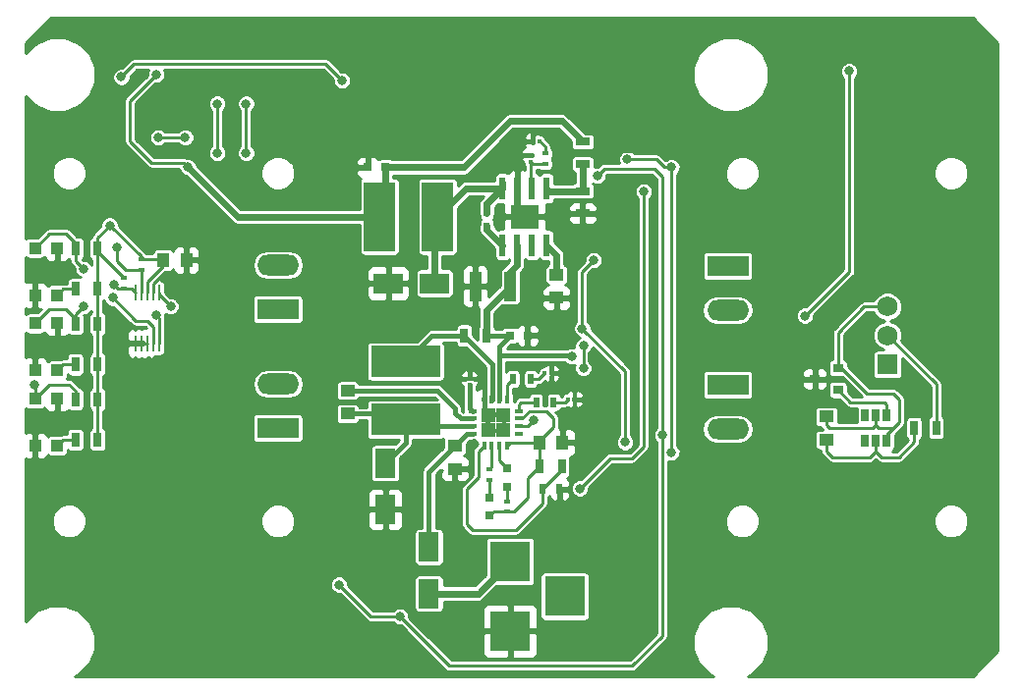
<source format=gtl>
G04 #@! TF.GenerationSoftware,KiCad,Pcbnew,(2017-02-06 revision 13395d34d)-master*
G04 #@! TF.CreationDate,2017-04-12T16:15:42-03:00*
G04 #@! TF.ProjectId,resin-rover,726573696E2D726F7665722E6B696361,rev?*
G04 #@! TF.FileFunction,Copper,L1,Top,Signal*
G04 #@! TF.FilePolarity,Positive*
%FSLAX46Y46*%
G04 Gerber Fmt 4.6, Leading zero omitted, Abs format (unit mm)*
G04 Created by KiCad (PCBNEW (2017-02-06 revision 13395d34d)-master) date Wed Apr 12 16:15:42 2017*
%MOMM*%
%LPD*%
G01*
G04 APERTURE LIST*
%ADD10C,0.100000*%
%ADD11R,0.279400X1.422400*%
%ADD12R,1.000000X1.250000*%
%ADD13R,1.250000X1.000000*%
%ADD14R,0.350000X0.300000*%
%ADD15R,0.300000X0.350000*%
%ADD16R,0.800000X0.750000*%
%ADD17R,1.000000X2.500000*%
%ADD18R,0.500000X0.600000*%
%ADD19R,0.800000X0.800000*%
%ADD20R,2.500000X1.800000*%
%ADD21R,1.800000X2.500000*%
%ADD22R,3.500000X3.500000*%
%ADD23R,3.600000X1.800000*%
%ADD24O,3.600000X1.800000*%
%ADD25R,6.000000X2.700000*%
%ADD26R,2.700000X6.000000*%
%ADD27R,0.900000X0.800000*%
%ADD28R,0.700000X1.300000*%
%ADD29R,0.600000X0.400000*%
%ADD30R,0.500000X0.900000*%
%ADD31R,1.300000X0.700000*%
%ADD32R,1.000000X1.100000*%
%ADD33R,0.650000X1.060000*%
%ADD34R,1.250000X1.250000*%
%ADD35R,0.800000X0.350000*%
%ADD36R,0.350000X0.800000*%
%ADD37R,2.489200X2.006600*%
%ADD38R,0.558800X1.981200*%
%ADD39C,1.750000*%
%ADD40R,1.750000X1.750000*%
%ADD41C,0.800000*%
%ADD42C,0.250000*%
%ADD43C,0.600000*%
%ADD44C,0.400000*%
%ADD45C,0.450000*%
%ADD46C,0.254000*%
G04 APERTURE END LIST*
D10*
D11*
X83259400Y-81684400D03*
X83742000Y-81684400D03*
X84250000Y-81684400D03*
X84758000Y-81684400D03*
X85240600Y-81684400D03*
X85240600Y-77315600D03*
X84758000Y-77315600D03*
X84250000Y-77315600D03*
X83742000Y-77315600D03*
X83259400Y-77315600D03*
D12*
X120000000Y-90250000D03*
X118000000Y-90250000D03*
X87600000Y-74500000D03*
X85600000Y-74500000D03*
D13*
X110750000Y-92500000D03*
X110750000Y-90500000D03*
X101500000Y-85750000D03*
X101500000Y-87750000D03*
X142750000Y-90000000D03*
X142750000Y-88000000D03*
D14*
X112000000Y-84720000D03*
X112000000Y-85280000D03*
D15*
X120470000Y-86500000D03*
X121030000Y-86500000D03*
X118470000Y-84250000D03*
X119030000Y-84250000D03*
D16*
X115500000Y-81000000D03*
X117000000Y-81000000D03*
D17*
X115500000Y-76750000D03*
X112500000Y-76750000D03*
D13*
X119500000Y-75750000D03*
X119500000Y-77750000D03*
D15*
X118030000Y-64250000D03*
X117470000Y-64250000D03*
D14*
X117250000Y-65470000D03*
X117250000Y-66030000D03*
D18*
X113500000Y-71550000D03*
X113500000Y-70450000D03*
D16*
X104750000Y-66500000D03*
X103250000Y-66500000D03*
D19*
X113750000Y-94950000D03*
X113750000Y-96550000D03*
D20*
X105000000Y-76500000D03*
X109000000Y-76500000D03*
D21*
X108500000Y-103250000D03*
X108500000Y-99250000D03*
D19*
X115250000Y-94050000D03*
X115250000Y-92450000D03*
D21*
X104750000Y-92000000D03*
X104750000Y-96000000D03*
D22*
X120200000Y-103500000D03*
X115500000Y-106500000D03*
X115500000Y-100500000D03*
D23*
X95500000Y-78750000D03*
D24*
X95500000Y-74940000D03*
D23*
X134250000Y-75000000D03*
D24*
X134250000Y-78810000D03*
X95500000Y-85190000D03*
D23*
X95500000Y-89000000D03*
D24*
X134250000Y-89060000D03*
D23*
X134250000Y-85250000D03*
D25*
X106500000Y-83250000D03*
X106500000Y-88250000D03*
D26*
X109250000Y-70750000D03*
X104250000Y-70750000D03*
D27*
X141750000Y-84750000D03*
X143750000Y-83800000D03*
X143750000Y-85700000D03*
D28*
X79950000Y-77000000D03*
X78050000Y-77000000D03*
X78050000Y-73500000D03*
X79950000Y-73500000D03*
X79950000Y-83500000D03*
X78050000Y-83500000D03*
X78050000Y-80000000D03*
X79950000Y-80000000D03*
X79950000Y-90000000D03*
X78050000Y-90000000D03*
X78050000Y-86500000D03*
X79950000Y-86500000D03*
X119950000Y-92250000D03*
X118050000Y-92250000D03*
D29*
X115250000Y-95300000D03*
X115250000Y-96200000D03*
X113750000Y-93450000D03*
X113750000Y-92550000D03*
D28*
X150300000Y-89000000D03*
X152200000Y-89000000D03*
D30*
X119250000Y-86750000D03*
X117750000Y-86750000D03*
D29*
X118500000Y-65300000D03*
X118500000Y-66200000D03*
D31*
X121750000Y-64300000D03*
X121750000Y-66200000D03*
X121750000Y-70450000D03*
X121750000Y-68550000D03*
D29*
X82250000Y-76950000D03*
X82250000Y-76050000D03*
X83700000Y-75350000D03*
X83700000Y-74450000D03*
D30*
X115750000Y-84750000D03*
X117250000Y-84750000D03*
D28*
X111550000Y-81000000D03*
X113450000Y-81000000D03*
D30*
X119750000Y-94250000D03*
X118250000Y-94250000D03*
D32*
X74560000Y-77510000D03*
X76470000Y-77510000D03*
X74560000Y-73460000D03*
X76470000Y-73460000D03*
X74560000Y-84010000D03*
X76470000Y-84010000D03*
X74560000Y-79960000D03*
X76470000Y-79960000D03*
X76470000Y-86460000D03*
X74560000Y-86460000D03*
X76470000Y-90510000D03*
X74560000Y-90510000D03*
D33*
X147000000Y-90100000D03*
X147950000Y-90100000D03*
X146050000Y-90100000D03*
X146050000Y-87900000D03*
X147000000Y-87900000D03*
X147950000Y-87900000D03*
D34*
X113625000Y-89125000D03*
X114875000Y-89125000D03*
X113625000Y-87875000D03*
X114875000Y-87875000D03*
D35*
X112250000Y-89475000D03*
X112250000Y-88825000D03*
X112250000Y-88175000D03*
X112250000Y-87525000D03*
D36*
X113275000Y-86500000D03*
X113925000Y-86500000D03*
X114575000Y-86500000D03*
X115225000Y-86500000D03*
D35*
X116250000Y-87525000D03*
X116250000Y-88175000D03*
X116250000Y-88825000D03*
X116250000Y-89475000D03*
D36*
X115225000Y-90500000D03*
X114575000Y-90500000D03*
X113925000Y-90500000D03*
X113275000Y-90500000D03*
D37*
X116750000Y-70750000D03*
D38*
X114845000Y-68286200D03*
X116115000Y-68286200D03*
X117385000Y-68286200D03*
X118655000Y-68286200D03*
X118655000Y-73213800D03*
X117385000Y-73213800D03*
X116115000Y-73213800D03*
X114845000Y-73213800D03*
D39*
X148000000Y-78500000D03*
X148000000Y-81000000D03*
D40*
X148000000Y-83500000D03*
D41*
X112500000Y-76750000D03*
X91500000Y-58750000D03*
X87500000Y-55750000D03*
X121400000Y-92700000D03*
X127500000Y-91600000D03*
X130500000Y-74700000D03*
X100900000Y-84100000D03*
X113100000Y-61200000D03*
X97900000Y-55700000D03*
X129400000Y-63600000D03*
X116750000Y-70750000D03*
X113500000Y-87750000D03*
X113500000Y-89250000D03*
X115000000Y-89250000D03*
X115000000Y-87750000D03*
X75500000Y-75500000D03*
X75500000Y-82000000D03*
X75750000Y-88500000D03*
X122700000Y-74500000D03*
X125400000Y-90200000D03*
X121700000Y-80400000D03*
X101000000Y-59000000D03*
X82000000Y-58700000D03*
X125600000Y-65800000D03*
X129400000Y-66500000D03*
X129400000Y-91100000D03*
X81000000Y-71500000D03*
X120800000Y-82800000D03*
X85000000Y-58500000D03*
X87750000Y-66500000D03*
X92750000Y-61000000D03*
X92750000Y-65250000D03*
X90250000Y-61000000D03*
X90250000Y-65250000D03*
X127000000Y-68600000D03*
X121500000Y-94200000D03*
X81400000Y-76600000D03*
X100750000Y-102500000D03*
X106000000Y-105250000D03*
X123000000Y-67200000D03*
X128600000Y-89600000D03*
X85200000Y-63900000D03*
X87500000Y-63900000D03*
X81600000Y-73400000D03*
X78750000Y-75250000D03*
X81250000Y-77750000D03*
X78750000Y-78500000D03*
X85000000Y-79250000D03*
X144700000Y-58200000D03*
X140900000Y-79300000D03*
X121800000Y-81900000D03*
X121800000Y-83800000D03*
X117500000Y-88300000D03*
X86250000Y-78500000D03*
X74500000Y-85250000D03*
D42*
X112500000Y-76750000D02*
X113500000Y-76750000D01*
X87500000Y-76000000D02*
X87600000Y-75900000D01*
X87600000Y-75900000D02*
X87600000Y-74500000D01*
X85300298Y-76000000D02*
X87500000Y-76000000D01*
X84758000Y-77315600D02*
X84758000Y-76542298D01*
X84758000Y-76542298D02*
X85300298Y-76000000D01*
X129400000Y-63600000D02*
X127900000Y-65100000D01*
X127900000Y-65100000D02*
X120400000Y-65100000D01*
X120400000Y-65100000D02*
X118900000Y-63600000D01*
X118900000Y-63600000D02*
X117700000Y-63600000D01*
X117700000Y-63600000D02*
X117470000Y-63830000D01*
X117470000Y-63830000D02*
X117470000Y-64250000D01*
D43*
X116115000Y-68286200D02*
X116115000Y-70115000D01*
X116115000Y-70115000D02*
X116750000Y-70750000D01*
D42*
X113275000Y-86500000D02*
X113275000Y-85275000D01*
X112720000Y-84720000D02*
X112000000Y-84720000D01*
X113275000Y-85275000D02*
X112720000Y-84720000D01*
D44*
X113500000Y-87750000D02*
X113625000Y-87875000D01*
X113500000Y-89250000D02*
X113625000Y-89125000D01*
X115000000Y-89250000D02*
X114875000Y-89125000D01*
X115000000Y-87750000D02*
X114875000Y-87875000D01*
X113275000Y-86500000D02*
X113275000Y-87525000D01*
X113275000Y-87525000D02*
X113625000Y-87875000D01*
D42*
X83742000Y-81684400D02*
X84250000Y-81684400D01*
X83259400Y-81684400D02*
X83742000Y-81684400D01*
X74560000Y-77510000D02*
X74560000Y-76440000D01*
X74560000Y-76440000D02*
X75500000Y-75500000D01*
X74560000Y-84010000D02*
X74560000Y-82940000D01*
X74560000Y-82940000D02*
X75500000Y-82000000D01*
X75750000Y-88500000D02*
X75500000Y-88500000D01*
X76470000Y-87780000D02*
X75750000Y-88500000D01*
X76470000Y-86460000D02*
X76470000Y-87780000D01*
X121700000Y-80400000D02*
X121700000Y-75500000D01*
X121700000Y-75500000D02*
X122700000Y-74500000D01*
X125400000Y-84100000D02*
X125400000Y-90200000D01*
X121700000Y-80400000D02*
X125400000Y-84100000D01*
X146000000Y-78500000D02*
X148000000Y-78500000D01*
X143750000Y-80750000D02*
X146000000Y-78500000D01*
X143750000Y-83800000D02*
X143750000Y-80750000D01*
X147950000Y-90100000D02*
X147950000Y-89550000D01*
X147950000Y-89550000D02*
X148500000Y-89000000D01*
X147000000Y-88750000D02*
X147250000Y-89000000D01*
X146250000Y-86000000D02*
X144050000Y-83800000D01*
X148500000Y-86000000D02*
X146250000Y-86000000D01*
X149000000Y-86500000D02*
X148500000Y-86000000D01*
X149000000Y-88500000D02*
X149000000Y-86500000D01*
X148500000Y-89000000D02*
X149000000Y-88500000D01*
X147250000Y-89000000D02*
X148500000Y-89000000D01*
X144050000Y-83800000D02*
X143750000Y-83800000D01*
X142750000Y-88000000D02*
X142750000Y-88750000D01*
X147000000Y-88750000D02*
X147000000Y-87900000D01*
X146750000Y-89000000D02*
X147000000Y-88750000D01*
X143000000Y-89000000D02*
X146750000Y-89000000D01*
X142750000Y-88750000D02*
X143000000Y-89000000D01*
X118000000Y-90100000D02*
X118000000Y-90250000D01*
X119200000Y-88900000D02*
X118000000Y-90100000D01*
X119200000Y-88100000D02*
X119200000Y-88900000D01*
X118600000Y-87500000D02*
X119200000Y-88100000D01*
X117200000Y-87500000D02*
X118600000Y-87500000D01*
X116525000Y-88175000D02*
X117200000Y-87500000D01*
X116250000Y-88175000D02*
X116525000Y-88175000D01*
X115250000Y-96200000D02*
X115800000Y-96200000D01*
X117000000Y-93300000D02*
X118050000Y-92250000D01*
X117000000Y-95000000D02*
X117000000Y-93300000D01*
X115800000Y-96200000D02*
X117000000Y-95000000D01*
X115250000Y-96200000D02*
X114100000Y-96200000D01*
X114100000Y-96200000D02*
X113750000Y-96550000D01*
X118000000Y-90250000D02*
X115475000Y-90250000D01*
X115475000Y-90250000D02*
X115225000Y-90500000D01*
X118000000Y-90250000D02*
X118000000Y-92200000D01*
X118000000Y-92200000D02*
X118050000Y-92250000D01*
X83100000Y-57600000D02*
X99600000Y-57600000D01*
X99600000Y-57600000D02*
X101000000Y-59000000D01*
X82000000Y-58700000D02*
X83100000Y-57600000D01*
X128800000Y-66500000D02*
X129400000Y-66500000D01*
X128100000Y-65800000D02*
X128800000Y-66500000D01*
X125600000Y-65800000D02*
X128100000Y-65800000D01*
X129400000Y-91100000D02*
X129400000Y-66500000D01*
X84250000Y-77315600D02*
X84250000Y-76350000D01*
X84250000Y-76350000D02*
X85600000Y-75000000D01*
X85600000Y-75000000D02*
X85600000Y-74500000D01*
X83700000Y-74450000D02*
X85550000Y-74450000D01*
X85550000Y-74450000D02*
X85600000Y-74500000D01*
X83700000Y-74450000D02*
X83700000Y-74200000D01*
X83700000Y-74200000D02*
X81000000Y-71500000D01*
X79950000Y-73500000D02*
X79950000Y-73750000D01*
X79950000Y-73750000D02*
X82250000Y-76050000D01*
X79950000Y-72550000D02*
X79950000Y-73500000D01*
X81000000Y-71500000D02*
X79950000Y-72550000D01*
X79950000Y-90000000D02*
X79950000Y-86500000D01*
X79950000Y-86500000D02*
X79950000Y-83500000D01*
X79950000Y-83500000D02*
X79950000Y-80000000D01*
X79950000Y-80000000D02*
X79950000Y-77000000D01*
X79950000Y-73500000D02*
X79950000Y-77000000D01*
D44*
X112250000Y-89475000D02*
X111775000Y-89475000D01*
X111775000Y-89475000D02*
X110750000Y-90500000D01*
D45*
X108500000Y-99250000D02*
X108500000Y-92750000D01*
X108500000Y-92750000D02*
X110750000Y-90500000D01*
D44*
X101500000Y-85750000D02*
X109250000Y-85750000D01*
X111225002Y-88175000D02*
X112250000Y-88175000D01*
X110750000Y-87699998D02*
X111225002Y-88175000D01*
X110750000Y-87250000D02*
X110750000Y-87699998D01*
X109250000Y-85750000D02*
X110750000Y-87250000D01*
X101500000Y-87750000D02*
X106000000Y-87750000D01*
X106000000Y-87750000D02*
X106500000Y-88250000D01*
X106500000Y-88250000D02*
X106500000Y-90250000D01*
X106500000Y-90250000D02*
X104750000Y-92000000D01*
D45*
X112250000Y-88825000D02*
X107075000Y-88825000D01*
X107075000Y-88825000D02*
X106500000Y-88250000D01*
D42*
X142750000Y-90000000D02*
X142750000Y-91000000D01*
X146500000Y-91500000D02*
X147000000Y-91000000D01*
X143250000Y-91500000D02*
X146500000Y-91500000D01*
X142750000Y-91000000D02*
X143250000Y-91500000D01*
X150300000Y-89000000D02*
X150300000Y-90200000D01*
X147000000Y-91000000D02*
X147000000Y-90100000D01*
X147500000Y-91500000D02*
X147000000Y-91000000D01*
X149000000Y-91500000D02*
X147500000Y-91500000D01*
X150300000Y-90200000D02*
X149000000Y-91500000D01*
D44*
X112000000Y-85280000D02*
X112000000Y-87324998D01*
X112000000Y-87324998D02*
X112250000Y-87574998D01*
X112250000Y-87574998D02*
X112250000Y-87525000D01*
D42*
X119250000Y-86750000D02*
X120220000Y-86750000D01*
X120220000Y-86750000D02*
X120470000Y-86500000D01*
X117250000Y-84750000D02*
X117970000Y-84750000D01*
X117970000Y-84750000D02*
X118470000Y-84250000D01*
D43*
X113450000Y-81000000D02*
X113450000Y-78800000D01*
X113450000Y-78800000D02*
X115500000Y-76750000D01*
D44*
X114575000Y-82700000D02*
X120700000Y-82700000D01*
X120700000Y-82700000D02*
X120800000Y-82800000D01*
D43*
X115500000Y-76750000D02*
X115500000Y-75500000D01*
X115500000Y-75500000D02*
X116115000Y-74885000D01*
X116115000Y-74885000D02*
X116115000Y-73213800D01*
D44*
X115500000Y-81000000D02*
X113450000Y-81000000D01*
X114575000Y-86500000D02*
X114575000Y-82700000D01*
X114575000Y-82700000D02*
X114575000Y-81925000D01*
X114575000Y-81925000D02*
X115500000Y-81000000D01*
D43*
X119500000Y-75750000D02*
X119500000Y-74058800D01*
X119500000Y-74058800D02*
X118655000Y-73213800D01*
D42*
X118500000Y-65300000D02*
X118500000Y-64720000D01*
X118500000Y-64720000D02*
X118030000Y-64250000D01*
X118500000Y-66200000D02*
X117420000Y-66200000D01*
X117420000Y-66200000D02*
X117250000Y-66030000D01*
X117250000Y-66030000D02*
X117250000Y-68151200D01*
X117250000Y-68151200D02*
X117385000Y-68286200D01*
D43*
X113500000Y-71550000D02*
X113500000Y-71868800D01*
X113500000Y-71868800D02*
X114845000Y-73213800D01*
X114845000Y-68286200D02*
X111713800Y-68286200D01*
X111713800Y-68286200D02*
X109250000Y-70750000D01*
X109000000Y-76500000D02*
X109000000Y-71000000D01*
X109000000Y-71000000D02*
X109250000Y-70750000D01*
X114845000Y-68286200D02*
X114845000Y-67845000D01*
X113500000Y-70450000D02*
X113500000Y-69631200D01*
X113500000Y-69631200D02*
X114845000Y-68286200D01*
X104250000Y-70750000D02*
X92000000Y-70750000D01*
X92000000Y-70750000D02*
X87750000Y-66500000D01*
D42*
X82750000Y-64250000D02*
X82750000Y-60750000D01*
X87350001Y-66100001D02*
X84600001Y-66100001D01*
X87750000Y-66500000D02*
X87350001Y-66100001D01*
X84600001Y-66100001D02*
X82750000Y-64250000D01*
X82750000Y-60750000D02*
X85000000Y-58500000D01*
D43*
X104750000Y-66500000D02*
X111500000Y-66500000D01*
X111500000Y-66500000D02*
X115500000Y-62500000D01*
X115500000Y-62500000D02*
X119950000Y-62500000D01*
X119950000Y-62500000D02*
X121750000Y-64300000D01*
X104750000Y-66500000D02*
X104750000Y-70250000D01*
X104750000Y-70250000D02*
X104250000Y-70750000D01*
D42*
X113750000Y-93450000D02*
X113750000Y-94950000D01*
D43*
X108500000Y-103250000D02*
X112750000Y-103250000D01*
X112750000Y-103250000D02*
X115500000Y-100500000D01*
D42*
X115250000Y-94050000D02*
X115250000Y-95300000D01*
X114575000Y-90500000D02*
X114575000Y-91775000D01*
X114575000Y-91775000D02*
X115250000Y-92450000D01*
X152200000Y-89000000D02*
X152200000Y-85200000D01*
X152200000Y-85200000D02*
X148000000Y-81000000D01*
X92750000Y-65250000D02*
X92750000Y-61000000D01*
X90250000Y-65250000D02*
X90250000Y-61000000D01*
X127000000Y-90600000D02*
X127000000Y-68600000D01*
X126000000Y-91600000D02*
X127000000Y-90600000D01*
X124100000Y-91600000D02*
X126000000Y-91600000D01*
X121500000Y-94200000D02*
X124100000Y-91600000D01*
X82250000Y-76950000D02*
X81750000Y-76950000D01*
X81750000Y-76950000D02*
X81400000Y-76600000D01*
X82250000Y-76950000D02*
X82893800Y-76950000D01*
X82893800Y-76950000D02*
X83259400Y-77315600D01*
X106000000Y-105250000D02*
X103500000Y-105250000D01*
X103500000Y-105250000D02*
X100750000Y-102500000D01*
X126000000Y-109500000D02*
X110250000Y-109500000D01*
X110250000Y-109500000D02*
X106000000Y-105250000D01*
X128600000Y-106900000D02*
X126000000Y-109500000D01*
X128600000Y-89600000D02*
X128600000Y-106900000D01*
X128600000Y-89600000D02*
X128600000Y-67300000D01*
X128600000Y-67300000D02*
X127900000Y-66600000D01*
X127900000Y-66600000D02*
X123600000Y-66600000D01*
X123600000Y-66600000D02*
X123000000Y-67200000D01*
X87500000Y-63900000D02*
X85200000Y-63900000D01*
X83700000Y-75350000D02*
X82350000Y-75350000D01*
X81600000Y-74600000D02*
X81600000Y-73400000D01*
X82350000Y-75350000D02*
X81600000Y-74600000D01*
X83742000Y-77315600D02*
X83742000Y-75392000D01*
X83742000Y-75392000D02*
X83700000Y-75350000D01*
D44*
X111550000Y-81000000D02*
X111550000Y-81050000D01*
X111550000Y-81050000D02*
X113974998Y-83474998D01*
X113974998Y-83474998D02*
X113974998Y-86500000D01*
X113974998Y-86500000D02*
X113925000Y-86500000D01*
X111550000Y-81000000D02*
X108750000Y-81000000D01*
X108750000Y-81000000D02*
X106500000Y-83250000D01*
D42*
X147950000Y-87900000D02*
X147950000Y-86950000D01*
X144800000Y-86750000D02*
X143750000Y-85700000D01*
X147750000Y-86750000D02*
X144800000Y-86750000D01*
X147950000Y-86950000D02*
X147750000Y-86750000D01*
X78050000Y-77000000D02*
X76980000Y-77000000D01*
X76980000Y-77000000D02*
X76470000Y-77510000D01*
X84758000Y-81684400D02*
X84758000Y-80258000D01*
X78050000Y-74550000D02*
X78050000Y-73500000D01*
X78750000Y-75250000D02*
X78050000Y-74550000D01*
X83250000Y-79750000D02*
X81250000Y-77750000D01*
X84250000Y-79750000D02*
X83250000Y-79750000D01*
X84758000Y-80258000D02*
X84250000Y-79750000D01*
X78050000Y-73500000D02*
X78050000Y-73050000D01*
X78050000Y-73050000D02*
X77250000Y-72250000D01*
X77250000Y-72250000D02*
X75770000Y-72250000D01*
X75770000Y-72250000D02*
X74560000Y-73460000D01*
X78050000Y-83500000D02*
X76980000Y-83500000D01*
X76980000Y-83500000D02*
X76470000Y-84010000D01*
X78050000Y-79200000D02*
X78750000Y-78500000D01*
X85000000Y-79250000D02*
X85240600Y-79490600D01*
X85240600Y-81684400D02*
X85240600Y-79490600D01*
X78050000Y-79200000D02*
X78050000Y-80000000D01*
X78050000Y-80000000D02*
X78050000Y-79550000D01*
X78050000Y-79550000D02*
X77250000Y-78750000D01*
X77250000Y-78750000D02*
X75770000Y-78750000D01*
X75770000Y-78750000D02*
X74560000Y-79960000D01*
X78050000Y-90000000D02*
X76980000Y-90000000D01*
X76980000Y-90000000D02*
X76470000Y-90510000D01*
X116250000Y-88825000D02*
X116975000Y-88825000D01*
X144700000Y-75500000D02*
X144700000Y-58200000D01*
X140900000Y-79300000D02*
X144700000Y-75500000D01*
X121800000Y-83800000D02*
X121800000Y-81900000D01*
X116975000Y-88825000D02*
X117500000Y-88300000D01*
X74560000Y-86460000D02*
X74560000Y-85310000D01*
X86250000Y-78500000D02*
X85240600Y-77490600D01*
X74560000Y-85310000D02*
X74500000Y-85250000D01*
X85240600Y-77490600D02*
X85240600Y-77315600D01*
X78050000Y-86500000D02*
X78050000Y-85800000D01*
X75770000Y-85250000D02*
X74560000Y-86460000D01*
X77500000Y-85250000D02*
X75770000Y-85250000D01*
X78050000Y-85800000D02*
X77500000Y-85250000D01*
X118250000Y-94250000D02*
X118250000Y-95500000D01*
X112750000Y-91025000D02*
X113275000Y-90500000D01*
X112750000Y-93250000D02*
X112750000Y-91025000D01*
X111750000Y-94250000D02*
X112750000Y-93250000D01*
X111750000Y-97250000D02*
X111750000Y-94250000D01*
X112250000Y-97750000D02*
X111750000Y-97250000D01*
X116000000Y-97750000D02*
X112250000Y-97750000D01*
X118250000Y-95500000D02*
X116000000Y-97750000D01*
X119950000Y-92250000D02*
X119950000Y-92550000D01*
X119950000Y-92550000D02*
X118250000Y-94250000D01*
X113925000Y-90500000D02*
X113925000Y-92375000D01*
X113925000Y-92375000D02*
X113750000Y-92550000D01*
X117750000Y-86750000D02*
X116450000Y-86750000D01*
X116250000Y-86950000D02*
X116250000Y-87525000D01*
X116450000Y-86750000D02*
X116250000Y-86950000D01*
X115225000Y-86500000D02*
X115225000Y-85275000D01*
X115225000Y-85275000D02*
X115750000Y-84750000D01*
D43*
X121750000Y-68550000D02*
X118918800Y-68550000D01*
X118918800Y-68550000D02*
X118655000Y-68286200D01*
X121750000Y-66200000D02*
X121750000Y-68550000D01*
D46*
G36*
X157489049Y-55768655D02*
X157523000Y-55939337D01*
X157523000Y-108060663D01*
X157489049Y-108231345D01*
X155347394Y-110373000D01*
X135997173Y-110373000D01*
X136325561Y-110237313D01*
X137234123Y-109330336D01*
X137726439Y-108144706D01*
X137727559Y-106860926D01*
X137237313Y-105674439D01*
X136330336Y-104765877D01*
X135144706Y-104273561D01*
X133860926Y-104272441D01*
X132674439Y-104762687D01*
X131765877Y-105669664D01*
X131273561Y-106855294D01*
X131272441Y-108139074D01*
X131762687Y-109325561D01*
X132669664Y-110234123D01*
X133004118Y-110373000D01*
X77997173Y-110373000D01*
X78325561Y-110237313D01*
X79234123Y-109330336D01*
X79726439Y-108144706D01*
X79727559Y-106860926D01*
X79237313Y-105674439D01*
X78330336Y-104765877D01*
X77144706Y-104273561D01*
X75860926Y-104272441D01*
X74674439Y-104762687D01*
X73777000Y-105658560D01*
X73777000Y-102654669D01*
X99968864Y-102654669D01*
X100087514Y-102941823D01*
X100307021Y-103161714D01*
X100593968Y-103280864D01*
X100815466Y-103281058D01*
X103142204Y-105607796D01*
X103306362Y-105717483D01*
X103500000Y-105756000D01*
X105401579Y-105756000D01*
X105557021Y-105911714D01*
X105843968Y-106030864D01*
X106065466Y-106031058D01*
X109892204Y-109857796D01*
X110056362Y-109967483D01*
X110250000Y-110006000D01*
X126000000Y-110006000D01*
X126193638Y-109967483D01*
X126357796Y-109857796D01*
X128957796Y-107257796D01*
X129067483Y-107093638D01*
X129106000Y-106900000D01*
X129106000Y-97293297D01*
X134018743Y-97293297D01*
X134243737Y-97837823D01*
X134659985Y-98254799D01*
X135204118Y-98480743D01*
X135793297Y-98481257D01*
X136337823Y-98256263D01*
X136754799Y-97840015D01*
X136980743Y-97295882D01*
X136980745Y-97293297D01*
X152018743Y-97293297D01*
X152243737Y-97837823D01*
X152659985Y-98254799D01*
X153204118Y-98480743D01*
X153793297Y-98481257D01*
X154337823Y-98256263D01*
X154754799Y-97840015D01*
X154980743Y-97295882D01*
X154981257Y-96706703D01*
X154756263Y-96162177D01*
X154340015Y-95745201D01*
X153795882Y-95519257D01*
X153206703Y-95518743D01*
X152662177Y-95743737D01*
X152245201Y-96159985D01*
X152019257Y-96704118D01*
X152018743Y-97293297D01*
X136980745Y-97293297D01*
X136981257Y-96706703D01*
X136756263Y-96162177D01*
X136340015Y-95745201D01*
X135795882Y-95519257D01*
X135206703Y-95518743D01*
X134662177Y-95743737D01*
X134245201Y-96159985D01*
X134019257Y-96704118D01*
X134018743Y-97293297D01*
X129106000Y-97293297D01*
X129106000Y-91823575D01*
X129243968Y-91880864D01*
X129554669Y-91881136D01*
X129841823Y-91762486D01*
X130061714Y-91542979D01*
X130180864Y-91256032D01*
X130181136Y-90945331D01*
X130062486Y-90658177D01*
X129906000Y-90501417D01*
X129906000Y-89060000D01*
X132026272Y-89060000D01*
X132123782Y-89550217D01*
X132401468Y-89965804D01*
X132817055Y-90243490D01*
X133307272Y-90341000D01*
X135192728Y-90341000D01*
X135682945Y-90243490D01*
X136098532Y-89965804D01*
X136376218Y-89550217D01*
X136473728Y-89060000D01*
X136376218Y-88569783D01*
X136098532Y-88154196D01*
X135682945Y-87876510D01*
X135192728Y-87779000D01*
X133307272Y-87779000D01*
X132817055Y-87876510D01*
X132401468Y-88154196D01*
X132123782Y-88569783D01*
X132026272Y-89060000D01*
X129906000Y-89060000D01*
X129906000Y-87500000D01*
X141736536Y-87500000D01*
X141736536Y-88500000D01*
X141766106Y-88648659D01*
X141850314Y-88774686D01*
X141976341Y-88858894D01*
X142125000Y-88888464D01*
X142271542Y-88888464D01*
X142282517Y-88943638D01*
X142392204Y-89107796D01*
X142395944Y-89111536D01*
X142125000Y-89111536D01*
X141976341Y-89141106D01*
X141850314Y-89225314D01*
X141766106Y-89351341D01*
X141736536Y-89500000D01*
X141736536Y-90500000D01*
X141766106Y-90648659D01*
X141850314Y-90774686D01*
X141976341Y-90858894D01*
X142125000Y-90888464D01*
X142244000Y-90888464D01*
X142244000Y-91000000D01*
X142282517Y-91193638D01*
X142392204Y-91357796D01*
X142892204Y-91857796D01*
X143056362Y-91967483D01*
X143250000Y-92006000D01*
X146500000Y-92006000D01*
X146693638Y-91967483D01*
X146857796Y-91857796D01*
X147000000Y-91715592D01*
X147142204Y-91857796D01*
X147306362Y-91967483D01*
X147500000Y-92006000D01*
X149000000Y-92006000D01*
X149193638Y-91967483D01*
X149357796Y-91857796D01*
X150657796Y-90557796D01*
X150700423Y-90494000D01*
X150767483Y-90393638D01*
X150806000Y-90200000D01*
X150806000Y-90003989D01*
X150924686Y-89924686D01*
X151008894Y-89798659D01*
X151038464Y-89650000D01*
X151038464Y-88350000D01*
X151008894Y-88201341D01*
X150924686Y-88075314D01*
X150798659Y-87991106D01*
X150650000Y-87961536D01*
X149950000Y-87961536D01*
X149801341Y-87991106D01*
X149675314Y-88075314D01*
X149591106Y-88201341D01*
X149561536Y-88350000D01*
X149561536Y-89650000D01*
X149591106Y-89798659D01*
X149675314Y-89924686D01*
X149785859Y-89998549D01*
X148790408Y-90994000D01*
X148397989Y-90994000D01*
X148423659Y-90988894D01*
X148549686Y-90904686D01*
X148633894Y-90778659D01*
X148663464Y-90630000D01*
X148663464Y-89570000D01*
X148660499Y-89555093D01*
X149357796Y-88857796D01*
X149467483Y-88693638D01*
X149506000Y-88500000D01*
X149506000Y-86500000D01*
X149467483Y-86306362D01*
X149357796Y-86142204D01*
X148857796Y-85642204D01*
X148693638Y-85532517D01*
X148500000Y-85494000D01*
X146459592Y-85494000D01*
X144588464Y-83622872D01*
X144588464Y-83400000D01*
X144558894Y-83251341D01*
X144474686Y-83125314D01*
X144348659Y-83041106D01*
X144256000Y-83022675D01*
X144256000Y-80959592D01*
X146209592Y-79006000D01*
X146850082Y-79006000D01*
X146934595Y-79210537D01*
X147287604Y-79564164D01*
X147735680Y-79750221D01*
X147289463Y-79934595D01*
X146935836Y-80287604D01*
X146744219Y-80749070D01*
X146743783Y-81248738D01*
X146934595Y-81710537D01*
X147287604Y-82064164D01*
X147702723Y-82236536D01*
X147125000Y-82236536D01*
X146976341Y-82266106D01*
X146850314Y-82350314D01*
X146766106Y-82476341D01*
X146736536Y-82625000D01*
X146736536Y-84375000D01*
X146766106Y-84523659D01*
X146850314Y-84649686D01*
X146976341Y-84733894D01*
X147125000Y-84763464D01*
X148875000Y-84763464D01*
X149023659Y-84733894D01*
X149149686Y-84649686D01*
X149233894Y-84523659D01*
X149263464Y-84375000D01*
X149263464Y-82979056D01*
X151694000Y-85409592D01*
X151694000Y-87996011D01*
X151575314Y-88075314D01*
X151491106Y-88201341D01*
X151461536Y-88350000D01*
X151461536Y-89650000D01*
X151491106Y-89798659D01*
X151575314Y-89924686D01*
X151701341Y-90008894D01*
X151850000Y-90038464D01*
X152550000Y-90038464D01*
X152698659Y-90008894D01*
X152824686Y-89924686D01*
X152908894Y-89798659D01*
X152938464Y-89650000D01*
X152938464Y-88350000D01*
X152908894Y-88201341D01*
X152824686Y-88075314D01*
X152706000Y-87996011D01*
X152706000Y-85200000D01*
X152667483Y-85006362D01*
X152557796Y-84842204D01*
X149170911Y-81455319D01*
X149255781Y-81250930D01*
X149256217Y-80751262D01*
X149065405Y-80289463D01*
X148712396Y-79935836D01*
X148264320Y-79749779D01*
X148710537Y-79565405D01*
X149064164Y-79212396D01*
X149255781Y-78750930D01*
X149256217Y-78251262D01*
X149065405Y-77789463D01*
X148712396Y-77435836D01*
X148250930Y-77244219D01*
X147751262Y-77243783D01*
X147289463Y-77434595D01*
X146935836Y-77787604D01*
X146850133Y-77994000D01*
X146000000Y-77994000D01*
X145806362Y-78032517D01*
X145693699Y-78107796D01*
X145642204Y-78142204D01*
X143392204Y-80392204D01*
X143282517Y-80556362D01*
X143244000Y-80750000D01*
X143244000Y-83022675D01*
X143151341Y-83041106D01*
X143025314Y-83125314D01*
X142941106Y-83251341D01*
X142911536Y-83400000D01*
X142911536Y-84200000D01*
X142941106Y-84348659D01*
X143025314Y-84474686D01*
X143151341Y-84558894D01*
X143300000Y-84588464D01*
X144122872Y-84588464D01*
X145778408Y-86244000D01*
X145009592Y-86244000D01*
X144588464Y-85822872D01*
X144588464Y-85300000D01*
X144558894Y-85151341D01*
X144474686Y-85025314D01*
X144348659Y-84941106D01*
X144200000Y-84911536D01*
X143300000Y-84911536D01*
X143151341Y-84941106D01*
X143025314Y-85025314D01*
X142941106Y-85151341D01*
X142911536Y-85300000D01*
X142911536Y-86100000D01*
X142941106Y-86248659D01*
X143025314Y-86374686D01*
X143151341Y-86458894D01*
X143300000Y-86488464D01*
X143822872Y-86488464D01*
X144442204Y-87107796D01*
X144606362Y-87217483D01*
X144800000Y-87256000D01*
X145359212Y-87256000D01*
X145336536Y-87370000D01*
X145336536Y-88430000D01*
X145349266Y-88494000D01*
X143763464Y-88494000D01*
X143763464Y-87500000D01*
X143733894Y-87351341D01*
X143649686Y-87225314D01*
X143523659Y-87141106D01*
X143375000Y-87111536D01*
X142125000Y-87111536D01*
X141976341Y-87141106D01*
X141850314Y-87225314D01*
X141766106Y-87351341D01*
X141736536Y-87500000D01*
X129906000Y-87500000D01*
X129906000Y-84350000D01*
X132061536Y-84350000D01*
X132061536Y-86150000D01*
X132091106Y-86298659D01*
X132175314Y-86424686D01*
X132301341Y-86508894D01*
X132450000Y-86538464D01*
X136050000Y-86538464D01*
X136198659Y-86508894D01*
X136324686Y-86424686D01*
X136408894Y-86298659D01*
X136438464Y-86150000D01*
X136438464Y-85035750D01*
X140665000Y-85035750D01*
X140665000Y-85276310D01*
X140761673Y-85509699D01*
X140940302Y-85688327D01*
X141173691Y-85785000D01*
X141464250Y-85785000D01*
X141623000Y-85626250D01*
X141623000Y-84877000D01*
X141877000Y-84877000D01*
X141877000Y-85626250D01*
X142035750Y-85785000D01*
X142326309Y-85785000D01*
X142559698Y-85688327D01*
X142738327Y-85509699D01*
X142835000Y-85276310D01*
X142835000Y-85035750D01*
X142676250Y-84877000D01*
X141877000Y-84877000D01*
X141623000Y-84877000D01*
X140823750Y-84877000D01*
X140665000Y-85035750D01*
X136438464Y-85035750D01*
X136438464Y-84350000D01*
X136413340Y-84223690D01*
X140665000Y-84223690D01*
X140665000Y-84464250D01*
X140823750Y-84623000D01*
X141623000Y-84623000D01*
X141623000Y-83873750D01*
X141877000Y-83873750D01*
X141877000Y-84623000D01*
X142676250Y-84623000D01*
X142835000Y-84464250D01*
X142835000Y-84223690D01*
X142738327Y-83990301D01*
X142559698Y-83811673D01*
X142326309Y-83715000D01*
X142035750Y-83715000D01*
X141877000Y-83873750D01*
X141623000Y-83873750D01*
X141464250Y-83715000D01*
X141173691Y-83715000D01*
X140940302Y-83811673D01*
X140761673Y-83990301D01*
X140665000Y-84223690D01*
X136413340Y-84223690D01*
X136408894Y-84201341D01*
X136324686Y-84075314D01*
X136198659Y-83991106D01*
X136050000Y-83961536D01*
X132450000Y-83961536D01*
X132301341Y-83991106D01*
X132175314Y-84075314D01*
X132091106Y-84201341D01*
X132061536Y-84350000D01*
X129906000Y-84350000D01*
X129906000Y-78810000D01*
X132026272Y-78810000D01*
X132123782Y-79300217D01*
X132401468Y-79715804D01*
X132817055Y-79993490D01*
X133307272Y-80091000D01*
X135192728Y-80091000D01*
X135682945Y-79993490D01*
X136098532Y-79715804D01*
X136273016Y-79454669D01*
X140118864Y-79454669D01*
X140237514Y-79741823D01*
X140457021Y-79961714D01*
X140743968Y-80080864D01*
X141054669Y-80081136D01*
X141341823Y-79962486D01*
X141561714Y-79742979D01*
X141680864Y-79456032D01*
X141681058Y-79234534D01*
X145057796Y-75857796D01*
X145083628Y-75819136D01*
X145167483Y-75693638D01*
X145206000Y-75500000D01*
X145206000Y-67293297D01*
X152018743Y-67293297D01*
X152243737Y-67837823D01*
X152659985Y-68254799D01*
X153204118Y-68480743D01*
X153793297Y-68481257D01*
X154337823Y-68256263D01*
X154754799Y-67840015D01*
X154980743Y-67295882D01*
X154981257Y-66706703D01*
X154756263Y-66162177D01*
X154340015Y-65745201D01*
X153795882Y-65519257D01*
X153206703Y-65518743D01*
X152662177Y-65743737D01*
X152245201Y-66159985D01*
X152019257Y-66704118D01*
X152018743Y-67293297D01*
X145206000Y-67293297D01*
X145206000Y-58798421D01*
X145361714Y-58642979D01*
X145480864Y-58356032D01*
X145481136Y-58045331D01*
X145362486Y-57758177D01*
X145142979Y-57538286D01*
X144856032Y-57419136D01*
X144545331Y-57418864D01*
X144258177Y-57537514D01*
X144038286Y-57757021D01*
X143919136Y-58043968D01*
X143918864Y-58354669D01*
X144037514Y-58641823D01*
X144194000Y-58798583D01*
X144194000Y-75290408D01*
X140965351Y-78519057D01*
X140745331Y-78518864D01*
X140458177Y-78637514D01*
X140238286Y-78857021D01*
X140119136Y-79143968D01*
X140118864Y-79454669D01*
X136273016Y-79454669D01*
X136376218Y-79300217D01*
X136473728Y-78810000D01*
X136376218Y-78319783D01*
X136098532Y-77904196D01*
X135682945Y-77626510D01*
X135192728Y-77529000D01*
X133307272Y-77529000D01*
X132817055Y-77626510D01*
X132401468Y-77904196D01*
X132123782Y-78319783D01*
X132026272Y-78810000D01*
X129906000Y-78810000D01*
X129906000Y-74100000D01*
X132061536Y-74100000D01*
X132061536Y-75900000D01*
X132091106Y-76048659D01*
X132175314Y-76174686D01*
X132301341Y-76258894D01*
X132450000Y-76288464D01*
X136050000Y-76288464D01*
X136198659Y-76258894D01*
X136324686Y-76174686D01*
X136408894Y-76048659D01*
X136438464Y-75900000D01*
X136438464Y-74100000D01*
X136408894Y-73951341D01*
X136324686Y-73825314D01*
X136198659Y-73741106D01*
X136050000Y-73711536D01*
X132450000Y-73711536D01*
X132301341Y-73741106D01*
X132175314Y-73825314D01*
X132091106Y-73951341D01*
X132061536Y-74100000D01*
X129906000Y-74100000D01*
X129906000Y-67293297D01*
X134018743Y-67293297D01*
X134243737Y-67837823D01*
X134659985Y-68254799D01*
X135204118Y-68480743D01*
X135793297Y-68481257D01*
X136337823Y-68256263D01*
X136754799Y-67840015D01*
X136980743Y-67295882D01*
X136981257Y-66706703D01*
X136756263Y-66162177D01*
X136340015Y-65745201D01*
X135795882Y-65519257D01*
X135206703Y-65518743D01*
X134662177Y-65743737D01*
X134245201Y-66159985D01*
X134019257Y-66704118D01*
X134018743Y-67293297D01*
X129906000Y-67293297D01*
X129906000Y-67098421D01*
X130061714Y-66942979D01*
X130180864Y-66656032D01*
X130181136Y-66345331D01*
X130062486Y-66058177D01*
X129842979Y-65838286D01*
X129556032Y-65719136D01*
X129245331Y-65718864D01*
X128958177Y-65837514D01*
X128905596Y-65890004D01*
X128457796Y-65442204D01*
X128293638Y-65332517D01*
X128100000Y-65294000D01*
X126198421Y-65294000D01*
X126042979Y-65138286D01*
X125756032Y-65019136D01*
X125445331Y-65018864D01*
X125158177Y-65137514D01*
X124938286Y-65357021D01*
X124819136Y-65643968D01*
X124818864Y-65954669D01*
X124876435Y-66094000D01*
X123600000Y-66094000D01*
X123406362Y-66132517D01*
X123242204Y-66242204D01*
X123065351Y-66419057D01*
X122845331Y-66418864D01*
X122788464Y-66442361D01*
X122788464Y-65850000D01*
X122758894Y-65701341D01*
X122674686Y-65575314D01*
X122548659Y-65491106D01*
X122400000Y-65461536D01*
X121100000Y-65461536D01*
X120951341Y-65491106D01*
X120825314Y-65575314D01*
X120741106Y-65701341D01*
X120711536Y-65850000D01*
X120711536Y-66550000D01*
X120741106Y-66698659D01*
X120825314Y-66824686D01*
X120951341Y-66908894D01*
X121069000Y-66932298D01*
X121069000Y-67817702D01*
X120951341Y-67841106D01*
X120909594Y-67869000D01*
X119322864Y-67869000D01*
X119322864Y-67295600D01*
X119293294Y-67146941D01*
X119209086Y-67020914D01*
X119083059Y-66936706D01*
X118934400Y-66907136D01*
X118375600Y-66907136D01*
X118226941Y-66936706D01*
X118100914Y-67020914D01*
X118020000Y-67142011D01*
X117939086Y-67020914D01*
X117813059Y-66936706D01*
X117756000Y-66925356D01*
X117756000Y-66706000D01*
X117972179Y-66706000D01*
X118051341Y-66758894D01*
X118200000Y-66788464D01*
X118800000Y-66788464D01*
X118948659Y-66758894D01*
X119074686Y-66674686D01*
X119158894Y-66548659D01*
X119188464Y-66400000D01*
X119188464Y-66000000D01*
X119158894Y-65851341D01*
X119091181Y-65750000D01*
X119158894Y-65648659D01*
X119188464Y-65500000D01*
X119188464Y-65100000D01*
X119158894Y-64951341D01*
X119074686Y-64825314D01*
X119006000Y-64779420D01*
X119006000Y-64720000D01*
X118967483Y-64526362D01*
X118857796Y-64362204D01*
X118567936Y-64072344D01*
X118538894Y-63926341D01*
X118454686Y-63800314D01*
X118328659Y-63716106D01*
X118180000Y-63686536D01*
X118129562Y-63686536D01*
X117979698Y-63536673D01*
X117746309Y-63440000D01*
X117703750Y-63440000D01*
X117545000Y-63598750D01*
X117545000Y-63890581D01*
X117521106Y-63926341D01*
X117491536Y-64075000D01*
X117491536Y-64397000D01*
X117395000Y-64397000D01*
X117395000Y-64337500D01*
X116843750Y-64337500D01*
X116685000Y-64496250D01*
X116685000Y-64551310D01*
X116770883Y-64758650D01*
X116715301Y-64781673D01*
X116536673Y-64960302D01*
X116440000Y-65193691D01*
X116440000Y-65236250D01*
X116598750Y-65395000D01*
X117162500Y-65395000D01*
X117162500Y-65323000D01*
X117337500Y-65323000D01*
X117337500Y-65395000D01*
X117397000Y-65395000D01*
X117397000Y-65491536D01*
X117075000Y-65491536D01*
X116926341Y-65521106D01*
X116890581Y-65545000D01*
X116598750Y-65545000D01*
X116440000Y-65703750D01*
X116440000Y-65746309D01*
X116536673Y-65979698D01*
X116686536Y-66129562D01*
X116686536Y-66180000D01*
X116716106Y-66328659D01*
X116744000Y-66370406D01*
X116744000Y-66753090D01*
X116520710Y-66660600D01*
X116400750Y-66660600D01*
X116242000Y-66819350D01*
X116242000Y-68159200D01*
X116262000Y-68159200D01*
X116262000Y-68413200D01*
X116242000Y-68413200D01*
X116242000Y-68433200D01*
X115988000Y-68433200D01*
X115988000Y-68413200D01*
X115968000Y-68413200D01*
X115968000Y-68159200D01*
X115988000Y-68159200D01*
X115988000Y-66819350D01*
X115829250Y-66660600D01*
X115709290Y-66660600D01*
X115475901Y-66757273D01*
X115297273Y-66935902D01*
X115291763Y-66949204D01*
X115273059Y-66936706D01*
X115124400Y-66907136D01*
X114565600Y-66907136D01*
X114416941Y-66936706D01*
X114290914Y-67020914D01*
X114206706Y-67146941D01*
X114177136Y-67295600D01*
X114177136Y-67605200D01*
X111713800Y-67605200D01*
X111453193Y-67657038D01*
X111232260Y-67804660D01*
X111232258Y-67804663D01*
X110988464Y-68048457D01*
X110988464Y-67750000D01*
X110958894Y-67601341D01*
X110874686Y-67475314D01*
X110748659Y-67391106D01*
X110600000Y-67361536D01*
X107900000Y-67361536D01*
X107751341Y-67391106D01*
X107625314Y-67475314D01*
X107541106Y-67601341D01*
X107511536Y-67750000D01*
X107511536Y-73750000D01*
X107541106Y-73898659D01*
X107625314Y-74024686D01*
X107751341Y-74108894D01*
X107900000Y-74138464D01*
X108319000Y-74138464D01*
X108319000Y-75211536D01*
X107750000Y-75211536D01*
X107601341Y-75241106D01*
X107475314Y-75325314D01*
X107391106Y-75451341D01*
X107361536Y-75600000D01*
X107361536Y-77400000D01*
X107391106Y-77548659D01*
X107475314Y-77674686D01*
X107601341Y-77758894D01*
X107750000Y-77788464D01*
X110250000Y-77788464D01*
X110398659Y-77758894D01*
X110524686Y-77674686D01*
X110608894Y-77548659D01*
X110638464Y-77400000D01*
X110638464Y-77035750D01*
X111365000Y-77035750D01*
X111365000Y-78126310D01*
X111461673Y-78359699D01*
X111640302Y-78538327D01*
X111873691Y-78635000D01*
X112214250Y-78635000D01*
X112373000Y-78476250D01*
X112373000Y-76877000D01*
X111523750Y-76877000D01*
X111365000Y-77035750D01*
X110638464Y-77035750D01*
X110638464Y-75600000D01*
X110608894Y-75451341D01*
X110557010Y-75373690D01*
X111365000Y-75373690D01*
X111365000Y-76464250D01*
X111523750Y-76623000D01*
X112373000Y-76623000D01*
X112373000Y-75023750D01*
X112627000Y-75023750D01*
X112627000Y-76623000D01*
X113476250Y-76623000D01*
X113635000Y-76464250D01*
X113635000Y-75373690D01*
X113538327Y-75140301D01*
X113359698Y-74961673D01*
X113126309Y-74865000D01*
X112785750Y-74865000D01*
X112627000Y-75023750D01*
X112373000Y-75023750D01*
X112214250Y-74865000D01*
X111873691Y-74865000D01*
X111640302Y-74961673D01*
X111461673Y-75140301D01*
X111365000Y-75373690D01*
X110557010Y-75373690D01*
X110524686Y-75325314D01*
X110398659Y-75241106D01*
X110250000Y-75211536D01*
X109681000Y-75211536D01*
X109681000Y-74138464D01*
X110600000Y-74138464D01*
X110748659Y-74108894D01*
X110874686Y-74024686D01*
X110958894Y-73898659D01*
X110988464Y-73750000D01*
X110988464Y-69974615D01*
X111995879Y-68967200D01*
X113200920Y-68967200D01*
X113018460Y-69149660D01*
X112870838Y-69370592D01*
X112870838Y-69370593D01*
X112819000Y-69631200D01*
X112819000Y-70450000D01*
X112861536Y-70663843D01*
X112861536Y-70750000D01*
X112891106Y-70898659D01*
X112958819Y-71000000D01*
X112891106Y-71101341D01*
X112861536Y-71250000D01*
X112861536Y-71336157D01*
X112819000Y-71550000D01*
X112819000Y-71868800D01*
X112870838Y-72129408D01*
X113018460Y-72350340D01*
X114177136Y-73509016D01*
X114177136Y-74204400D01*
X114206706Y-74353059D01*
X114290914Y-74479086D01*
X114416941Y-74563294D01*
X114565600Y-74592864D01*
X115124400Y-74592864D01*
X115273059Y-74563294D01*
X115399086Y-74479086D01*
X115434000Y-74426833D01*
X115434000Y-74602921D01*
X115018460Y-75018460D01*
X114949565Y-75121568D01*
X114851341Y-75141106D01*
X114725314Y-75225314D01*
X114641106Y-75351341D01*
X114611536Y-75500000D01*
X114611536Y-76675384D01*
X113635000Y-77651920D01*
X113635000Y-77035750D01*
X113476250Y-76877000D01*
X112627000Y-76877000D01*
X112627000Y-78476250D01*
X112785750Y-78635000D01*
X112801820Y-78635000D01*
X112801167Y-78638286D01*
X112769000Y-78800000D01*
X112769000Y-80159594D01*
X112741106Y-80201341D01*
X112711536Y-80350000D01*
X112711536Y-81389878D01*
X112288464Y-80966806D01*
X112288464Y-80350000D01*
X112258894Y-80201341D01*
X112174686Y-80075314D01*
X112048659Y-79991106D01*
X111900000Y-79961536D01*
X111200000Y-79961536D01*
X111051341Y-79991106D01*
X110925314Y-80075314D01*
X110841106Y-80201341D01*
X110811536Y-80350000D01*
X110811536Y-80419000D01*
X108750000Y-80419000D01*
X108527661Y-80463226D01*
X108339171Y-80589171D01*
X107416806Y-81511536D01*
X103500000Y-81511536D01*
X103351341Y-81541106D01*
X103225314Y-81625314D01*
X103141106Y-81751341D01*
X103111536Y-81900000D01*
X103111536Y-84600000D01*
X103141106Y-84748659D01*
X103225314Y-84874686D01*
X103351341Y-84958894D01*
X103500000Y-84988464D01*
X109500000Y-84988464D01*
X109648659Y-84958894D01*
X109774686Y-84874686D01*
X109858894Y-84748659D01*
X109888464Y-84600000D01*
X109888464Y-84443691D01*
X111190000Y-84443691D01*
X111190000Y-84486250D01*
X111348750Y-84645000D01*
X111912500Y-84645000D01*
X111912500Y-84093750D01*
X112087500Y-84093750D01*
X112087500Y-84645000D01*
X112651250Y-84645000D01*
X112810000Y-84486250D01*
X112810000Y-84443691D01*
X112713327Y-84210302D01*
X112534699Y-84031673D01*
X112301310Y-83935000D01*
X112246250Y-83935000D01*
X112087500Y-84093750D01*
X111912500Y-84093750D01*
X111753750Y-83935000D01*
X111698690Y-83935000D01*
X111465301Y-84031673D01*
X111286673Y-84210302D01*
X111190000Y-84443691D01*
X109888464Y-84443691D01*
X109888464Y-81900000D01*
X109858894Y-81751341D01*
X109774686Y-81625314D01*
X109708365Y-81581000D01*
X110811536Y-81581000D01*
X110811536Y-81650000D01*
X110841106Y-81798659D01*
X110925314Y-81924686D01*
X111051341Y-82008894D01*
X111200000Y-82038464D01*
X111716806Y-82038464D01*
X113393998Y-83715656D01*
X113393998Y-85592252D01*
X113362500Y-85623750D01*
X113362500Y-86095154D01*
X113361536Y-86100000D01*
X113361536Y-86411841D01*
X113344000Y-86500000D01*
X113361536Y-86588159D01*
X113361536Y-86637286D01*
X113339250Y-86615000D01*
X113128000Y-86615000D01*
X113128000Y-86373000D01*
X113187500Y-86373000D01*
X113187500Y-85623750D01*
X113028750Y-85465000D01*
X112973690Y-85465000D01*
X112740301Y-85561673D01*
X112581000Y-85720975D01*
X112581000Y-85362026D01*
X112713327Y-85229698D01*
X112810000Y-84996309D01*
X112810000Y-84953750D01*
X112651250Y-84795000D01*
X112359419Y-84795000D01*
X112323659Y-84771106D01*
X112238804Y-84754227D01*
X112222339Y-84743226D01*
X112000000Y-84699000D01*
X111777661Y-84743226D01*
X111761196Y-84754227D01*
X111676341Y-84771106D01*
X111640581Y-84795000D01*
X111348750Y-84795000D01*
X111190000Y-84953750D01*
X111190000Y-84996309D01*
X111286673Y-85229698D01*
X111419000Y-85362026D01*
X111419000Y-87324998D01*
X111461536Y-87538841D01*
X111461536Y-87589876D01*
X111331000Y-87459340D01*
X111331000Y-87250000D01*
X111286774Y-87027661D01*
X111160829Y-86839171D01*
X109660829Y-85339171D01*
X109472339Y-85213226D01*
X109250000Y-85169000D01*
X102497352Y-85169000D01*
X102483894Y-85101341D01*
X102399686Y-84975314D01*
X102273659Y-84891106D01*
X102125000Y-84861536D01*
X100875000Y-84861536D01*
X100726341Y-84891106D01*
X100600314Y-84975314D01*
X100516106Y-85101341D01*
X100486536Y-85250000D01*
X100486536Y-86250000D01*
X100516106Y-86398659D01*
X100600314Y-86524686D01*
X100726341Y-86608894D01*
X100875000Y-86638464D01*
X102125000Y-86638464D01*
X102273659Y-86608894D01*
X102399686Y-86524686D01*
X102483894Y-86398659D01*
X102497352Y-86331000D01*
X109009342Y-86331000D01*
X109189878Y-86511536D01*
X103500000Y-86511536D01*
X103351341Y-86541106D01*
X103225314Y-86625314D01*
X103141106Y-86751341D01*
X103111536Y-86900000D01*
X103111536Y-87169000D01*
X102497352Y-87169000D01*
X102483894Y-87101341D01*
X102399686Y-86975314D01*
X102273659Y-86891106D01*
X102125000Y-86861536D01*
X100875000Y-86861536D01*
X100726341Y-86891106D01*
X100600314Y-86975314D01*
X100516106Y-87101341D01*
X100486536Y-87250000D01*
X100486536Y-88250000D01*
X100516106Y-88398659D01*
X100600314Y-88524686D01*
X100726341Y-88608894D01*
X100875000Y-88638464D01*
X102125000Y-88638464D01*
X102273659Y-88608894D01*
X102399686Y-88524686D01*
X102483894Y-88398659D01*
X102497352Y-88331000D01*
X103111536Y-88331000D01*
X103111536Y-89600000D01*
X103141106Y-89748659D01*
X103225314Y-89874686D01*
X103351341Y-89958894D01*
X103500000Y-89988464D01*
X105919000Y-89988464D01*
X105919000Y-90009342D01*
X105566806Y-90361536D01*
X103850000Y-90361536D01*
X103701341Y-90391106D01*
X103575314Y-90475314D01*
X103491106Y-90601341D01*
X103461536Y-90750000D01*
X103461536Y-93250000D01*
X103491106Y-93398659D01*
X103575314Y-93524686D01*
X103701341Y-93608894D01*
X103850000Y-93638464D01*
X105650000Y-93638464D01*
X105798659Y-93608894D01*
X105924686Y-93524686D01*
X106008894Y-93398659D01*
X106038464Y-93250000D01*
X106038464Y-91533194D01*
X106910829Y-90660829D01*
X107036774Y-90472339D01*
X107081000Y-90250000D01*
X107081000Y-89988464D01*
X109500000Y-89988464D01*
X109648659Y-89958894D01*
X109759436Y-89884876D01*
X109736536Y-90000000D01*
X109736536Y-90656451D01*
X108071493Y-92321493D01*
X107940129Y-92518094D01*
X107894000Y-92750000D01*
X107894000Y-97611536D01*
X107600000Y-97611536D01*
X107451341Y-97641106D01*
X107325314Y-97725314D01*
X107241106Y-97851341D01*
X107211536Y-98000000D01*
X107211536Y-100500000D01*
X107241106Y-100648659D01*
X107325314Y-100774686D01*
X107451341Y-100858894D01*
X107600000Y-100888464D01*
X109400000Y-100888464D01*
X109548659Y-100858894D01*
X109674686Y-100774686D01*
X109758894Y-100648659D01*
X109788464Y-100500000D01*
X109788464Y-98000000D01*
X109758894Y-97851341D01*
X109674686Y-97725314D01*
X109548659Y-97641106D01*
X109400000Y-97611536D01*
X109106000Y-97611536D01*
X109106000Y-93001014D01*
X109490000Y-92617014D01*
X109490000Y-92627002D01*
X109648748Y-92627002D01*
X109490000Y-92785750D01*
X109490000Y-93126309D01*
X109586673Y-93359698D01*
X109765301Y-93538327D01*
X109998690Y-93635000D01*
X110464250Y-93635000D01*
X110623000Y-93476250D01*
X110623000Y-92627000D01*
X110877000Y-92627000D01*
X110877000Y-93476250D01*
X111035750Y-93635000D01*
X111501310Y-93635000D01*
X111734699Y-93538327D01*
X111913327Y-93359698D01*
X112010000Y-93126309D01*
X112010000Y-92785750D01*
X111851250Y-92627000D01*
X110877000Y-92627000D01*
X110623000Y-92627000D01*
X110603000Y-92627000D01*
X110603000Y-92373000D01*
X110623000Y-92373000D01*
X110623000Y-92353000D01*
X110877000Y-92353000D01*
X110877000Y-92373000D01*
X111851250Y-92373000D01*
X112010000Y-92214250D01*
X112010000Y-91873691D01*
X111913327Y-91640302D01*
X111734699Y-91461673D01*
X111501310Y-91365000D01*
X111492962Y-91365000D01*
X111523659Y-91358894D01*
X111649686Y-91274686D01*
X111733894Y-91148659D01*
X111763464Y-91000000D01*
X111763464Y-90308194D01*
X112015658Y-90056000D01*
X112250000Y-90056000D01*
X112338159Y-90038464D01*
X112432167Y-90038464D01*
X112461673Y-90109698D01*
X112640301Y-90288327D01*
X112711536Y-90317834D01*
X112711536Y-90347872D01*
X112392204Y-90667204D01*
X112282517Y-90831362D01*
X112244000Y-91025000D01*
X112244000Y-93040408D01*
X111392204Y-93892204D01*
X111282517Y-94056362D01*
X111244000Y-94250000D01*
X111244000Y-97250000D01*
X111282517Y-97443638D01*
X111392204Y-97607796D01*
X111892204Y-98107796D01*
X112056362Y-98217483D01*
X112250000Y-98256000D01*
X116000000Y-98256000D01*
X116193638Y-98217483D01*
X116357796Y-98107796D01*
X118607796Y-95857796D01*
X118672115Y-95761536D01*
X118717483Y-95693638D01*
X118756000Y-95500000D01*
X118756000Y-94987172D01*
X118774686Y-94974686D01*
X118858894Y-94848659D01*
X118865000Y-94817962D01*
X118865000Y-94826310D01*
X118961673Y-95059699D01*
X119140302Y-95238327D01*
X119373691Y-95335000D01*
X119466250Y-95335000D01*
X119625000Y-95176250D01*
X119625000Y-94377000D01*
X119875000Y-94377000D01*
X119875000Y-95176250D01*
X120033750Y-95335000D01*
X120126309Y-95335000D01*
X120359698Y-95238327D01*
X120538327Y-95059699D01*
X120635000Y-94826310D01*
X120635000Y-94535750D01*
X120476250Y-94377000D01*
X119875000Y-94377000D01*
X119625000Y-94377000D01*
X119603000Y-94377000D01*
X119603000Y-94354669D01*
X120718864Y-94354669D01*
X120837514Y-94641823D01*
X121057021Y-94861714D01*
X121343968Y-94980864D01*
X121654669Y-94981136D01*
X121941823Y-94862486D01*
X122161714Y-94642979D01*
X122280864Y-94356032D01*
X122281058Y-94134534D01*
X124309592Y-92106000D01*
X126000000Y-92106000D01*
X126193638Y-92067483D01*
X126357796Y-91957796D01*
X127357796Y-90957796D01*
X127404122Y-90888464D01*
X127467483Y-90793638D01*
X127506000Y-90600000D01*
X127506000Y-69198421D01*
X127661714Y-69042979D01*
X127780864Y-68756032D01*
X127781136Y-68445331D01*
X127662486Y-68158177D01*
X127442979Y-67938286D01*
X127156032Y-67819136D01*
X126845331Y-67818864D01*
X126558177Y-67937514D01*
X126338286Y-68157021D01*
X126219136Y-68443968D01*
X126218864Y-68754669D01*
X126337514Y-69041823D01*
X126494000Y-69198583D01*
X126494000Y-90390408D01*
X125790408Y-91094000D01*
X124100000Y-91094000D01*
X123906362Y-91132517D01*
X123742204Y-91242204D01*
X121565351Y-93419057D01*
X121345331Y-93418864D01*
X121058177Y-93537514D01*
X120838286Y-93757021D01*
X120719136Y-94043968D01*
X120718864Y-94354669D01*
X119603000Y-94354669D01*
X119603000Y-94123000D01*
X119625000Y-94123000D01*
X119625000Y-94103000D01*
X119875000Y-94103000D01*
X119875000Y-94123000D01*
X120476250Y-94123000D01*
X120635000Y-93964250D01*
X120635000Y-93673690D01*
X120538327Y-93440301D01*
X120372140Y-93274115D01*
X120448659Y-93258894D01*
X120574686Y-93174686D01*
X120658894Y-93048659D01*
X120688464Y-92900000D01*
X120688464Y-91600000D01*
X120667193Y-91493065D01*
X120859698Y-91413327D01*
X121038327Y-91234699D01*
X121135000Y-91001310D01*
X121135000Y-90535750D01*
X120976250Y-90377000D01*
X120127000Y-90377000D01*
X120127000Y-90397000D01*
X119873000Y-90397000D01*
X119873000Y-90377000D01*
X119853000Y-90377000D01*
X119853000Y-90123000D01*
X119873000Y-90123000D01*
X119873000Y-89148750D01*
X120127000Y-89148750D01*
X120127000Y-90123000D01*
X120976250Y-90123000D01*
X121135000Y-89964250D01*
X121135000Y-89498690D01*
X121038327Y-89265301D01*
X120859698Y-89086673D01*
X120626309Y-88990000D01*
X120285750Y-88990000D01*
X120127000Y-89148750D01*
X119873000Y-89148750D01*
X119714250Y-88990000D01*
X119688098Y-88990000D01*
X119706000Y-88900000D01*
X119706000Y-88100000D01*
X119667483Y-87906362D01*
X119557796Y-87742204D01*
X119404056Y-87588464D01*
X119500000Y-87588464D01*
X119648659Y-87558894D01*
X119774686Y-87474686D01*
X119858894Y-87348659D01*
X119877325Y-87256000D01*
X120220000Y-87256000D01*
X120413638Y-87217483D01*
X120480070Y-87173095D01*
X120520302Y-87213327D01*
X120753691Y-87310000D01*
X120796250Y-87310000D01*
X120955000Y-87151250D01*
X120955000Y-86859419D01*
X120978894Y-86823659D01*
X121008464Y-86675000D01*
X121008464Y-86587500D01*
X121105000Y-86587500D01*
X121105000Y-87151250D01*
X121263750Y-87310000D01*
X121306309Y-87310000D01*
X121539698Y-87213327D01*
X121718327Y-87034699D01*
X121815000Y-86801310D01*
X121815000Y-86746250D01*
X121656250Y-86587500D01*
X121105000Y-86587500D01*
X121008464Y-86587500D01*
X121008464Y-86325000D01*
X120978894Y-86176341D01*
X120955000Y-86140581D01*
X120955000Y-85848750D01*
X121105000Y-85848750D01*
X121105000Y-86412500D01*
X121656250Y-86412500D01*
X121815000Y-86253750D01*
X121815000Y-86198690D01*
X121718327Y-85965301D01*
X121539698Y-85786673D01*
X121306309Y-85690000D01*
X121263750Y-85690000D01*
X121105000Y-85848750D01*
X120955000Y-85848750D01*
X120796250Y-85690000D01*
X120753691Y-85690000D01*
X120520302Y-85786673D01*
X120370438Y-85936536D01*
X120320000Y-85936536D01*
X120171341Y-85966106D01*
X120045314Y-86050314D01*
X119961106Y-86176341D01*
X119947648Y-86244000D01*
X119877325Y-86244000D01*
X119858894Y-86151341D01*
X119774686Y-86025314D01*
X119648659Y-85941106D01*
X119500000Y-85911536D01*
X119000000Y-85911536D01*
X118851341Y-85941106D01*
X118725314Y-86025314D01*
X118641106Y-86151341D01*
X118611536Y-86300000D01*
X118611536Y-86996295D01*
X118600000Y-86994000D01*
X118388464Y-86994000D01*
X118388464Y-86300000D01*
X118358894Y-86151341D01*
X118274686Y-86025314D01*
X118148659Y-85941106D01*
X118000000Y-85911536D01*
X117500000Y-85911536D01*
X117351341Y-85941106D01*
X117225314Y-86025314D01*
X117141106Y-86151341D01*
X117122675Y-86244000D01*
X116450000Y-86244000D01*
X116256362Y-86282517D01*
X116118422Y-86374686D01*
X116092204Y-86392204D01*
X115892204Y-86592204D01*
X115822635Y-86696321D01*
X115788464Y-86682166D01*
X115788464Y-86100000D01*
X115758894Y-85951341D01*
X115731000Y-85909594D01*
X115731000Y-85588464D01*
X116000000Y-85588464D01*
X116148659Y-85558894D01*
X116274686Y-85474686D01*
X116358894Y-85348659D01*
X116388464Y-85200000D01*
X116388464Y-84300000D01*
X116611536Y-84300000D01*
X116611536Y-85200000D01*
X116641106Y-85348659D01*
X116725314Y-85474686D01*
X116851341Y-85558894D01*
X117000000Y-85588464D01*
X117500000Y-85588464D01*
X117648659Y-85558894D01*
X117774686Y-85474686D01*
X117858894Y-85348659D01*
X117877325Y-85256000D01*
X117970000Y-85256000D01*
X118163638Y-85217483D01*
X118327796Y-85107796D01*
X118496283Y-84939309D01*
X118520302Y-84963327D01*
X118753691Y-85060000D01*
X118796250Y-85060000D01*
X118955000Y-84901250D01*
X118955000Y-84609419D01*
X118978894Y-84573659D01*
X119008464Y-84425000D01*
X119008464Y-84337500D01*
X119105000Y-84337500D01*
X119105000Y-84901250D01*
X119263750Y-85060000D01*
X119306309Y-85060000D01*
X119539698Y-84963327D01*
X119718327Y-84784699D01*
X119815000Y-84551310D01*
X119815000Y-84496250D01*
X119656250Y-84337500D01*
X119105000Y-84337500D01*
X119008464Y-84337500D01*
X119008464Y-84075000D01*
X118978894Y-83926341D01*
X118955000Y-83890581D01*
X118955000Y-83598750D01*
X119105000Y-83598750D01*
X119105000Y-84162500D01*
X119656250Y-84162500D01*
X119815000Y-84003750D01*
X119815000Y-83948690D01*
X119718327Y-83715301D01*
X119539698Y-83536673D01*
X119306309Y-83440000D01*
X119263750Y-83440000D01*
X119105000Y-83598750D01*
X118955000Y-83598750D01*
X118796250Y-83440000D01*
X118753691Y-83440000D01*
X118520302Y-83536673D01*
X118370438Y-83686536D01*
X118320000Y-83686536D01*
X118171341Y-83716106D01*
X118045314Y-83800314D01*
X117961106Y-83926341D01*
X117932064Y-84072344D01*
X117856560Y-84147848D01*
X117774686Y-84025314D01*
X117648659Y-83941106D01*
X117500000Y-83911536D01*
X117000000Y-83911536D01*
X116851341Y-83941106D01*
X116725314Y-84025314D01*
X116641106Y-84151341D01*
X116611536Y-84300000D01*
X116388464Y-84300000D01*
X116358894Y-84151341D01*
X116274686Y-84025314D01*
X116148659Y-83941106D01*
X116000000Y-83911536D01*
X115500000Y-83911536D01*
X115351341Y-83941106D01*
X115225314Y-84025314D01*
X115156000Y-84129050D01*
X115156000Y-83281000D01*
X120176623Y-83281000D01*
X120357021Y-83461714D01*
X120643968Y-83580864D01*
X120954669Y-83581136D01*
X121063981Y-83535969D01*
X121019136Y-83643968D01*
X121018864Y-83954669D01*
X121137514Y-84241823D01*
X121357021Y-84461714D01*
X121643968Y-84580864D01*
X121954669Y-84581136D01*
X122241823Y-84462486D01*
X122461714Y-84242979D01*
X122580864Y-83956032D01*
X122581136Y-83645331D01*
X122462486Y-83358177D01*
X122306000Y-83201417D01*
X122306000Y-82498421D01*
X122461714Y-82342979D01*
X122580864Y-82056032D01*
X122580916Y-81996508D01*
X124894000Y-84309592D01*
X124894000Y-89601579D01*
X124738286Y-89757021D01*
X124619136Y-90043968D01*
X124618864Y-90354669D01*
X124737514Y-90641823D01*
X124957021Y-90861714D01*
X125243968Y-90980864D01*
X125554669Y-90981136D01*
X125841823Y-90862486D01*
X126061714Y-90642979D01*
X126180864Y-90356032D01*
X126181136Y-90045331D01*
X126062486Y-89758177D01*
X125906000Y-89601417D01*
X125906000Y-84100000D01*
X125867483Y-83906362D01*
X125757796Y-83742204D01*
X122480943Y-80465351D01*
X122481136Y-80245331D01*
X122362486Y-79958177D01*
X122206000Y-79801417D01*
X122206000Y-75709592D01*
X122634649Y-75280943D01*
X122854669Y-75281136D01*
X123141823Y-75162486D01*
X123361714Y-74942979D01*
X123480864Y-74656032D01*
X123481136Y-74345331D01*
X123362486Y-74058177D01*
X123142979Y-73838286D01*
X122856032Y-73719136D01*
X122545331Y-73718864D01*
X122258177Y-73837514D01*
X122038286Y-74057021D01*
X121919136Y-74343968D01*
X121918942Y-74565466D01*
X121342204Y-75142204D01*
X121232517Y-75306362D01*
X121194000Y-75500000D01*
X121194000Y-79801579D01*
X121038286Y-79957021D01*
X120919136Y-80243968D01*
X120918864Y-80554669D01*
X121037514Y-80841823D01*
X121257021Y-81061714D01*
X121519684Y-81170780D01*
X121358177Y-81237514D01*
X121138286Y-81457021D01*
X121019136Y-81743968D01*
X121018872Y-82045229D01*
X120956032Y-82019136D01*
X120645331Y-82018864D01*
X120402984Y-82119000D01*
X115202658Y-82119000D01*
X115558194Y-81763464D01*
X115900000Y-81763464D01*
X116048659Y-81733894D01*
X116058591Y-81727258D01*
X116061673Y-81734699D01*
X116240302Y-81913327D01*
X116473691Y-82010000D01*
X116714250Y-82010000D01*
X116873000Y-81851250D01*
X116873000Y-81127000D01*
X117127000Y-81127000D01*
X117127000Y-81851250D01*
X117285750Y-82010000D01*
X117526309Y-82010000D01*
X117759698Y-81913327D01*
X117938327Y-81734699D01*
X118035000Y-81501310D01*
X118035000Y-81285750D01*
X117876250Y-81127000D01*
X117127000Y-81127000D01*
X116873000Y-81127000D01*
X116853000Y-81127000D01*
X116853000Y-80873000D01*
X116873000Y-80873000D01*
X116873000Y-80148750D01*
X117127000Y-80148750D01*
X117127000Y-80873000D01*
X117876250Y-80873000D01*
X118035000Y-80714250D01*
X118035000Y-80498690D01*
X117938327Y-80265301D01*
X117759698Y-80086673D01*
X117526309Y-79990000D01*
X117285750Y-79990000D01*
X117127000Y-80148750D01*
X116873000Y-80148750D01*
X116714250Y-79990000D01*
X116473691Y-79990000D01*
X116240302Y-80086673D01*
X116061673Y-80265301D01*
X116058591Y-80272742D01*
X116048659Y-80266106D01*
X115900000Y-80236536D01*
X115100000Y-80236536D01*
X114951341Y-80266106D01*
X114825314Y-80350314D01*
X114779420Y-80419000D01*
X114188464Y-80419000D01*
X114188464Y-80350000D01*
X114158894Y-80201341D01*
X114131000Y-80159594D01*
X114131000Y-79082080D01*
X114853714Y-78359366D01*
X115000000Y-78388464D01*
X116000000Y-78388464D01*
X116148659Y-78358894D01*
X116274686Y-78274686D01*
X116358894Y-78148659D01*
X116381352Y-78035750D01*
X118240000Y-78035750D01*
X118240000Y-78376309D01*
X118336673Y-78609698D01*
X118515301Y-78788327D01*
X118748690Y-78885000D01*
X119214250Y-78885000D01*
X119373000Y-78726250D01*
X119373000Y-77877000D01*
X119627000Y-77877000D01*
X119627000Y-78726250D01*
X119785750Y-78885000D01*
X120251310Y-78885000D01*
X120484699Y-78788327D01*
X120663327Y-78609698D01*
X120760000Y-78376309D01*
X120760000Y-78035750D01*
X120601250Y-77877000D01*
X119627000Y-77877000D01*
X119373000Y-77877000D01*
X118398750Y-77877000D01*
X118240000Y-78035750D01*
X116381352Y-78035750D01*
X116388464Y-78000000D01*
X116388464Y-75574615D01*
X116596537Y-75366542D01*
X116596540Y-75366540D01*
X116744162Y-75145607D01*
X116796000Y-74885000D01*
X116796000Y-74426833D01*
X116830914Y-74479086D01*
X116956941Y-74563294D01*
X117105600Y-74592864D01*
X117664400Y-74592864D01*
X117813059Y-74563294D01*
X117939086Y-74479086D01*
X118020000Y-74357989D01*
X118100914Y-74479086D01*
X118226941Y-74563294D01*
X118375600Y-74592864D01*
X118819000Y-74592864D01*
X118819000Y-74872675D01*
X118726341Y-74891106D01*
X118600314Y-74975314D01*
X118516106Y-75101341D01*
X118486536Y-75250000D01*
X118486536Y-76250000D01*
X118516106Y-76398659D01*
X118600314Y-76524686D01*
X118726341Y-76608894D01*
X118757038Y-76615000D01*
X118748690Y-76615000D01*
X118515301Y-76711673D01*
X118336673Y-76890302D01*
X118240000Y-77123691D01*
X118240000Y-77464250D01*
X118398750Y-77623000D01*
X119373000Y-77623000D01*
X119373000Y-77603000D01*
X119627000Y-77603000D01*
X119627000Y-77623000D01*
X120601250Y-77623000D01*
X120760000Y-77464250D01*
X120760000Y-77123691D01*
X120663327Y-76890302D01*
X120484699Y-76711673D01*
X120251310Y-76615000D01*
X120242962Y-76615000D01*
X120273659Y-76608894D01*
X120399686Y-76524686D01*
X120483894Y-76398659D01*
X120513464Y-76250000D01*
X120513464Y-75250000D01*
X120483894Y-75101341D01*
X120399686Y-74975314D01*
X120273659Y-74891106D01*
X120181000Y-74872675D01*
X120181000Y-74058800D01*
X120129162Y-73798193D01*
X119981540Y-73577260D01*
X119981537Y-73577258D01*
X119322864Y-72918584D01*
X119322864Y-72223200D01*
X119293294Y-72074541D01*
X119209086Y-71948514D01*
X119083059Y-71864306D01*
X118934400Y-71834736D01*
X118629600Y-71834736D01*
X118629600Y-71035750D01*
X118470850Y-70877000D01*
X116877000Y-70877000D01*
X116877000Y-70897000D01*
X116623000Y-70897000D01*
X116623000Y-70877000D01*
X115029150Y-70877000D01*
X114870400Y-71035750D01*
X114870400Y-71834736D01*
X114565600Y-71834736D01*
X114451677Y-71857397D01*
X114181000Y-71586720D01*
X114181000Y-71550000D01*
X114138464Y-71336157D01*
X114138464Y-71250000D01*
X114108894Y-71101341D01*
X114041181Y-71000000D01*
X114108894Y-70898659D01*
X114138464Y-70750000D01*
X114138464Y-70735750D01*
X120465000Y-70735750D01*
X120465000Y-70926309D01*
X120561673Y-71159698D01*
X120740301Y-71338327D01*
X120973690Y-71435000D01*
X121464250Y-71435000D01*
X121623000Y-71276250D01*
X121623000Y-70577000D01*
X121877000Y-70577000D01*
X121877000Y-71276250D01*
X122035750Y-71435000D01*
X122526310Y-71435000D01*
X122759699Y-71338327D01*
X122938327Y-71159698D01*
X123035000Y-70926309D01*
X123035000Y-70735750D01*
X122876250Y-70577000D01*
X121877000Y-70577000D01*
X121623000Y-70577000D01*
X120623750Y-70577000D01*
X120465000Y-70735750D01*
X114138464Y-70735750D01*
X114138464Y-70663843D01*
X114181000Y-70450000D01*
X114181000Y-69913280D01*
X114451677Y-69642603D01*
X114565600Y-69665264D01*
X114870400Y-69665264D01*
X114870400Y-70464250D01*
X115029150Y-70623000D01*
X116623000Y-70623000D01*
X116623000Y-70603000D01*
X116877000Y-70603000D01*
X116877000Y-70623000D01*
X118470850Y-70623000D01*
X118629600Y-70464250D01*
X118629600Y-69973691D01*
X120465000Y-69973691D01*
X120465000Y-70164250D01*
X120623750Y-70323000D01*
X121623000Y-70323000D01*
X121623000Y-69623750D01*
X121877000Y-69623750D01*
X121877000Y-70323000D01*
X122876250Y-70323000D01*
X123035000Y-70164250D01*
X123035000Y-69973691D01*
X122938327Y-69740302D01*
X122759699Y-69561673D01*
X122526310Y-69465000D01*
X122035750Y-69465000D01*
X121877000Y-69623750D01*
X121623000Y-69623750D01*
X121464250Y-69465000D01*
X120973690Y-69465000D01*
X120740301Y-69561673D01*
X120561673Y-69740302D01*
X120465000Y-69973691D01*
X118629600Y-69973691D01*
X118629600Y-69665264D01*
X118934400Y-69665264D01*
X119083059Y-69635694D01*
X119209086Y-69551486D01*
X119293294Y-69425459D01*
X119322864Y-69276800D01*
X119322864Y-69231000D01*
X120909594Y-69231000D01*
X120951341Y-69258894D01*
X121100000Y-69288464D01*
X122400000Y-69288464D01*
X122548659Y-69258894D01*
X122674686Y-69174686D01*
X122758894Y-69048659D01*
X122788464Y-68900000D01*
X122788464Y-68200000D01*
X122758894Y-68051341D01*
X122674686Y-67925314D01*
X122616405Y-67886372D01*
X122843968Y-67980864D01*
X123154669Y-67981136D01*
X123441823Y-67862486D01*
X123661714Y-67642979D01*
X123780864Y-67356032D01*
X123781058Y-67134534D01*
X123809592Y-67106000D01*
X127690408Y-67106000D01*
X128094000Y-67509592D01*
X128094000Y-89001579D01*
X127938286Y-89157021D01*
X127819136Y-89443968D01*
X127818864Y-89754669D01*
X127937514Y-90041823D01*
X128094000Y-90198583D01*
X128094000Y-106690408D01*
X125790408Y-108994000D01*
X110459592Y-108994000D01*
X108251342Y-106785750D01*
X113115000Y-106785750D01*
X113115000Y-108376309D01*
X113211673Y-108609698D01*
X113390301Y-108788327D01*
X113623690Y-108885000D01*
X115214250Y-108885000D01*
X115373000Y-108726250D01*
X115373000Y-106627000D01*
X115627000Y-106627000D01*
X115627000Y-108726250D01*
X115785750Y-108885000D01*
X117376310Y-108885000D01*
X117609699Y-108788327D01*
X117788327Y-108609698D01*
X117885000Y-108376309D01*
X117885000Y-106785750D01*
X117726250Y-106627000D01*
X115627000Y-106627000D01*
X115373000Y-106627000D01*
X113273750Y-106627000D01*
X113115000Y-106785750D01*
X108251342Y-106785750D01*
X106780943Y-105315351D01*
X106781136Y-105095331D01*
X106662486Y-104808177D01*
X106442979Y-104588286D01*
X106156032Y-104469136D01*
X105845331Y-104468864D01*
X105558177Y-104587514D01*
X105401417Y-104744000D01*
X103709592Y-104744000D01*
X101530943Y-102565351D01*
X101531136Y-102345331D01*
X101412486Y-102058177D01*
X101354411Y-102000000D01*
X107211536Y-102000000D01*
X107211536Y-104500000D01*
X107241106Y-104648659D01*
X107325314Y-104774686D01*
X107451341Y-104858894D01*
X107600000Y-104888464D01*
X109400000Y-104888464D01*
X109548659Y-104858894D01*
X109674686Y-104774686D01*
X109758894Y-104648659D01*
X109763860Y-104623691D01*
X113115000Y-104623691D01*
X113115000Y-106214250D01*
X113273750Y-106373000D01*
X115373000Y-106373000D01*
X115373000Y-104273750D01*
X115627000Y-104273750D01*
X115627000Y-106373000D01*
X117726250Y-106373000D01*
X117885000Y-106214250D01*
X117885000Y-104623691D01*
X117788327Y-104390302D01*
X117609699Y-104211673D01*
X117376310Y-104115000D01*
X115785750Y-104115000D01*
X115627000Y-104273750D01*
X115373000Y-104273750D01*
X115214250Y-104115000D01*
X113623690Y-104115000D01*
X113390301Y-104211673D01*
X113211673Y-104390302D01*
X113115000Y-104623691D01*
X109763860Y-104623691D01*
X109788464Y-104500000D01*
X109788464Y-103931000D01*
X112750000Y-103931000D01*
X113010608Y-103879162D01*
X113231540Y-103731540D01*
X114324616Y-102638464D01*
X117250000Y-102638464D01*
X117398659Y-102608894D01*
X117524686Y-102524686D01*
X117608894Y-102398659D01*
X117638464Y-102250000D01*
X117638464Y-101750000D01*
X118061536Y-101750000D01*
X118061536Y-105250000D01*
X118091106Y-105398659D01*
X118175314Y-105524686D01*
X118301341Y-105608894D01*
X118450000Y-105638464D01*
X121950000Y-105638464D01*
X122098659Y-105608894D01*
X122224686Y-105524686D01*
X122308894Y-105398659D01*
X122338464Y-105250000D01*
X122338464Y-101750000D01*
X122308894Y-101601341D01*
X122224686Y-101475314D01*
X122098659Y-101391106D01*
X121950000Y-101361536D01*
X118450000Y-101361536D01*
X118301341Y-101391106D01*
X118175314Y-101475314D01*
X118091106Y-101601341D01*
X118061536Y-101750000D01*
X117638464Y-101750000D01*
X117638464Y-98750000D01*
X117608894Y-98601341D01*
X117524686Y-98475314D01*
X117398659Y-98391106D01*
X117250000Y-98361536D01*
X113750000Y-98361536D01*
X113601341Y-98391106D01*
X113475314Y-98475314D01*
X113391106Y-98601341D01*
X113361536Y-98750000D01*
X113361536Y-101675384D01*
X112467920Y-102569000D01*
X109788464Y-102569000D01*
X109788464Y-102000000D01*
X109758894Y-101851341D01*
X109674686Y-101725314D01*
X109548659Y-101641106D01*
X109400000Y-101611536D01*
X107600000Y-101611536D01*
X107451341Y-101641106D01*
X107325314Y-101725314D01*
X107241106Y-101851341D01*
X107211536Y-102000000D01*
X101354411Y-102000000D01*
X101192979Y-101838286D01*
X100906032Y-101719136D01*
X100595331Y-101718864D01*
X100308177Y-101837514D01*
X100088286Y-102057021D01*
X99969136Y-102343968D01*
X99968864Y-102654669D01*
X73777000Y-102654669D01*
X73777000Y-97293297D01*
X76018743Y-97293297D01*
X76243737Y-97837823D01*
X76659985Y-98254799D01*
X77204118Y-98480743D01*
X77793297Y-98481257D01*
X78337823Y-98256263D01*
X78754799Y-97840015D01*
X78980743Y-97295882D01*
X78980745Y-97293297D01*
X94018743Y-97293297D01*
X94243737Y-97837823D01*
X94659985Y-98254799D01*
X95204118Y-98480743D01*
X95793297Y-98481257D01*
X96337823Y-98256263D01*
X96754799Y-97840015D01*
X96980743Y-97295882D01*
X96981257Y-96706703D01*
X96807323Y-96285750D01*
X103215000Y-96285750D01*
X103215000Y-97376309D01*
X103311673Y-97609698D01*
X103490301Y-97788327D01*
X103723690Y-97885000D01*
X104464250Y-97885000D01*
X104623000Y-97726250D01*
X104623000Y-96127000D01*
X104877000Y-96127000D01*
X104877000Y-97726250D01*
X105035750Y-97885000D01*
X105776310Y-97885000D01*
X106009699Y-97788327D01*
X106188327Y-97609698D01*
X106285000Y-97376309D01*
X106285000Y-96285750D01*
X106126250Y-96127000D01*
X104877000Y-96127000D01*
X104623000Y-96127000D01*
X103373750Y-96127000D01*
X103215000Y-96285750D01*
X96807323Y-96285750D01*
X96756263Y-96162177D01*
X96340015Y-95745201D01*
X95795882Y-95519257D01*
X95206703Y-95518743D01*
X94662177Y-95743737D01*
X94245201Y-96159985D01*
X94019257Y-96704118D01*
X94018743Y-97293297D01*
X78980745Y-97293297D01*
X78981257Y-96706703D01*
X78756263Y-96162177D01*
X78340015Y-95745201D01*
X77795882Y-95519257D01*
X77206703Y-95518743D01*
X76662177Y-95743737D01*
X76245201Y-96159985D01*
X76019257Y-96704118D01*
X76018743Y-97293297D01*
X73777000Y-97293297D01*
X73777000Y-94623691D01*
X103215000Y-94623691D01*
X103215000Y-95714250D01*
X103373750Y-95873000D01*
X104623000Y-95873000D01*
X104623000Y-94273750D01*
X104877000Y-94273750D01*
X104877000Y-95873000D01*
X106126250Y-95873000D01*
X106285000Y-95714250D01*
X106285000Y-94623691D01*
X106188327Y-94390302D01*
X106009699Y-94211673D01*
X105776310Y-94115000D01*
X105035750Y-94115000D01*
X104877000Y-94273750D01*
X104623000Y-94273750D01*
X104464250Y-94115000D01*
X103723690Y-94115000D01*
X103490301Y-94211673D01*
X103311673Y-94390302D01*
X103215000Y-94623691D01*
X73777000Y-94623691D01*
X73777000Y-91630096D01*
X73933691Y-91695000D01*
X74274250Y-91695000D01*
X74433000Y-91536250D01*
X74433000Y-90637000D01*
X74413000Y-90637000D01*
X74413000Y-90383000D01*
X74433000Y-90383000D01*
X74433000Y-89483750D01*
X74687000Y-89483750D01*
X74687000Y-90383000D01*
X74707000Y-90383000D01*
X74707000Y-90637000D01*
X74687000Y-90637000D01*
X74687000Y-91536250D01*
X74845750Y-91695000D01*
X75186309Y-91695000D01*
X75419698Y-91598327D01*
X75598327Y-91419699D01*
X75657180Y-91277615D01*
X75695314Y-91334686D01*
X75821341Y-91418894D01*
X75970000Y-91448464D01*
X76970000Y-91448464D01*
X77118659Y-91418894D01*
X77244686Y-91334686D01*
X77328894Y-91208659D01*
X77358464Y-91060000D01*
X77358464Y-90824637D01*
X77425314Y-90924686D01*
X77551341Y-91008894D01*
X77700000Y-91038464D01*
X78400000Y-91038464D01*
X78548659Y-91008894D01*
X78674686Y-90924686D01*
X78758894Y-90798659D01*
X78788464Y-90650000D01*
X78788464Y-89350000D01*
X78758894Y-89201341D01*
X78674686Y-89075314D01*
X78548659Y-88991106D01*
X78400000Y-88961536D01*
X77700000Y-88961536D01*
X77551341Y-88991106D01*
X77425314Y-89075314D01*
X77341106Y-89201341D01*
X77311536Y-89350000D01*
X77311536Y-89494000D01*
X76980000Y-89494000D01*
X76786362Y-89532517D01*
X76727966Y-89571536D01*
X75970000Y-89571536D01*
X75821341Y-89601106D01*
X75695314Y-89685314D01*
X75657180Y-89742385D01*
X75598327Y-89600301D01*
X75419698Y-89421673D01*
X75186309Y-89325000D01*
X74845750Y-89325000D01*
X74687000Y-89483750D01*
X74433000Y-89483750D01*
X74274250Y-89325000D01*
X73933691Y-89325000D01*
X73777000Y-89389904D01*
X73777000Y-87272243D01*
X73785314Y-87284686D01*
X73911341Y-87368894D01*
X74060000Y-87398464D01*
X75060000Y-87398464D01*
X75208659Y-87368894D01*
X75334686Y-87284686D01*
X75372820Y-87227615D01*
X75431673Y-87369699D01*
X75610302Y-87548327D01*
X75843691Y-87645000D01*
X76184250Y-87645000D01*
X76343000Y-87486250D01*
X76343000Y-86587000D01*
X76323000Y-86587000D01*
X76323000Y-86333000D01*
X76343000Y-86333000D01*
X76343000Y-86313000D01*
X76597000Y-86313000D01*
X76597000Y-86333000D01*
X76617000Y-86333000D01*
X76617000Y-86587000D01*
X76597000Y-86587000D01*
X76597000Y-87486250D01*
X76755750Y-87645000D01*
X77096309Y-87645000D01*
X77329698Y-87548327D01*
X77442114Y-87435911D01*
X77551341Y-87508894D01*
X77700000Y-87538464D01*
X78400000Y-87538464D01*
X78548659Y-87508894D01*
X78674686Y-87424686D01*
X78758894Y-87298659D01*
X78788464Y-87150000D01*
X78788464Y-85850000D01*
X78758894Y-85701341D01*
X78674686Y-85575314D01*
X78548659Y-85491106D01*
X78423888Y-85466288D01*
X78407796Y-85442204D01*
X77857796Y-84892204D01*
X77693638Y-84782517D01*
X77500000Y-84744000D01*
X77305280Y-84744000D01*
X77328894Y-84708659D01*
X77358464Y-84560000D01*
X77358464Y-84324637D01*
X77425314Y-84424686D01*
X77551341Y-84508894D01*
X77700000Y-84538464D01*
X78400000Y-84538464D01*
X78548659Y-84508894D01*
X78674686Y-84424686D01*
X78758894Y-84298659D01*
X78788464Y-84150000D01*
X78788464Y-82850000D01*
X78758894Y-82701341D01*
X78674686Y-82575314D01*
X78548659Y-82491106D01*
X78400000Y-82461536D01*
X77700000Y-82461536D01*
X77551341Y-82491106D01*
X77425314Y-82575314D01*
X77341106Y-82701341D01*
X77311536Y-82850000D01*
X77311536Y-82994000D01*
X76980000Y-82994000D01*
X76786362Y-83032517D01*
X76727966Y-83071536D01*
X75970000Y-83071536D01*
X75821341Y-83101106D01*
X75695314Y-83185314D01*
X75657180Y-83242385D01*
X75598327Y-83100301D01*
X75419698Y-82921673D01*
X75186309Y-82825000D01*
X74845750Y-82825000D01*
X74687000Y-82983750D01*
X74687000Y-83883000D01*
X74707000Y-83883000D01*
X74707000Y-84137000D01*
X74687000Y-84137000D01*
X74687000Y-84157000D01*
X74433000Y-84157000D01*
X74433000Y-84137000D01*
X74413000Y-84137000D01*
X74413000Y-83883000D01*
X74433000Y-83883000D01*
X74433000Y-82983750D01*
X74274250Y-82825000D01*
X73933691Y-82825000D01*
X73777000Y-82889904D01*
X73777000Y-80772243D01*
X73785314Y-80784686D01*
X73911341Y-80868894D01*
X74060000Y-80898464D01*
X75060000Y-80898464D01*
X75208659Y-80868894D01*
X75334686Y-80784686D01*
X75372820Y-80727615D01*
X75431673Y-80869699D01*
X75610302Y-81048327D01*
X75843691Y-81145000D01*
X76184250Y-81145000D01*
X76343000Y-80986250D01*
X76343000Y-80087000D01*
X76323000Y-80087000D01*
X76323000Y-79833000D01*
X76343000Y-79833000D01*
X76343000Y-79813000D01*
X76597000Y-79813000D01*
X76597000Y-79833000D01*
X76617000Y-79833000D01*
X76617000Y-80087000D01*
X76597000Y-80087000D01*
X76597000Y-80986250D01*
X76755750Y-81145000D01*
X77096309Y-81145000D01*
X77329698Y-81048327D01*
X77442114Y-80935911D01*
X77551341Y-81008894D01*
X77700000Y-81038464D01*
X78400000Y-81038464D01*
X78548659Y-81008894D01*
X78674686Y-80924686D01*
X78758894Y-80798659D01*
X78788464Y-80650000D01*
X78788464Y-79350000D01*
X78774744Y-79281022D01*
X78904669Y-79281136D01*
X79191823Y-79162486D01*
X79411714Y-78942979D01*
X79444000Y-78865225D01*
X79444000Y-78996011D01*
X79325314Y-79075314D01*
X79241106Y-79201341D01*
X79211536Y-79350000D01*
X79211536Y-80650000D01*
X79241106Y-80798659D01*
X79325314Y-80924686D01*
X79444000Y-81003989D01*
X79444000Y-82496011D01*
X79325314Y-82575314D01*
X79241106Y-82701341D01*
X79211536Y-82850000D01*
X79211536Y-84150000D01*
X79241106Y-84298659D01*
X79325314Y-84424686D01*
X79444000Y-84503989D01*
X79444000Y-85496011D01*
X79325314Y-85575314D01*
X79241106Y-85701341D01*
X79211536Y-85850000D01*
X79211536Y-87150000D01*
X79241106Y-87298659D01*
X79325314Y-87424686D01*
X79444000Y-87503989D01*
X79444000Y-88996011D01*
X79325314Y-89075314D01*
X79241106Y-89201341D01*
X79211536Y-89350000D01*
X79211536Y-90650000D01*
X79241106Y-90798659D01*
X79325314Y-90924686D01*
X79451341Y-91008894D01*
X79600000Y-91038464D01*
X80300000Y-91038464D01*
X80448659Y-91008894D01*
X80574686Y-90924686D01*
X80658894Y-90798659D01*
X80688464Y-90650000D01*
X80688464Y-89350000D01*
X80658894Y-89201341D01*
X80574686Y-89075314D01*
X80456000Y-88996011D01*
X80456000Y-88100000D01*
X93311536Y-88100000D01*
X93311536Y-89900000D01*
X93341106Y-90048659D01*
X93425314Y-90174686D01*
X93551341Y-90258894D01*
X93700000Y-90288464D01*
X97300000Y-90288464D01*
X97448659Y-90258894D01*
X97574686Y-90174686D01*
X97658894Y-90048659D01*
X97688464Y-89900000D01*
X97688464Y-88100000D01*
X97658894Y-87951341D01*
X97574686Y-87825314D01*
X97448659Y-87741106D01*
X97300000Y-87711536D01*
X93700000Y-87711536D01*
X93551341Y-87741106D01*
X93425314Y-87825314D01*
X93341106Y-87951341D01*
X93311536Y-88100000D01*
X80456000Y-88100000D01*
X80456000Y-87503989D01*
X80574686Y-87424686D01*
X80658894Y-87298659D01*
X80688464Y-87150000D01*
X80688464Y-85850000D01*
X80658894Y-85701341D01*
X80574686Y-85575314D01*
X80456000Y-85496011D01*
X80456000Y-85190000D01*
X93276272Y-85190000D01*
X93373782Y-85680217D01*
X93651468Y-86095804D01*
X94067055Y-86373490D01*
X94557272Y-86471000D01*
X96442728Y-86471000D01*
X96932945Y-86373490D01*
X97348532Y-86095804D01*
X97626218Y-85680217D01*
X97723728Y-85190000D01*
X97626218Y-84699783D01*
X97348532Y-84284196D01*
X96932945Y-84006510D01*
X96442728Y-83909000D01*
X94557272Y-83909000D01*
X94067055Y-84006510D01*
X93651468Y-84284196D01*
X93373782Y-84699783D01*
X93276272Y-85190000D01*
X80456000Y-85190000D01*
X80456000Y-84503989D01*
X80574686Y-84424686D01*
X80658894Y-84298659D01*
X80688464Y-84150000D01*
X80688464Y-82850000D01*
X80658894Y-82701341D01*
X80574686Y-82575314D01*
X80456000Y-82496011D01*
X80456000Y-81003989D01*
X80574686Y-80924686D01*
X80658894Y-80798659D01*
X80688464Y-80650000D01*
X80688464Y-79350000D01*
X80658894Y-79201341D01*
X80574686Y-79075314D01*
X80456000Y-78996011D01*
X80456000Y-78003989D01*
X80498240Y-77975765D01*
X80587514Y-78191823D01*
X80807021Y-78411714D01*
X81093968Y-78530864D01*
X81315466Y-78531058D01*
X82892204Y-80107796D01*
X83056362Y-80217483D01*
X83250000Y-80256000D01*
X84040408Y-80256000D01*
X84122998Y-80338590D01*
X84122998Y-80385830D01*
X84030868Y-80347668D01*
X84021400Y-80338200D01*
X83970600Y-80338200D01*
X83961132Y-80347668D01*
X83754700Y-80433175D01*
X83525410Y-80338200D01*
X83475990Y-80338200D01*
X83242601Y-80434873D01*
X83185037Y-80492437D01*
X83030800Y-80338200D01*
X82993390Y-80338200D01*
X82760001Y-80434873D01*
X82581373Y-80613502D01*
X82484700Y-80846891D01*
X82484700Y-81398650D01*
X82643450Y-81557400D01*
X83881700Y-81557400D01*
X83881700Y-81811400D01*
X82643450Y-81811400D01*
X82484700Y-81970150D01*
X82484700Y-82521909D01*
X82581373Y-82755298D01*
X82760001Y-82933927D01*
X82993390Y-83030600D01*
X83030800Y-83030600D01*
X83185037Y-82876363D01*
X83242601Y-82933927D01*
X83475990Y-83030600D01*
X83525410Y-83030600D01*
X83754700Y-82935625D01*
X83961132Y-83021132D01*
X83970600Y-83030600D01*
X84021400Y-83030600D01*
X84030868Y-83021132D01*
X84241399Y-82933927D01*
X84319850Y-82855476D01*
X84319850Y-82871850D01*
X84478600Y-83030600D01*
X84516010Y-83030600D01*
X84749399Y-82933927D01*
X84899649Y-82783676D01*
X84999300Y-82763855D01*
X85100900Y-82784064D01*
X85380300Y-82784064D01*
X85528959Y-82754494D01*
X85654986Y-82670286D01*
X85739194Y-82544259D01*
X85768764Y-82395600D01*
X85768764Y-80973200D01*
X85746600Y-80861774D01*
X85746600Y-79490600D01*
X85746324Y-79489214D01*
X85780864Y-79406032D01*
X85781101Y-79135748D01*
X85807021Y-79161714D01*
X86093968Y-79280864D01*
X86404669Y-79281136D01*
X86691823Y-79162486D01*
X86911714Y-78942979D01*
X87030864Y-78656032D01*
X87031136Y-78345331D01*
X86912486Y-78058177D01*
X86704673Y-77850000D01*
X93311536Y-77850000D01*
X93311536Y-79650000D01*
X93341106Y-79798659D01*
X93425314Y-79924686D01*
X93551341Y-80008894D01*
X93700000Y-80038464D01*
X97300000Y-80038464D01*
X97448659Y-80008894D01*
X97574686Y-79924686D01*
X97658894Y-79798659D01*
X97688464Y-79650000D01*
X97688464Y-77850000D01*
X97658894Y-77701341D01*
X97574686Y-77575314D01*
X97448659Y-77491106D01*
X97300000Y-77461536D01*
X93700000Y-77461536D01*
X93551341Y-77491106D01*
X93425314Y-77575314D01*
X93341106Y-77701341D01*
X93311536Y-77850000D01*
X86704673Y-77850000D01*
X86692979Y-77838286D01*
X86406032Y-77719136D01*
X86184534Y-77718942D01*
X85768764Y-77303172D01*
X85768764Y-76785750D01*
X103115000Y-76785750D01*
X103115000Y-77526310D01*
X103211673Y-77759699D01*
X103390302Y-77938327D01*
X103623691Y-78035000D01*
X104714250Y-78035000D01*
X104873000Y-77876250D01*
X104873000Y-76627000D01*
X105127000Y-76627000D01*
X105127000Y-77876250D01*
X105285750Y-78035000D01*
X106376309Y-78035000D01*
X106609698Y-77938327D01*
X106788327Y-77759699D01*
X106885000Y-77526310D01*
X106885000Y-76785750D01*
X106726250Y-76627000D01*
X105127000Y-76627000D01*
X104873000Y-76627000D01*
X103273750Y-76627000D01*
X103115000Y-76785750D01*
X85768764Y-76785750D01*
X85768764Y-76604400D01*
X85739194Y-76455741D01*
X85654986Y-76329714D01*
X85528959Y-76245506D01*
X85413956Y-76222630D01*
X85257399Y-76066073D01*
X85251827Y-76063765D01*
X85802128Y-75513464D01*
X86100000Y-75513464D01*
X86248659Y-75483894D01*
X86374686Y-75399686D01*
X86458894Y-75273659D01*
X86465000Y-75242962D01*
X86465000Y-75251310D01*
X86561673Y-75484699D01*
X86740302Y-75663327D01*
X86973691Y-75760000D01*
X87314250Y-75760000D01*
X87473000Y-75601250D01*
X87473000Y-74627000D01*
X87727000Y-74627000D01*
X87727000Y-75601250D01*
X87885750Y-75760000D01*
X88226309Y-75760000D01*
X88459698Y-75663327D01*
X88638327Y-75484699D01*
X88735000Y-75251310D01*
X88735000Y-74940000D01*
X93276272Y-74940000D01*
X93373782Y-75430217D01*
X93651468Y-75845804D01*
X94067055Y-76123490D01*
X94557272Y-76221000D01*
X96442728Y-76221000D01*
X96932945Y-76123490D01*
X97348532Y-75845804D01*
X97597170Y-75473690D01*
X103115000Y-75473690D01*
X103115000Y-76214250D01*
X103273750Y-76373000D01*
X104873000Y-76373000D01*
X104873000Y-75123750D01*
X105127000Y-75123750D01*
X105127000Y-76373000D01*
X106726250Y-76373000D01*
X106885000Y-76214250D01*
X106885000Y-75473690D01*
X106788327Y-75240301D01*
X106609698Y-75061673D01*
X106376309Y-74965000D01*
X105285750Y-74965000D01*
X105127000Y-75123750D01*
X104873000Y-75123750D01*
X104714250Y-74965000D01*
X103623691Y-74965000D01*
X103390302Y-75061673D01*
X103211673Y-75240301D01*
X103115000Y-75473690D01*
X97597170Y-75473690D01*
X97626218Y-75430217D01*
X97723728Y-74940000D01*
X97626218Y-74449783D01*
X97348532Y-74034196D01*
X96932945Y-73756510D01*
X96442728Y-73659000D01*
X94557272Y-73659000D01*
X94067055Y-73756510D01*
X93651468Y-74034196D01*
X93373782Y-74449783D01*
X93276272Y-74940000D01*
X88735000Y-74940000D01*
X88735000Y-74785750D01*
X88576250Y-74627000D01*
X87727000Y-74627000D01*
X87473000Y-74627000D01*
X87453000Y-74627000D01*
X87453000Y-74373000D01*
X87473000Y-74373000D01*
X87473000Y-73398750D01*
X87727000Y-73398750D01*
X87727000Y-74373000D01*
X88576250Y-74373000D01*
X88735000Y-74214250D01*
X88735000Y-73748690D01*
X88638327Y-73515301D01*
X88459698Y-73336673D01*
X88226309Y-73240000D01*
X87885750Y-73240000D01*
X87727000Y-73398750D01*
X87473000Y-73398750D01*
X87314250Y-73240000D01*
X86973691Y-73240000D01*
X86740302Y-73336673D01*
X86561673Y-73515301D01*
X86465000Y-73748690D01*
X86465000Y-73757038D01*
X86458894Y-73726341D01*
X86374686Y-73600314D01*
X86248659Y-73516106D01*
X86100000Y-73486536D01*
X85100000Y-73486536D01*
X84951341Y-73516106D01*
X84825314Y-73600314D01*
X84741106Y-73726341D01*
X84711536Y-73875000D01*
X84711536Y-73944000D01*
X84227821Y-73944000D01*
X84148659Y-73891106D01*
X84081552Y-73877758D01*
X84057796Y-73842204D01*
X81780943Y-71565351D01*
X81781136Y-71345331D01*
X81662486Y-71058177D01*
X81442979Y-70838286D01*
X81156032Y-70719136D01*
X80845331Y-70718864D01*
X80558177Y-70837514D01*
X80338286Y-71057021D01*
X80219136Y-71343968D01*
X80218942Y-71565466D01*
X79592204Y-72192204D01*
X79482517Y-72356362D01*
X79455895Y-72490200D01*
X79451341Y-72491106D01*
X79325314Y-72575314D01*
X79241106Y-72701341D01*
X79211536Y-72850000D01*
X79211536Y-74150000D01*
X79241106Y-74298659D01*
X79325314Y-74424686D01*
X79444000Y-74503989D01*
X79444000Y-74884446D01*
X79412486Y-74808177D01*
X79192979Y-74588286D01*
X78906032Y-74469136D01*
X78684534Y-74468942D01*
X78654060Y-74438468D01*
X78674686Y-74424686D01*
X78758894Y-74298659D01*
X78788464Y-74150000D01*
X78788464Y-72850000D01*
X78758894Y-72701341D01*
X78674686Y-72575314D01*
X78548659Y-72491106D01*
X78400000Y-72461536D01*
X78177128Y-72461536D01*
X77607796Y-71892204D01*
X77443638Y-71782517D01*
X77250000Y-71744000D01*
X75770000Y-71744000D01*
X75576362Y-71782517D01*
X75412204Y-71892204D01*
X74782872Y-72521536D01*
X74060000Y-72521536D01*
X73911341Y-72551106D01*
X73785314Y-72635314D01*
X73777000Y-72647757D01*
X73777000Y-67293297D01*
X76018743Y-67293297D01*
X76243737Y-67837823D01*
X76659985Y-68254799D01*
X77204118Y-68480743D01*
X77793297Y-68481257D01*
X78337823Y-68256263D01*
X78754799Y-67840015D01*
X78980743Y-67295882D01*
X78981257Y-66706703D01*
X78756263Y-66162177D01*
X78340015Y-65745201D01*
X77795882Y-65519257D01*
X77206703Y-65518743D01*
X76662177Y-65743737D01*
X76245201Y-66159985D01*
X76019257Y-66704118D01*
X76018743Y-67293297D01*
X73777000Y-67293297D01*
X73777000Y-60339899D01*
X74669664Y-61234123D01*
X75855294Y-61726439D01*
X77139074Y-61727559D01*
X78325561Y-61237313D01*
X79234123Y-60330336D01*
X79726439Y-59144706D01*
X79726692Y-58854669D01*
X81218864Y-58854669D01*
X81337514Y-59141823D01*
X81557021Y-59361714D01*
X81843968Y-59480864D01*
X82154669Y-59481136D01*
X82441823Y-59362486D01*
X82661714Y-59142979D01*
X82780864Y-58856032D01*
X82781058Y-58634534D01*
X83309592Y-58106000D01*
X84317948Y-58106000D01*
X84219136Y-58343968D01*
X84218942Y-58565466D01*
X82392204Y-60392204D01*
X82282517Y-60556362D01*
X82244000Y-60750000D01*
X82244000Y-64250000D01*
X82282517Y-64443638D01*
X82392204Y-64607796D01*
X84242205Y-66457797D01*
X84406363Y-66567484D01*
X84600001Y-66606001D01*
X86968907Y-66606001D01*
X86968864Y-66654669D01*
X87087514Y-66941823D01*
X87307021Y-67161714D01*
X87549191Y-67262271D01*
X91518458Y-71231537D01*
X91518460Y-71231540D01*
X91678279Y-71338327D01*
X91739393Y-71379162D01*
X92000000Y-71431001D01*
X92000005Y-71431000D01*
X102511536Y-71431000D01*
X102511536Y-73750000D01*
X102541106Y-73898659D01*
X102625314Y-74024686D01*
X102751341Y-74108894D01*
X102900000Y-74138464D01*
X105600000Y-74138464D01*
X105748659Y-74108894D01*
X105874686Y-74024686D01*
X105958894Y-73898659D01*
X105988464Y-73750000D01*
X105988464Y-67750000D01*
X105958894Y-67601341D01*
X105874686Y-67475314D01*
X105748659Y-67391106D01*
X105600000Y-67361536D01*
X105431000Y-67361536D01*
X105431000Y-67181000D01*
X111500000Y-67181000D01*
X111760608Y-67129162D01*
X111981540Y-66981540D01*
X115014390Y-63948690D01*
X116685000Y-63948690D01*
X116685000Y-64003750D01*
X116843750Y-64162500D01*
X117395000Y-64162500D01*
X117395000Y-63598750D01*
X117236250Y-63440000D01*
X117193691Y-63440000D01*
X116960302Y-63536673D01*
X116781673Y-63715301D01*
X116685000Y-63948690D01*
X115014390Y-63948690D01*
X115782080Y-63181000D01*
X119667920Y-63181000D01*
X120711536Y-64224615D01*
X120711536Y-64650000D01*
X120741106Y-64798659D01*
X120825314Y-64924686D01*
X120951341Y-65008894D01*
X121100000Y-65038464D01*
X122400000Y-65038464D01*
X122548659Y-65008894D01*
X122674686Y-64924686D01*
X122758894Y-64798659D01*
X122788464Y-64650000D01*
X122788464Y-63950000D01*
X122758894Y-63801341D01*
X122674686Y-63675314D01*
X122548659Y-63591106D01*
X122400000Y-63561536D01*
X121974615Y-63561536D01*
X120431540Y-62018460D01*
X120210608Y-61870838D01*
X119950000Y-61819000D01*
X115500000Y-61819000D01*
X115239392Y-61870838D01*
X115018460Y-62018460D01*
X111217920Y-65819000D01*
X105377821Y-65819000D01*
X105298659Y-65766106D01*
X105150000Y-65736536D01*
X104350000Y-65736536D01*
X104201341Y-65766106D01*
X104191409Y-65772742D01*
X104188327Y-65765301D01*
X104009698Y-65586673D01*
X103776309Y-65490000D01*
X103535750Y-65490000D01*
X103377000Y-65648750D01*
X103377000Y-66373000D01*
X103397000Y-66373000D01*
X103397000Y-66627000D01*
X103377000Y-66627000D01*
X103377000Y-66647000D01*
X103123000Y-66647000D01*
X103123000Y-66627000D01*
X102373750Y-66627000D01*
X102215000Y-66785750D01*
X102215000Y-67001310D01*
X102311673Y-67234699D01*
X102490302Y-67413327D01*
X102630916Y-67471571D01*
X102625314Y-67475314D01*
X102541106Y-67601341D01*
X102511536Y-67750000D01*
X102511536Y-70069000D01*
X92282079Y-70069000D01*
X89506377Y-67293297D01*
X94018743Y-67293297D01*
X94243737Y-67837823D01*
X94659985Y-68254799D01*
X95204118Y-68480743D01*
X95793297Y-68481257D01*
X96337823Y-68256263D01*
X96754799Y-67840015D01*
X96980743Y-67295882D01*
X96981257Y-66706703D01*
X96756263Y-66162177D01*
X96593062Y-65998690D01*
X102215000Y-65998690D01*
X102215000Y-66214250D01*
X102373750Y-66373000D01*
X103123000Y-66373000D01*
X103123000Y-65648750D01*
X102964250Y-65490000D01*
X102723691Y-65490000D01*
X102490302Y-65586673D01*
X102311673Y-65765301D01*
X102215000Y-65998690D01*
X96593062Y-65998690D01*
X96340015Y-65745201D01*
X95795882Y-65519257D01*
X95206703Y-65518743D01*
X94662177Y-65743737D01*
X94245201Y-66159985D01*
X94019257Y-66704118D01*
X94018743Y-67293297D01*
X89506377Y-67293297D01*
X88511931Y-66298851D01*
X88412486Y-66058177D01*
X88192979Y-65838286D01*
X87906032Y-65719136D01*
X87672966Y-65718932D01*
X87543639Y-65632518D01*
X87350001Y-65594001D01*
X84809593Y-65594001D01*
X83270261Y-64054669D01*
X84418864Y-64054669D01*
X84537514Y-64341823D01*
X84757021Y-64561714D01*
X85043968Y-64680864D01*
X85354669Y-64681136D01*
X85641823Y-64562486D01*
X85798583Y-64406000D01*
X86901579Y-64406000D01*
X87057021Y-64561714D01*
X87343968Y-64680864D01*
X87654669Y-64681136D01*
X87941823Y-64562486D01*
X88161714Y-64342979D01*
X88280864Y-64056032D01*
X88281136Y-63745331D01*
X88162486Y-63458177D01*
X87942979Y-63238286D01*
X87656032Y-63119136D01*
X87345331Y-63118864D01*
X87058177Y-63237514D01*
X86901417Y-63394000D01*
X85798421Y-63394000D01*
X85642979Y-63238286D01*
X85356032Y-63119136D01*
X85045331Y-63118864D01*
X84758177Y-63237514D01*
X84538286Y-63457021D01*
X84419136Y-63743968D01*
X84418864Y-64054669D01*
X83270261Y-64054669D01*
X83256000Y-64040408D01*
X83256000Y-61154669D01*
X89468864Y-61154669D01*
X89587514Y-61441823D01*
X89744000Y-61598583D01*
X89744000Y-64651579D01*
X89588286Y-64807021D01*
X89469136Y-65093968D01*
X89468864Y-65404669D01*
X89587514Y-65691823D01*
X89807021Y-65911714D01*
X90093968Y-66030864D01*
X90404669Y-66031136D01*
X90691823Y-65912486D01*
X90911714Y-65692979D01*
X91030864Y-65406032D01*
X91031136Y-65095331D01*
X90912486Y-64808177D01*
X90756000Y-64651417D01*
X90756000Y-61598421D01*
X90911714Y-61442979D01*
X91030864Y-61156032D01*
X91030865Y-61154669D01*
X91968864Y-61154669D01*
X92087514Y-61441823D01*
X92244000Y-61598583D01*
X92244000Y-64651579D01*
X92088286Y-64807021D01*
X91969136Y-65093968D01*
X91968864Y-65404669D01*
X92087514Y-65691823D01*
X92307021Y-65911714D01*
X92593968Y-66030864D01*
X92904669Y-66031136D01*
X93191823Y-65912486D01*
X93411714Y-65692979D01*
X93530864Y-65406032D01*
X93531136Y-65095331D01*
X93412486Y-64808177D01*
X93256000Y-64651417D01*
X93256000Y-61598421D01*
X93411714Y-61442979D01*
X93530864Y-61156032D01*
X93531136Y-60845331D01*
X93412486Y-60558177D01*
X93192979Y-60338286D01*
X92906032Y-60219136D01*
X92595331Y-60218864D01*
X92308177Y-60337514D01*
X92088286Y-60557021D01*
X91969136Y-60843968D01*
X91968864Y-61154669D01*
X91030865Y-61154669D01*
X91031136Y-60845331D01*
X90912486Y-60558177D01*
X90692979Y-60338286D01*
X90406032Y-60219136D01*
X90095331Y-60218864D01*
X89808177Y-60337514D01*
X89588286Y-60557021D01*
X89469136Y-60843968D01*
X89468864Y-61154669D01*
X83256000Y-61154669D01*
X83256000Y-60959592D01*
X84934649Y-59280943D01*
X85154669Y-59281136D01*
X85441823Y-59162486D01*
X85661714Y-58942979D01*
X85780864Y-58656032D01*
X85781136Y-58345331D01*
X85682246Y-58106000D01*
X99390408Y-58106000D01*
X100219057Y-58934649D01*
X100218864Y-59154669D01*
X100337514Y-59441823D01*
X100557021Y-59661714D01*
X100843968Y-59780864D01*
X101154669Y-59781136D01*
X101441823Y-59662486D01*
X101661714Y-59442979D01*
X101780864Y-59156032D01*
X101780878Y-59139074D01*
X131272441Y-59139074D01*
X131762687Y-60325561D01*
X132669664Y-61234123D01*
X133855294Y-61726439D01*
X135139074Y-61727559D01*
X136325561Y-61237313D01*
X137234123Y-60330336D01*
X137726439Y-59144706D01*
X137727559Y-57860926D01*
X137237313Y-56674439D01*
X136330336Y-55765877D01*
X135144706Y-55273561D01*
X133860926Y-55272441D01*
X132674439Y-55762687D01*
X131765877Y-56669664D01*
X131273561Y-57855294D01*
X131272441Y-59139074D01*
X101780878Y-59139074D01*
X101781136Y-58845331D01*
X101662486Y-58558177D01*
X101442979Y-58338286D01*
X101156032Y-58219136D01*
X100934534Y-58218942D01*
X99957796Y-57242204D01*
X99793638Y-57132517D01*
X99600000Y-57094000D01*
X83100000Y-57094000D01*
X82906362Y-57132517D01*
X82742204Y-57242204D01*
X82065351Y-57919057D01*
X81845331Y-57918864D01*
X81558177Y-58037514D01*
X81338286Y-58257021D01*
X81219136Y-58543968D01*
X81218864Y-58854669D01*
X79726692Y-58854669D01*
X79727559Y-57860926D01*
X79237313Y-56674439D01*
X78330336Y-55765877D01*
X77144706Y-55273561D01*
X75860926Y-55272441D01*
X74674439Y-55762687D01*
X73777000Y-56658560D01*
X73777000Y-55802606D01*
X75952606Y-53627000D01*
X155347394Y-53627000D01*
X157489049Y-55768655D01*
X157489049Y-55768655D01*
G37*
X157489049Y-55768655D02*
X157523000Y-55939337D01*
X157523000Y-108060663D01*
X157489049Y-108231345D01*
X155347394Y-110373000D01*
X135997173Y-110373000D01*
X136325561Y-110237313D01*
X137234123Y-109330336D01*
X137726439Y-108144706D01*
X137727559Y-106860926D01*
X137237313Y-105674439D01*
X136330336Y-104765877D01*
X135144706Y-104273561D01*
X133860926Y-104272441D01*
X132674439Y-104762687D01*
X131765877Y-105669664D01*
X131273561Y-106855294D01*
X131272441Y-108139074D01*
X131762687Y-109325561D01*
X132669664Y-110234123D01*
X133004118Y-110373000D01*
X77997173Y-110373000D01*
X78325561Y-110237313D01*
X79234123Y-109330336D01*
X79726439Y-108144706D01*
X79727559Y-106860926D01*
X79237313Y-105674439D01*
X78330336Y-104765877D01*
X77144706Y-104273561D01*
X75860926Y-104272441D01*
X74674439Y-104762687D01*
X73777000Y-105658560D01*
X73777000Y-102654669D01*
X99968864Y-102654669D01*
X100087514Y-102941823D01*
X100307021Y-103161714D01*
X100593968Y-103280864D01*
X100815466Y-103281058D01*
X103142204Y-105607796D01*
X103306362Y-105717483D01*
X103500000Y-105756000D01*
X105401579Y-105756000D01*
X105557021Y-105911714D01*
X105843968Y-106030864D01*
X106065466Y-106031058D01*
X109892204Y-109857796D01*
X110056362Y-109967483D01*
X110250000Y-110006000D01*
X126000000Y-110006000D01*
X126193638Y-109967483D01*
X126357796Y-109857796D01*
X128957796Y-107257796D01*
X129067483Y-107093638D01*
X129106000Y-106900000D01*
X129106000Y-97293297D01*
X134018743Y-97293297D01*
X134243737Y-97837823D01*
X134659985Y-98254799D01*
X135204118Y-98480743D01*
X135793297Y-98481257D01*
X136337823Y-98256263D01*
X136754799Y-97840015D01*
X136980743Y-97295882D01*
X136980745Y-97293297D01*
X152018743Y-97293297D01*
X152243737Y-97837823D01*
X152659985Y-98254799D01*
X153204118Y-98480743D01*
X153793297Y-98481257D01*
X154337823Y-98256263D01*
X154754799Y-97840015D01*
X154980743Y-97295882D01*
X154981257Y-96706703D01*
X154756263Y-96162177D01*
X154340015Y-95745201D01*
X153795882Y-95519257D01*
X153206703Y-95518743D01*
X152662177Y-95743737D01*
X152245201Y-96159985D01*
X152019257Y-96704118D01*
X152018743Y-97293297D01*
X136980745Y-97293297D01*
X136981257Y-96706703D01*
X136756263Y-96162177D01*
X136340015Y-95745201D01*
X135795882Y-95519257D01*
X135206703Y-95518743D01*
X134662177Y-95743737D01*
X134245201Y-96159985D01*
X134019257Y-96704118D01*
X134018743Y-97293297D01*
X129106000Y-97293297D01*
X129106000Y-91823575D01*
X129243968Y-91880864D01*
X129554669Y-91881136D01*
X129841823Y-91762486D01*
X130061714Y-91542979D01*
X130180864Y-91256032D01*
X130181136Y-90945331D01*
X130062486Y-90658177D01*
X129906000Y-90501417D01*
X129906000Y-89060000D01*
X132026272Y-89060000D01*
X132123782Y-89550217D01*
X132401468Y-89965804D01*
X132817055Y-90243490D01*
X133307272Y-90341000D01*
X135192728Y-90341000D01*
X135682945Y-90243490D01*
X136098532Y-89965804D01*
X136376218Y-89550217D01*
X136473728Y-89060000D01*
X136376218Y-88569783D01*
X136098532Y-88154196D01*
X135682945Y-87876510D01*
X135192728Y-87779000D01*
X133307272Y-87779000D01*
X132817055Y-87876510D01*
X132401468Y-88154196D01*
X132123782Y-88569783D01*
X132026272Y-89060000D01*
X129906000Y-89060000D01*
X129906000Y-87500000D01*
X141736536Y-87500000D01*
X141736536Y-88500000D01*
X141766106Y-88648659D01*
X141850314Y-88774686D01*
X141976341Y-88858894D01*
X142125000Y-88888464D01*
X142271542Y-88888464D01*
X142282517Y-88943638D01*
X142392204Y-89107796D01*
X142395944Y-89111536D01*
X142125000Y-89111536D01*
X141976341Y-89141106D01*
X141850314Y-89225314D01*
X141766106Y-89351341D01*
X141736536Y-89500000D01*
X141736536Y-90500000D01*
X141766106Y-90648659D01*
X141850314Y-90774686D01*
X141976341Y-90858894D01*
X142125000Y-90888464D01*
X142244000Y-90888464D01*
X142244000Y-91000000D01*
X142282517Y-91193638D01*
X142392204Y-91357796D01*
X142892204Y-91857796D01*
X143056362Y-91967483D01*
X143250000Y-92006000D01*
X146500000Y-92006000D01*
X146693638Y-91967483D01*
X146857796Y-91857796D01*
X147000000Y-91715592D01*
X147142204Y-91857796D01*
X147306362Y-91967483D01*
X147500000Y-92006000D01*
X149000000Y-92006000D01*
X149193638Y-91967483D01*
X149357796Y-91857796D01*
X150657796Y-90557796D01*
X150700423Y-90494000D01*
X150767483Y-90393638D01*
X150806000Y-90200000D01*
X150806000Y-90003989D01*
X150924686Y-89924686D01*
X151008894Y-89798659D01*
X151038464Y-89650000D01*
X151038464Y-88350000D01*
X151008894Y-88201341D01*
X150924686Y-88075314D01*
X150798659Y-87991106D01*
X150650000Y-87961536D01*
X149950000Y-87961536D01*
X149801341Y-87991106D01*
X149675314Y-88075314D01*
X149591106Y-88201341D01*
X149561536Y-88350000D01*
X149561536Y-89650000D01*
X149591106Y-89798659D01*
X149675314Y-89924686D01*
X149785859Y-89998549D01*
X148790408Y-90994000D01*
X148397989Y-90994000D01*
X148423659Y-90988894D01*
X148549686Y-90904686D01*
X148633894Y-90778659D01*
X148663464Y-90630000D01*
X148663464Y-89570000D01*
X148660499Y-89555093D01*
X149357796Y-88857796D01*
X149467483Y-88693638D01*
X149506000Y-88500000D01*
X149506000Y-86500000D01*
X149467483Y-86306362D01*
X149357796Y-86142204D01*
X148857796Y-85642204D01*
X148693638Y-85532517D01*
X148500000Y-85494000D01*
X146459592Y-85494000D01*
X144588464Y-83622872D01*
X144588464Y-83400000D01*
X144558894Y-83251341D01*
X144474686Y-83125314D01*
X144348659Y-83041106D01*
X144256000Y-83022675D01*
X144256000Y-80959592D01*
X146209592Y-79006000D01*
X146850082Y-79006000D01*
X146934595Y-79210537D01*
X147287604Y-79564164D01*
X147735680Y-79750221D01*
X147289463Y-79934595D01*
X146935836Y-80287604D01*
X146744219Y-80749070D01*
X146743783Y-81248738D01*
X146934595Y-81710537D01*
X147287604Y-82064164D01*
X147702723Y-82236536D01*
X147125000Y-82236536D01*
X146976341Y-82266106D01*
X146850314Y-82350314D01*
X146766106Y-82476341D01*
X146736536Y-82625000D01*
X146736536Y-84375000D01*
X146766106Y-84523659D01*
X146850314Y-84649686D01*
X146976341Y-84733894D01*
X147125000Y-84763464D01*
X148875000Y-84763464D01*
X149023659Y-84733894D01*
X149149686Y-84649686D01*
X149233894Y-84523659D01*
X149263464Y-84375000D01*
X149263464Y-82979056D01*
X151694000Y-85409592D01*
X151694000Y-87996011D01*
X151575314Y-88075314D01*
X151491106Y-88201341D01*
X151461536Y-88350000D01*
X151461536Y-89650000D01*
X151491106Y-89798659D01*
X151575314Y-89924686D01*
X151701341Y-90008894D01*
X151850000Y-90038464D01*
X152550000Y-90038464D01*
X152698659Y-90008894D01*
X152824686Y-89924686D01*
X152908894Y-89798659D01*
X152938464Y-89650000D01*
X152938464Y-88350000D01*
X152908894Y-88201341D01*
X152824686Y-88075314D01*
X152706000Y-87996011D01*
X152706000Y-85200000D01*
X152667483Y-85006362D01*
X152557796Y-84842204D01*
X149170911Y-81455319D01*
X149255781Y-81250930D01*
X149256217Y-80751262D01*
X149065405Y-80289463D01*
X148712396Y-79935836D01*
X148264320Y-79749779D01*
X148710537Y-79565405D01*
X149064164Y-79212396D01*
X149255781Y-78750930D01*
X149256217Y-78251262D01*
X149065405Y-77789463D01*
X148712396Y-77435836D01*
X148250930Y-77244219D01*
X147751262Y-77243783D01*
X147289463Y-77434595D01*
X146935836Y-77787604D01*
X146850133Y-77994000D01*
X146000000Y-77994000D01*
X145806362Y-78032517D01*
X145693699Y-78107796D01*
X145642204Y-78142204D01*
X143392204Y-80392204D01*
X143282517Y-80556362D01*
X143244000Y-80750000D01*
X143244000Y-83022675D01*
X143151341Y-83041106D01*
X143025314Y-83125314D01*
X142941106Y-83251341D01*
X142911536Y-83400000D01*
X142911536Y-84200000D01*
X142941106Y-84348659D01*
X143025314Y-84474686D01*
X143151341Y-84558894D01*
X143300000Y-84588464D01*
X144122872Y-84588464D01*
X145778408Y-86244000D01*
X145009592Y-86244000D01*
X144588464Y-85822872D01*
X144588464Y-85300000D01*
X144558894Y-85151341D01*
X144474686Y-85025314D01*
X144348659Y-84941106D01*
X144200000Y-84911536D01*
X143300000Y-84911536D01*
X143151341Y-84941106D01*
X143025314Y-85025314D01*
X142941106Y-85151341D01*
X142911536Y-85300000D01*
X142911536Y-86100000D01*
X142941106Y-86248659D01*
X143025314Y-86374686D01*
X143151341Y-86458894D01*
X143300000Y-86488464D01*
X143822872Y-86488464D01*
X144442204Y-87107796D01*
X144606362Y-87217483D01*
X144800000Y-87256000D01*
X145359212Y-87256000D01*
X145336536Y-87370000D01*
X145336536Y-88430000D01*
X145349266Y-88494000D01*
X143763464Y-88494000D01*
X143763464Y-87500000D01*
X143733894Y-87351341D01*
X143649686Y-87225314D01*
X143523659Y-87141106D01*
X143375000Y-87111536D01*
X142125000Y-87111536D01*
X141976341Y-87141106D01*
X141850314Y-87225314D01*
X141766106Y-87351341D01*
X141736536Y-87500000D01*
X129906000Y-87500000D01*
X129906000Y-84350000D01*
X132061536Y-84350000D01*
X132061536Y-86150000D01*
X132091106Y-86298659D01*
X132175314Y-86424686D01*
X132301341Y-86508894D01*
X132450000Y-86538464D01*
X136050000Y-86538464D01*
X136198659Y-86508894D01*
X136324686Y-86424686D01*
X136408894Y-86298659D01*
X136438464Y-86150000D01*
X136438464Y-85035750D01*
X140665000Y-85035750D01*
X140665000Y-85276310D01*
X140761673Y-85509699D01*
X140940302Y-85688327D01*
X141173691Y-85785000D01*
X141464250Y-85785000D01*
X141623000Y-85626250D01*
X141623000Y-84877000D01*
X141877000Y-84877000D01*
X141877000Y-85626250D01*
X142035750Y-85785000D01*
X142326309Y-85785000D01*
X142559698Y-85688327D01*
X142738327Y-85509699D01*
X142835000Y-85276310D01*
X142835000Y-85035750D01*
X142676250Y-84877000D01*
X141877000Y-84877000D01*
X141623000Y-84877000D01*
X140823750Y-84877000D01*
X140665000Y-85035750D01*
X136438464Y-85035750D01*
X136438464Y-84350000D01*
X136413340Y-84223690D01*
X140665000Y-84223690D01*
X140665000Y-84464250D01*
X140823750Y-84623000D01*
X141623000Y-84623000D01*
X141623000Y-83873750D01*
X141877000Y-83873750D01*
X141877000Y-84623000D01*
X142676250Y-84623000D01*
X142835000Y-84464250D01*
X142835000Y-84223690D01*
X142738327Y-83990301D01*
X142559698Y-83811673D01*
X142326309Y-83715000D01*
X142035750Y-83715000D01*
X141877000Y-83873750D01*
X141623000Y-83873750D01*
X141464250Y-83715000D01*
X141173691Y-83715000D01*
X140940302Y-83811673D01*
X140761673Y-83990301D01*
X140665000Y-84223690D01*
X136413340Y-84223690D01*
X136408894Y-84201341D01*
X136324686Y-84075314D01*
X136198659Y-83991106D01*
X136050000Y-83961536D01*
X132450000Y-83961536D01*
X132301341Y-83991106D01*
X132175314Y-84075314D01*
X132091106Y-84201341D01*
X132061536Y-84350000D01*
X129906000Y-84350000D01*
X129906000Y-78810000D01*
X132026272Y-78810000D01*
X132123782Y-79300217D01*
X132401468Y-79715804D01*
X132817055Y-79993490D01*
X133307272Y-80091000D01*
X135192728Y-80091000D01*
X135682945Y-79993490D01*
X136098532Y-79715804D01*
X136273016Y-79454669D01*
X140118864Y-79454669D01*
X140237514Y-79741823D01*
X140457021Y-79961714D01*
X140743968Y-80080864D01*
X141054669Y-80081136D01*
X141341823Y-79962486D01*
X141561714Y-79742979D01*
X141680864Y-79456032D01*
X141681058Y-79234534D01*
X145057796Y-75857796D01*
X145083628Y-75819136D01*
X145167483Y-75693638D01*
X145206000Y-75500000D01*
X145206000Y-67293297D01*
X152018743Y-67293297D01*
X152243737Y-67837823D01*
X152659985Y-68254799D01*
X153204118Y-68480743D01*
X153793297Y-68481257D01*
X154337823Y-68256263D01*
X154754799Y-67840015D01*
X154980743Y-67295882D01*
X154981257Y-66706703D01*
X154756263Y-66162177D01*
X154340015Y-65745201D01*
X153795882Y-65519257D01*
X153206703Y-65518743D01*
X152662177Y-65743737D01*
X152245201Y-66159985D01*
X152019257Y-66704118D01*
X152018743Y-67293297D01*
X145206000Y-67293297D01*
X145206000Y-58798421D01*
X145361714Y-58642979D01*
X145480864Y-58356032D01*
X145481136Y-58045331D01*
X145362486Y-57758177D01*
X145142979Y-57538286D01*
X144856032Y-57419136D01*
X144545331Y-57418864D01*
X144258177Y-57537514D01*
X144038286Y-57757021D01*
X143919136Y-58043968D01*
X143918864Y-58354669D01*
X144037514Y-58641823D01*
X144194000Y-58798583D01*
X144194000Y-75290408D01*
X140965351Y-78519057D01*
X140745331Y-78518864D01*
X140458177Y-78637514D01*
X140238286Y-78857021D01*
X140119136Y-79143968D01*
X140118864Y-79454669D01*
X136273016Y-79454669D01*
X136376218Y-79300217D01*
X136473728Y-78810000D01*
X136376218Y-78319783D01*
X136098532Y-77904196D01*
X135682945Y-77626510D01*
X135192728Y-77529000D01*
X133307272Y-77529000D01*
X132817055Y-77626510D01*
X132401468Y-77904196D01*
X132123782Y-78319783D01*
X132026272Y-78810000D01*
X129906000Y-78810000D01*
X129906000Y-74100000D01*
X132061536Y-74100000D01*
X132061536Y-75900000D01*
X132091106Y-76048659D01*
X132175314Y-76174686D01*
X132301341Y-76258894D01*
X132450000Y-76288464D01*
X136050000Y-76288464D01*
X136198659Y-76258894D01*
X136324686Y-76174686D01*
X136408894Y-76048659D01*
X136438464Y-75900000D01*
X136438464Y-74100000D01*
X136408894Y-73951341D01*
X136324686Y-73825314D01*
X136198659Y-73741106D01*
X136050000Y-73711536D01*
X132450000Y-73711536D01*
X132301341Y-73741106D01*
X132175314Y-73825314D01*
X132091106Y-73951341D01*
X132061536Y-74100000D01*
X129906000Y-74100000D01*
X129906000Y-67293297D01*
X134018743Y-67293297D01*
X134243737Y-67837823D01*
X134659985Y-68254799D01*
X135204118Y-68480743D01*
X135793297Y-68481257D01*
X136337823Y-68256263D01*
X136754799Y-67840015D01*
X136980743Y-67295882D01*
X136981257Y-66706703D01*
X136756263Y-66162177D01*
X136340015Y-65745201D01*
X135795882Y-65519257D01*
X135206703Y-65518743D01*
X134662177Y-65743737D01*
X134245201Y-66159985D01*
X134019257Y-66704118D01*
X134018743Y-67293297D01*
X129906000Y-67293297D01*
X129906000Y-67098421D01*
X130061714Y-66942979D01*
X130180864Y-66656032D01*
X130181136Y-66345331D01*
X130062486Y-66058177D01*
X129842979Y-65838286D01*
X129556032Y-65719136D01*
X129245331Y-65718864D01*
X128958177Y-65837514D01*
X128905596Y-65890004D01*
X128457796Y-65442204D01*
X128293638Y-65332517D01*
X128100000Y-65294000D01*
X126198421Y-65294000D01*
X126042979Y-65138286D01*
X125756032Y-65019136D01*
X125445331Y-65018864D01*
X125158177Y-65137514D01*
X124938286Y-65357021D01*
X124819136Y-65643968D01*
X124818864Y-65954669D01*
X124876435Y-66094000D01*
X123600000Y-66094000D01*
X123406362Y-66132517D01*
X123242204Y-66242204D01*
X123065351Y-66419057D01*
X122845331Y-66418864D01*
X122788464Y-66442361D01*
X122788464Y-65850000D01*
X122758894Y-65701341D01*
X122674686Y-65575314D01*
X122548659Y-65491106D01*
X122400000Y-65461536D01*
X121100000Y-65461536D01*
X120951341Y-65491106D01*
X120825314Y-65575314D01*
X120741106Y-65701341D01*
X120711536Y-65850000D01*
X120711536Y-66550000D01*
X120741106Y-66698659D01*
X120825314Y-66824686D01*
X120951341Y-66908894D01*
X121069000Y-66932298D01*
X121069000Y-67817702D01*
X120951341Y-67841106D01*
X120909594Y-67869000D01*
X119322864Y-67869000D01*
X119322864Y-67295600D01*
X119293294Y-67146941D01*
X119209086Y-67020914D01*
X119083059Y-66936706D01*
X118934400Y-66907136D01*
X118375600Y-66907136D01*
X118226941Y-66936706D01*
X118100914Y-67020914D01*
X118020000Y-67142011D01*
X117939086Y-67020914D01*
X117813059Y-66936706D01*
X117756000Y-66925356D01*
X117756000Y-66706000D01*
X117972179Y-66706000D01*
X118051341Y-66758894D01*
X118200000Y-66788464D01*
X118800000Y-66788464D01*
X118948659Y-66758894D01*
X119074686Y-66674686D01*
X119158894Y-66548659D01*
X119188464Y-66400000D01*
X119188464Y-66000000D01*
X119158894Y-65851341D01*
X119091181Y-65750000D01*
X119158894Y-65648659D01*
X119188464Y-65500000D01*
X119188464Y-65100000D01*
X119158894Y-64951341D01*
X119074686Y-64825314D01*
X119006000Y-64779420D01*
X119006000Y-64720000D01*
X118967483Y-64526362D01*
X118857796Y-64362204D01*
X118567936Y-64072344D01*
X118538894Y-63926341D01*
X118454686Y-63800314D01*
X118328659Y-63716106D01*
X118180000Y-63686536D01*
X118129562Y-63686536D01*
X117979698Y-63536673D01*
X117746309Y-63440000D01*
X117703750Y-63440000D01*
X117545000Y-63598750D01*
X117545000Y-63890581D01*
X117521106Y-63926341D01*
X117491536Y-64075000D01*
X117491536Y-64397000D01*
X117395000Y-64397000D01*
X117395000Y-64337500D01*
X116843750Y-64337500D01*
X116685000Y-64496250D01*
X116685000Y-64551310D01*
X116770883Y-64758650D01*
X116715301Y-64781673D01*
X116536673Y-64960302D01*
X116440000Y-65193691D01*
X116440000Y-65236250D01*
X116598750Y-65395000D01*
X117162500Y-65395000D01*
X117162500Y-65323000D01*
X117337500Y-65323000D01*
X117337500Y-65395000D01*
X117397000Y-65395000D01*
X117397000Y-65491536D01*
X117075000Y-65491536D01*
X116926341Y-65521106D01*
X116890581Y-65545000D01*
X116598750Y-65545000D01*
X116440000Y-65703750D01*
X116440000Y-65746309D01*
X116536673Y-65979698D01*
X116686536Y-66129562D01*
X116686536Y-66180000D01*
X116716106Y-66328659D01*
X116744000Y-66370406D01*
X116744000Y-66753090D01*
X116520710Y-66660600D01*
X116400750Y-66660600D01*
X116242000Y-66819350D01*
X116242000Y-68159200D01*
X116262000Y-68159200D01*
X116262000Y-68413200D01*
X116242000Y-68413200D01*
X116242000Y-68433200D01*
X115988000Y-68433200D01*
X115988000Y-68413200D01*
X115968000Y-68413200D01*
X115968000Y-68159200D01*
X115988000Y-68159200D01*
X115988000Y-66819350D01*
X115829250Y-66660600D01*
X115709290Y-66660600D01*
X115475901Y-66757273D01*
X115297273Y-66935902D01*
X115291763Y-66949204D01*
X115273059Y-66936706D01*
X115124400Y-66907136D01*
X114565600Y-66907136D01*
X114416941Y-66936706D01*
X114290914Y-67020914D01*
X114206706Y-67146941D01*
X114177136Y-67295600D01*
X114177136Y-67605200D01*
X111713800Y-67605200D01*
X111453193Y-67657038D01*
X111232260Y-67804660D01*
X111232258Y-67804663D01*
X110988464Y-68048457D01*
X110988464Y-67750000D01*
X110958894Y-67601341D01*
X110874686Y-67475314D01*
X110748659Y-67391106D01*
X110600000Y-67361536D01*
X107900000Y-67361536D01*
X107751341Y-67391106D01*
X107625314Y-67475314D01*
X107541106Y-67601341D01*
X107511536Y-67750000D01*
X107511536Y-73750000D01*
X107541106Y-73898659D01*
X107625314Y-74024686D01*
X107751341Y-74108894D01*
X107900000Y-74138464D01*
X108319000Y-74138464D01*
X108319000Y-75211536D01*
X107750000Y-75211536D01*
X107601341Y-75241106D01*
X107475314Y-75325314D01*
X107391106Y-75451341D01*
X107361536Y-75600000D01*
X107361536Y-77400000D01*
X107391106Y-77548659D01*
X107475314Y-77674686D01*
X107601341Y-77758894D01*
X107750000Y-77788464D01*
X110250000Y-77788464D01*
X110398659Y-77758894D01*
X110524686Y-77674686D01*
X110608894Y-77548659D01*
X110638464Y-77400000D01*
X110638464Y-77035750D01*
X111365000Y-77035750D01*
X111365000Y-78126310D01*
X111461673Y-78359699D01*
X111640302Y-78538327D01*
X111873691Y-78635000D01*
X112214250Y-78635000D01*
X112373000Y-78476250D01*
X112373000Y-76877000D01*
X111523750Y-76877000D01*
X111365000Y-77035750D01*
X110638464Y-77035750D01*
X110638464Y-75600000D01*
X110608894Y-75451341D01*
X110557010Y-75373690D01*
X111365000Y-75373690D01*
X111365000Y-76464250D01*
X111523750Y-76623000D01*
X112373000Y-76623000D01*
X112373000Y-75023750D01*
X112627000Y-75023750D01*
X112627000Y-76623000D01*
X113476250Y-76623000D01*
X113635000Y-76464250D01*
X113635000Y-75373690D01*
X113538327Y-75140301D01*
X113359698Y-74961673D01*
X113126309Y-74865000D01*
X112785750Y-74865000D01*
X112627000Y-75023750D01*
X112373000Y-75023750D01*
X112214250Y-74865000D01*
X111873691Y-74865000D01*
X111640302Y-74961673D01*
X111461673Y-75140301D01*
X111365000Y-75373690D01*
X110557010Y-75373690D01*
X110524686Y-75325314D01*
X110398659Y-75241106D01*
X110250000Y-75211536D01*
X109681000Y-75211536D01*
X109681000Y-74138464D01*
X110600000Y-74138464D01*
X110748659Y-74108894D01*
X110874686Y-74024686D01*
X110958894Y-73898659D01*
X110988464Y-73750000D01*
X110988464Y-69974615D01*
X111995879Y-68967200D01*
X113200920Y-68967200D01*
X113018460Y-69149660D01*
X112870838Y-69370592D01*
X112870838Y-69370593D01*
X112819000Y-69631200D01*
X112819000Y-70450000D01*
X112861536Y-70663843D01*
X112861536Y-70750000D01*
X112891106Y-70898659D01*
X112958819Y-71000000D01*
X112891106Y-71101341D01*
X112861536Y-71250000D01*
X112861536Y-71336157D01*
X112819000Y-71550000D01*
X112819000Y-71868800D01*
X112870838Y-72129408D01*
X113018460Y-72350340D01*
X114177136Y-73509016D01*
X114177136Y-74204400D01*
X114206706Y-74353059D01*
X114290914Y-74479086D01*
X114416941Y-74563294D01*
X114565600Y-74592864D01*
X115124400Y-74592864D01*
X115273059Y-74563294D01*
X115399086Y-74479086D01*
X115434000Y-74426833D01*
X115434000Y-74602921D01*
X115018460Y-75018460D01*
X114949565Y-75121568D01*
X114851341Y-75141106D01*
X114725314Y-75225314D01*
X114641106Y-75351341D01*
X114611536Y-75500000D01*
X114611536Y-76675384D01*
X113635000Y-77651920D01*
X113635000Y-77035750D01*
X113476250Y-76877000D01*
X112627000Y-76877000D01*
X112627000Y-78476250D01*
X112785750Y-78635000D01*
X112801820Y-78635000D01*
X112801167Y-78638286D01*
X112769000Y-78800000D01*
X112769000Y-80159594D01*
X112741106Y-80201341D01*
X112711536Y-80350000D01*
X112711536Y-81389878D01*
X112288464Y-80966806D01*
X112288464Y-80350000D01*
X112258894Y-80201341D01*
X112174686Y-80075314D01*
X112048659Y-79991106D01*
X111900000Y-79961536D01*
X111200000Y-79961536D01*
X111051341Y-79991106D01*
X110925314Y-80075314D01*
X110841106Y-80201341D01*
X110811536Y-80350000D01*
X110811536Y-80419000D01*
X108750000Y-80419000D01*
X108527661Y-80463226D01*
X108339171Y-80589171D01*
X107416806Y-81511536D01*
X103500000Y-81511536D01*
X103351341Y-81541106D01*
X103225314Y-81625314D01*
X103141106Y-81751341D01*
X103111536Y-81900000D01*
X103111536Y-84600000D01*
X103141106Y-84748659D01*
X103225314Y-84874686D01*
X103351341Y-84958894D01*
X103500000Y-84988464D01*
X109500000Y-84988464D01*
X109648659Y-84958894D01*
X109774686Y-84874686D01*
X109858894Y-84748659D01*
X109888464Y-84600000D01*
X109888464Y-84443691D01*
X111190000Y-84443691D01*
X111190000Y-84486250D01*
X111348750Y-84645000D01*
X111912500Y-84645000D01*
X111912500Y-84093750D01*
X112087500Y-84093750D01*
X112087500Y-84645000D01*
X112651250Y-84645000D01*
X112810000Y-84486250D01*
X112810000Y-84443691D01*
X112713327Y-84210302D01*
X112534699Y-84031673D01*
X112301310Y-83935000D01*
X112246250Y-83935000D01*
X112087500Y-84093750D01*
X111912500Y-84093750D01*
X111753750Y-83935000D01*
X111698690Y-83935000D01*
X111465301Y-84031673D01*
X111286673Y-84210302D01*
X111190000Y-84443691D01*
X109888464Y-84443691D01*
X109888464Y-81900000D01*
X109858894Y-81751341D01*
X109774686Y-81625314D01*
X109708365Y-81581000D01*
X110811536Y-81581000D01*
X110811536Y-81650000D01*
X110841106Y-81798659D01*
X110925314Y-81924686D01*
X111051341Y-82008894D01*
X111200000Y-82038464D01*
X111716806Y-82038464D01*
X113393998Y-83715656D01*
X113393998Y-85592252D01*
X113362500Y-85623750D01*
X113362500Y-86095154D01*
X113361536Y-86100000D01*
X113361536Y-86411841D01*
X113344000Y-86500000D01*
X113361536Y-86588159D01*
X113361536Y-86637286D01*
X113339250Y-86615000D01*
X113128000Y-86615000D01*
X113128000Y-86373000D01*
X113187500Y-86373000D01*
X113187500Y-85623750D01*
X113028750Y-85465000D01*
X112973690Y-85465000D01*
X112740301Y-85561673D01*
X112581000Y-85720975D01*
X112581000Y-85362026D01*
X112713327Y-85229698D01*
X112810000Y-84996309D01*
X112810000Y-84953750D01*
X112651250Y-84795000D01*
X112359419Y-84795000D01*
X112323659Y-84771106D01*
X112238804Y-84754227D01*
X112222339Y-84743226D01*
X112000000Y-84699000D01*
X111777661Y-84743226D01*
X111761196Y-84754227D01*
X111676341Y-84771106D01*
X111640581Y-84795000D01*
X111348750Y-84795000D01*
X111190000Y-84953750D01*
X111190000Y-84996309D01*
X111286673Y-85229698D01*
X111419000Y-85362026D01*
X111419000Y-87324998D01*
X111461536Y-87538841D01*
X111461536Y-87589876D01*
X111331000Y-87459340D01*
X111331000Y-87250000D01*
X111286774Y-87027661D01*
X111160829Y-86839171D01*
X109660829Y-85339171D01*
X109472339Y-85213226D01*
X109250000Y-85169000D01*
X102497352Y-85169000D01*
X102483894Y-85101341D01*
X102399686Y-84975314D01*
X102273659Y-84891106D01*
X102125000Y-84861536D01*
X100875000Y-84861536D01*
X100726341Y-84891106D01*
X100600314Y-84975314D01*
X100516106Y-85101341D01*
X100486536Y-85250000D01*
X100486536Y-86250000D01*
X100516106Y-86398659D01*
X100600314Y-86524686D01*
X100726341Y-86608894D01*
X100875000Y-86638464D01*
X102125000Y-86638464D01*
X102273659Y-86608894D01*
X102399686Y-86524686D01*
X102483894Y-86398659D01*
X102497352Y-86331000D01*
X109009342Y-86331000D01*
X109189878Y-86511536D01*
X103500000Y-86511536D01*
X103351341Y-86541106D01*
X103225314Y-86625314D01*
X103141106Y-86751341D01*
X103111536Y-86900000D01*
X103111536Y-87169000D01*
X102497352Y-87169000D01*
X102483894Y-87101341D01*
X102399686Y-86975314D01*
X102273659Y-86891106D01*
X102125000Y-86861536D01*
X100875000Y-86861536D01*
X100726341Y-86891106D01*
X100600314Y-86975314D01*
X100516106Y-87101341D01*
X100486536Y-87250000D01*
X100486536Y-88250000D01*
X100516106Y-88398659D01*
X100600314Y-88524686D01*
X100726341Y-88608894D01*
X100875000Y-88638464D01*
X102125000Y-88638464D01*
X102273659Y-88608894D01*
X102399686Y-88524686D01*
X102483894Y-88398659D01*
X102497352Y-88331000D01*
X103111536Y-88331000D01*
X103111536Y-89600000D01*
X103141106Y-89748659D01*
X103225314Y-89874686D01*
X103351341Y-89958894D01*
X103500000Y-89988464D01*
X105919000Y-89988464D01*
X105919000Y-90009342D01*
X105566806Y-90361536D01*
X103850000Y-90361536D01*
X103701341Y-90391106D01*
X103575314Y-90475314D01*
X103491106Y-90601341D01*
X103461536Y-90750000D01*
X103461536Y-93250000D01*
X103491106Y-93398659D01*
X103575314Y-93524686D01*
X103701341Y-93608894D01*
X103850000Y-93638464D01*
X105650000Y-93638464D01*
X105798659Y-93608894D01*
X105924686Y-93524686D01*
X106008894Y-93398659D01*
X106038464Y-93250000D01*
X106038464Y-91533194D01*
X106910829Y-90660829D01*
X107036774Y-90472339D01*
X107081000Y-90250000D01*
X107081000Y-89988464D01*
X109500000Y-89988464D01*
X109648659Y-89958894D01*
X109759436Y-89884876D01*
X109736536Y-90000000D01*
X109736536Y-90656451D01*
X108071493Y-92321493D01*
X107940129Y-92518094D01*
X107894000Y-92750000D01*
X107894000Y-97611536D01*
X107600000Y-97611536D01*
X107451341Y-97641106D01*
X107325314Y-97725314D01*
X107241106Y-97851341D01*
X107211536Y-98000000D01*
X107211536Y-100500000D01*
X107241106Y-100648659D01*
X107325314Y-100774686D01*
X107451341Y-100858894D01*
X107600000Y-100888464D01*
X109400000Y-100888464D01*
X109548659Y-100858894D01*
X109674686Y-100774686D01*
X109758894Y-100648659D01*
X109788464Y-100500000D01*
X109788464Y-98000000D01*
X109758894Y-97851341D01*
X109674686Y-97725314D01*
X109548659Y-97641106D01*
X109400000Y-97611536D01*
X109106000Y-97611536D01*
X109106000Y-93001014D01*
X109490000Y-92617014D01*
X109490000Y-92627002D01*
X109648748Y-92627002D01*
X109490000Y-92785750D01*
X109490000Y-93126309D01*
X109586673Y-93359698D01*
X109765301Y-93538327D01*
X109998690Y-93635000D01*
X110464250Y-93635000D01*
X110623000Y-93476250D01*
X110623000Y-92627000D01*
X110877000Y-92627000D01*
X110877000Y-93476250D01*
X111035750Y-93635000D01*
X111501310Y-93635000D01*
X111734699Y-93538327D01*
X111913327Y-93359698D01*
X112010000Y-93126309D01*
X112010000Y-92785750D01*
X111851250Y-92627000D01*
X110877000Y-92627000D01*
X110623000Y-92627000D01*
X110603000Y-92627000D01*
X110603000Y-92373000D01*
X110623000Y-92373000D01*
X110623000Y-92353000D01*
X110877000Y-92353000D01*
X110877000Y-92373000D01*
X111851250Y-92373000D01*
X112010000Y-92214250D01*
X112010000Y-91873691D01*
X111913327Y-91640302D01*
X111734699Y-91461673D01*
X111501310Y-91365000D01*
X111492962Y-91365000D01*
X111523659Y-91358894D01*
X111649686Y-91274686D01*
X111733894Y-91148659D01*
X111763464Y-91000000D01*
X111763464Y-90308194D01*
X112015658Y-90056000D01*
X112250000Y-90056000D01*
X112338159Y-90038464D01*
X112432167Y-90038464D01*
X112461673Y-90109698D01*
X112640301Y-90288327D01*
X112711536Y-90317834D01*
X112711536Y-90347872D01*
X112392204Y-90667204D01*
X112282517Y-90831362D01*
X112244000Y-91025000D01*
X112244000Y-93040408D01*
X111392204Y-93892204D01*
X111282517Y-94056362D01*
X111244000Y-94250000D01*
X111244000Y-97250000D01*
X111282517Y-97443638D01*
X111392204Y-97607796D01*
X111892204Y-98107796D01*
X112056362Y-98217483D01*
X112250000Y-98256000D01*
X116000000Y-98256000D01*
X116193638Y-98217483D01*
X116357796Y-98107796D01*
X118607796Y-95857796D01*
X118672115Y-95761536D01*
X118717483Y-95693638D01*
X118756000Y-95500000D01*
X118756000Y-94987172D01*
X118774686Y-94974686D01*
X118858894Y-94848659D01*
X118865000Y-94817962D01*
X118865000Y-94826310D01*
X118961673Y-95059699D01*
X119140302Y-95238327D01*
X119373691Y-95335000D01*
X119466250Y-95335000D01*
X119625000Y-95176250D01*
X119625000Y-94377000D01*
X119875000Y-94377000D01*
X119875000Y-95176250D01*
X120033750Y-95335000D01*
X120126309Y-95335000D01*
X120359698Y-95238327D01*
X120538327Y-95059699D01*
X120635000Y-94826310D01*
X120635000Y-94535750D01*
X120476250Y-94377000D01*
X119875000Y-94377000D01*
X119625000Y-94377000D01*
X119603000Y-94377000D01*
X119603000Y-94354669D01*
X120718864Y-94354669D01*
X120837514Y-94641823D01*
X121057021Y-94861714D01*
X121343968Y-94980864D01*
X121654669Y-94981136D01*
X121941823Y-94862486D01*
X122161714Y-94642979D01*
X122280864Y-94356032D01*
X122281058Y-94134534D01*
X124309592Y-92106000D01*
X126000000Y-92106000D01*
X126193638Y-92067483D01*
X126357796Y-91957796D01*
X127357796Y-90957796D01*
X127404122Y-90888464D01*
X127467483Y-90793638D01*
X127506000Y-90600000D01*
X127506000Y-69198421D01*
X127661714Y-69042979D01*
X127780864Y-68756032D01*
X127781136Y-68445331D01*
X127662486Y-68158177D01*
X127442979Y-67938286D01*
X127156032Y-67819136D01*
X126845331Y-67818864D01*
X126558177Y-67937514D01*
X126338286Y-68157021D01*
X126219136Y-68443968D01*
X126218864Y-68754669D01*
X126337514Y-69041823D01*
X126494000Y-69198583D01*
X126494000Y-90390408D01*
X125790408Y-91094000D01*
X124100000Y-91094000D01*
X123906362Y-91132517D01*
X123742204Y-91242204D01*
X121565351Y-93419057D01*
X121345331Y-93418864D01*
X121058177Y-93537514D01*
X120838286Y-93757021D01*
X120719136Y-94043968D01*
X120718864Y-94354669D01*
X119603000Y-94354669D01*
X119603000Y-94123000D01*
X119625000Y-94123000D01*
X119625000Y-94103000D01*
X119875000Y-94103000D01*
X119875000Y-94123000D01*
X120476250Y-94123000D01*
X120635000Y-93964250D01*
X120635000Y-93673690D01*
X120538327Y-93440301D01*
X120372140Y-93274115D01*
X120448659Y-93258894D01*
X120574686Y-93174686D01*
X120658894Y-93048659D01*
X120688464Y-92900000D01*
X120688464Y-91600000D01*
X120667193Y-91493065D01*
X120859698Y-91413327D01*
X121038327Y-91234699D01*
X121135000Y-91001310D01*
X121135000Y-90535750D01*
X120976250Y-90377000D01*
X120127000Y-90377000D01*
X120127000Y-90397000D01*
X119873000Y-90397000D01*
X119873000Y-90377000D01*
X119853000Y-90377000D01*
X119853000Y-90123000D01*
X119873000Y-90123000D01*
X119873000Y-89148750D01*
X120127000Y-89148750D01*
X120127000Y-90123000D01*
X120976250Y-90123000D01*
X121135000Y-89964250D01*
X121135000Y-89498690D01*
X121038327Y-89265301D01*
X120859698Y-89086673D01*
X120626309Y-88990000D01*
X120285750Y-88990000D01*
X120127000Y-89148750D01*
X119873000Y-89148750D01*
X119714250Y-88990000D01*
X119688098Y-88990000D01*
X119706000Y-88900000D01*
X119706000Y-88100000D01*
X119667483Y-87906362D01*
X119557796Y-87742204D01*
X119404056Y-87588464D01*
X119500000Y-87588464D01*
X119648659Y-87558894D01*
X119774686Y-87474686D01*
X119858894Y-87348659D01*
X119877325Y-87256000D01*
X120220000Y-87256000D01*
X120413638Y-87217483D01*
X120480070Y-87173095D01*
X120520302Y-87213327D01*
X120753691Y-87310000D01*
X120796250Y-87310000D01*
X120955000Y-87151250D01*
X120955000Y-86859419D01*
X120978894Y-86823659D01*
X121008464Y-86675000D01*
X121008464Y-86587500D01*
X121105000Y-86587500D01*
X121105000Y-87151250D01*
X121263750Y-87310000D01*
X121306309Y-87310000D01*
X121539698Y-87213327D01*
X121718327Y-87034699D01*
X121815000Y-86801310D01*
X121815000Y-86746250D01*
X121656250Y-86587500D01*
X121105000Y-86587500D01*
X121008464Y-86587500D01*
X121008464Y-86325000D01*
X120978894Y-86176341D01*
X120955000Y-86140581D01*
X120955000Y-85848750D01*
X121105000Y-85848750D01*
X121105000Y-86412500D01*
X121656250Y-86412500D01*
X121815000Y-86253750D01*
X121815000Y-86198690D01*
X121718327Y-85965301D01*
X121539698Y-85786673D01*
X121306309Y-85690000D01*
X121263750Y-85690000D01*
X121105000Y-85848750D01*
X120955000Y-85848750D01*
X120796250Y-85690000D01*
X120753691Y-85690000D01*
X120520302Y-85786673D01*
X120370438Y-85936536D01*
X120320000Y-85936536D01*
X120171341Y-85966106D01*
X120045314Y-86050314D01*
X119961106Y-86176341D01*
X119947648Y-86244000D01*
X119877325Y-86244000D01*
X119858894Y-86151341D01*
X119774686Y-86025314D01*
X119648659Y-85941106D01*
X119500000Y-85911536D01*
X119000000Y-85911536D01*
X118851341Y-85941106D01*
X118725314Y-86025314D01*
X118641106Y-86151341D01*
X118611536Y-86300000D01*
X118611536Y-86996295D01*
X118600000Y-86994000D01*
X118388464Y-86994000D01*
X118388464Y-86300000D01*
X118358894Y-86151341D01*
X118274686Y-86025314D01*
X118148659Y-85941106D01*
X118000000Y-85911536D01*
X117500000Y-85911536D01*
X117351341Y-85941106D01*
X117225314Y-86025314D01*
X117141106Y-86151341D01*
X117122675Y-86244000D01*
X116450000Y-86244000D01*
X116256362Y-86282517D01*
X116118422Y-86374686D01*
X116092204Y-86392204D01*
X115892204Y-86592204D01*
X115822635Y-86696321D01*
X115788464Y-86682166D01*
X115788464Y-86100000D01*
X115758894Y-85951341D01*
X115731000Y-85909594D01*
X115731000Y-85588464D01*
X116000000Y-85588464D01*
X116148659Y-85558894D01*
X116274686Y-85474686D01*
X116358894Y-85348659D01*
X116388464Y-85200000D01*
X116388464Y-84300000D01*
X116611536Y-84300000D01*
X116611536Y-85200000D01*
X116641106Y-85348659D01*
X116725314Y-85474686D01*
X116851341Y-85558894D01*
X117000000Y-85588464D01*
X117500000Y-85588464D01*
X117648659Y-85558894D01*
X117774686Y-85474686D01*
X117858894Y-85348659D01*
X117877325Y-85256000D01*
X117970000Y-85256000D01*
X118163638Y-85217483D01*
X118327796Y-85107796D01*
X118496283Y-84939309D01*
X118520302Y-84963327D01*
X118753691Y-85060000D01*
X118796250Y-85060000D01*
X118955000Y-84901250D01*
X118955000Y-84609419D01*
X118978894Y-84573659D01*
X119008464Y-84425000D01*
X119008464Y-84337500D01*
X119105000Y-84337500D01*
X119105000Y-84901250D01*
X119263750Y-85060000D01*
X119306309Y-85060000D01*
X119539698Y-84963327D01*
X119718327Y-84784699D01*
X119815000Y-84551310D01*
X119815000Y-84496250D01*
X119656250Y-84337500D01*
X119105000Y-84337500D01*
X119008464Y-84337500D01*
X119008464Y-84075000D01*
X118978894Y-83926341D01*
X118955000Y-83890581D01*
X118955000Y-83598750D01*
X119105000Y-83598750D01*
X119105000Y-84162500D01*
X119656250Y-84162500D01*
X119815000Y-84003750D01*
X119815000Y-83948690D01*
X119718327Y-83715301D01*
X119539698Y-83536673D01*
X119306309Y-83440000D01*
X119263750Y-83440000D01*
X119105000Y-83598750D01*
X118955000Y-83598750D01*
X118796250Y-83440000D01*
X118753691Y-83440000D01*
X118520302Y-83536673D01*
X118370438Y-83686536D01*
X118320000Y-83686536D01*
X118171341Y-83716106D01*
X118045314Y-83800314D01*
X117961106Y-83926341D01*
X117932064Y-84072344D01*
X117856560Y-84147848D01*
X117774686Y-84025314D01*
X117648659Y-83941106D01*
X117500000Y-83911536D01*
X117000000Y-83911536D01*
X116851341Y-83941106D01*
X116725314Y-84025314D01*
X116641106Y-84151341D01*
X116611536Y-84300000D01*
X116388464Y-84300000D01*
X116358894Y-84151341D01*
X116274686Y-84025314D01*
X116148659Y-83941106D01*
X116000000Y-83911536D01*
X115500000Y-83911536D01*
X115351341Y-83941106D01*
X115225314Y-84025314D01*
X115156000Y-84129050D01*
X115156000Y-83281000D01*
X120176623Y-83281000D01*
X120357021Y-83461714D01*
X120643968Y-83580864D01*
X120954669Y-83581136D01*
X121063981Y-83535969D01*
X121019136Y-83643968D01*
X121018864Y-83954669D01*
X121137514Y-84241823D01*
X121357021Y-84461714D01*
X121643968Y-84580864D01*
X121954669Y-84581136D01*
X122241823Y-84462486D01*
X122461714Y-84242979D01*
X122580864Y-83956032D01*
X122581136Y-83645331D01*
X122462486Y-83358177D01*
X122306000Y-83201417D01*
X122306000Y-82498421D01*
X122461714Y-82342979D01*
X122580864Y-82056032D01*
X122580916Y-81996508D01*
X124894000Y-84309592D01*
X124894000Y-89601579D01*
X124738286Y-89757021D01*
X124619136Y-90043968D01*
X124618864Y-90354669D01*
X124737514Y-90641823D01*
X124957021Y-90861714D01*
X125243968Y-90980864D01*
X125554669Y-90981136D01*
X125841823Y-90862486D01*
X126061714Y-90642979D01*
X126180864Y-90356032D01*
X126181136Y-90045331D01*
X126062486Y-89758177D01*
X125906000Y-89601417D01*
X125906000Y-84100000D01*
X125867483Y-83906362D01*
X125757796Y-83742204D01*
X122480943Y-80465351D01*
X122481136Y-80245331D01*
X122362486Y-79958177D01*
X122206000Y-79801417D01*
X122206000Y-75709592D01*
X122634649Y-75280943D01*
X122854669Y-75281136D01*
X123141823Y-75162486D01*
X123361714Y-74942979D01*
X123480864Y-74656032D01*
X123481136Y-74345331D01*
X123362486Y-74058177D01*
X123142979Y-73838286D01*
X122856032Y-73719136D01*
X122545331Y-73718864D01*
X122258177Y-73837514D01*
X122038286Y-74057021D01*
X121919136Y-74343968D01*
X121918942Y-74565466D01*
X121342204Y-75142204D01*
X121232517Y-75306362D01*
X121194000Y-75500000D01*
X121194000Y-79801579D01*
X121038286Y-79957021D01*
X120919136Y-80243968D01*
X120918864Y-80554669D01*
X121037514Y-80841823D01*
X121257021Y-81061714D01*
X121519684Y-81170780D01*
X121358177Y-81237514D01*
X121138286Y-81457021D01*
X121019136Y-81743968D01*
X121018872Y-82045229D01*
X120956032Y-82019136D01*
X120645331Y-82018864D01*
X120402984Y-82119000D01*
X115202658Y-82119000D01*
X115558194Y-81763464D01*
X115900000Y-81763464D01*
X116048659Y-81733894D01*
X116058591Y-81727258D01*
X116061673Y-81734699D01*
X116240302Y-81913327D01*
X116473691Y-82010000D01*
X116714250Y-82010000D01*
X116873000Y-81851250D01*
X116873000Y-81127000D01*
X117127000Y-81127000D01*
X117127000Y-81851250D01*
X117285750Y-82010000D01*
X117526309Y-82010000D01*
X117759698Y-81913327D01*
X117938327Y-81734699D01*
X118035000Y-81501310D01*
X118035000Y-81285750D01*
X117876250Y-81127000D01*
X117127000Y-81127000D01*
X116873000Y-81127000D01*
X116853000Y-81127000D01*
X116853000Y-80873000D01*
X116873000Y-80873000D01*
X116873000Y-80148750D01*
X117127000Y-80148750D01*
X117127000Y-80873000D01*
X117876250Y-80873000D01*
X118035000Y-80714250D01*
X118035000Y-80498690D01*
X117938327Y-80265301D01*
X117759698Y-80086673D01*
X117526309Y-79990000D01*
X117285750Y-79990000D01*
X117127000Y-80148750D01*
X116873000Y-80148750D01*
X116714250Y-79990000D01*
X116473691Y-79990000D01*
X116240302Y-80086673D01*
X116061673Y-80265301D01*
X116058591Y-80272742D01*
X116048659Y-80266106D01*
X115900000Y-80236536D01*
X115100000Y-80236536D01*
X114951341Y-80266106D01*
X114825314Y-80350314D01*
X114779420Y-80419000D01*
X114188464Y-80419000D01*
X114188464Y-80350000D01*
X114158894Y-80201341D01*
X114131000Y-80159594D01*
X114131000Y-79082080D01*
X114853714Y-78359366D01*
X115000000Y-78388464D01*
X116000000Y-78388464D01*
X116148659Y-78358894D01*
X116274686Y-78274686D01*
X116358894Y-78148659D01*
X116381352Y-78035750D01*
X118240000Y-78035750D01*
X118240000Y-78376309D01*
X118336673Y-78609698D01*
X118515301Y-78788327D01*
X118748690Y-78885000D01*
X119214250Y-78885000D01*
X119373000Y-78726250D01*
X119373000Y-77877000D01*
X119627000Y-77877000D01*
X119627000Y-78726250D01*
X119785750Y-78885000D01*
X120251310Y-78885000D01*
X120484699Y-78788327D01*
X120663327Y-78609698D01*
X120760000Y-78376309D01*
X120760000Y-78035750D01*
X120601250Y-77877000D01*
X119627000Y-77877000D01*
X119373000Y-77877000D01*
X118398750Y-77877000D01*
X118240000Y-78035750D01*
X116381352Y-78035750D01*
X116388464Y-78000000D01*
X116388464Y-75574615D01*
X116596537Y-75366542D01*
X116596540Y-75366540D01*
X116744162Y-75145607D01*
X116796000Y-74885000D01*
X116796000Y-74426833D01*
X116830914Y-74479086D01*
X116956941Y-74563294D01*
X117105600Y-74592864D01*
X117664400Y-74592864D01*
X117813059Y-74563294D01*
X117939086Y-74479086D01*
X118020000Y-74357989D01*
X118100914Y-74479086D01*
X118226941Y-74563294D01*
X118375600Y-74592864D01*
X118819000Y-74592864D01*
X118819000Y-74872675D01*
X118726341Y-74891106D01*
X118600314Y-74975314D01*
X118516106Y-75101341D01*
X118486536Y-75250000D01*
X118486536Y-76250000D01*
X118516106Y-76398659D01*
X118600314Y-76524686D01*
X118726341Y-76608894D01*
X118757038Y-76615000D01*
X118748690Y-76615000D01*
X118515301Y-76711673D01*
X118336673Y-76890302D01*
X118240000Y-77123691D01*
X118240000Y-77464250D01*
X118398750Y-77623000D01*
X119373000Y-77623000D01*
X119373000Y-77603000D01*
X119627000Y-77603000D01*
X119627000Y-77623000D01*
X120601250Y-77623000D01*
X120760000Y-77464250D01*
X120760000Y-77123691D01*
X120663327Y-76890302D01*
X120484699Y-76711673D01*
X120251310Y-76615000D01*
X120242962Y-76615000D01*
X120273659Y-76608894D01*
X120399686Y-76524686D01*
X120483894Y-76398659D01*
X120513464Y-76250000D01*
X120513464Y-75250000D01*
X120483894Y-75101341D01*
X120399686Y-74975314D01*
X120273659Y-74891106D01*
X120181000Y-74872675D01*
X120181000Y-74058800D01*
X120129162Y-73798193D01*
X119981540Y-73577260D01*
X119981537Y-73577258D01*
X119322864Y-72918584D01*
X119322864Y-72223200D01*
X119293294Y-72074541D01*
X119209086Y-71948514D01*
X119083059Y-71864306D01*
X118934400Y-71834736D01*
X118629600Y-71834736D01*
X118629600Y-71035750D01*
X118470850Y-70877000D01*
X116877000Y-70877000D01*
X116877000Y-70897000D01*
X116623000Y-70897000D01*
X116623000Y-70877000D01*
X115029150Y-70877000D01*
X114870400Y-71035750D01*
X114870400Y-71834736D01*
X114565600Y-71834736D01*
X114451677Y-71857397D01*
X114181000Y-71586720D01*
X114181000Y-71550000D01*
X114138464Y-71336157D01*
X114138464Y-71250000D01*
X114108894Y-71101341D01*
X114041181Y-71000000D01*
X114108894Y-70898659D01*
X114138464Y-70750000D01*
X114138464Y-70735750D01*
X120465000Y-70735750D01*
X120465000Y-70926309D01*
X120561673Y-71159698D01*
X120740301Y-71338327D01*
X120973690Y-71435000D01*
X121464250Y-71435000D01*
X121623000Y-71276250D01*
X121623000Y-70577000D01*
X121877000Y-70577000D01*
X121877000Y-71276250D01*
X122035750Y-71435000D01*
X122526310Y-71435000D01*
X122759699Y-71338327D01*
X122938327Y-71159698D01*
X123035000Y-70926309D01*
X123035000Y-70735750D01*
X122876250Y-70577000D01*
X121877000Y-70577000D01*
X121623000Y-70577000D01*
X120623750Y-70577000D01*
X120465000Y-70735750D01*
X114138464Y-70735750D01*
X114138464Y-70663843D01*
X114181000Y-70450000D01*
X114181000Y-69913280D01*
X114451677Y-69642603D01*
X114565600Y-69665264D01*
X114870400Y-69665264D01*
X114870400Y-70464250D01*
X115029150Y-70623000D01*
X116623000Y-70623000D01*
X116623000Y-70603000D01*
X116877000Y-70603000D01*
X116877000Y-70623000D01*
X118470850Y-70623000D01*
X118629600Y-70464250D01*
X118629600Y-69973691D01*
X120465000Y-69973691D01*
X120465000Y-70164250D01*
X120623750Y-70323000D01*
X121623000Y-70323000D01*
X121623000Y-69623750D01*
X121877000Y-69623750D01*
X121877000Y-70323000D01*
X122876250Y-70323000D01*
X123035000Y-70164250D01*
X123035000Y-69973691D01*
X122938327Y-69740302D01*
X122759699Y-69561673D01*
X122526310Y-69465000D01*
X122035750Y-69465000D01*
X121877000Y-69623750D01*
X121623000Y-69623750D01*
X121464250Y-69465000D01*
X120973690Y-69465000D01*
X120740301Y-69561673D01*
X120561673Y-69740302D01*
X120465000Y-69973691D01*
X118629600Y-69973691D01*
X118629600Y-69665264D01*
X118934400Y-69665264D01*
X119083059Y-69635694D01*
X119209086Y-69551486D01*
X119293294Y-69425459D01*
X119322864Y-69276800D01*
X119322864Y-69231000D01*
X120909594Y-69231000D01*
X120951341Y-69258894D01*
X121100000Y-69288464D01*
X122400000Y-69288464D01*
X122548659Y-69258894D01*
X122674686Y-69174686D01*
X122758894Y-69048659D01*
X122788464Y-68900000D01*
X122788464Y-68200000D01*
X122758894Y-68051341D01*
X122674686Y-67925314D01*
X122616405Y-67886372D01*
X122843968Y-67980864D01*
X123154669Y-67981136D01*
X123441823Y-67862486D01*
X123661714Y-67642979D01*
X123780864Y-67356032D01*
X123781058Y-67134534D01*
X123809592Y-67106000D01*
X127690408Y-67106000D01*
X128094000Y-67509592D01*
X128094000Y-89001579D01*
X127938286Y-89157021D01*
X127819136Y-89443968D01*
X127818864Y-89754669D01*
X127937514Y-90041823D01*
X128094000Y-90198583D01*
X128094000Y-106690408D01*
X125790408Y-108994000D01*
X110459592Y-108994000D01*
X108251342Y-106785750D01*
X113115000Y-106785750D01*
X113115000Y-108376309D01*
X113211673Y-108609698D01*
X113390301Y-108788327D01*
X113623690Y-108885000D01*
X115214250Y-108885000D01*
X115373000Y-108726250D01*
X115373000Y-106627000D01*
X115627000Y-106627000D01*
X115627000Y-108726250D01*
X115785750Y-108885000D01*
X117376310Y-108885000D01*
X117609699Y-108788327D01*
X117788327Y-108609698D01*
X117885000Y-108376309D01*
X117885000Y-106785750D01*
X117726250Y-106627000D01*
X115627000Y-106627000D01*
X115373000Y-106627000D01*
X113273750Y-106627000D01*
X113115000Y-106785750D01*
X108251342Y-106785750D01*
X106780943Y-105315351D01*
X106781136Y-105095331D01*
X106662486Y-104808177D01*
X106442979Y-104588286D01*
X106156032Y-104469136D01*
X105845331Y-104468864D01*
X105558177Y-104587514D01*
X105401417Y-104744000D01*
X103709592Y-104744000D01*
X101530943Y-102565351D01*
X101531136Y-102345331D01*
X101412486Y-102058177D01*
X101354411Y-102000000D01*
X107211536Y-102000000D01*
X107211536Y-104500000D01*
X107241106Y-104648659D01*
X107325314Y-104774686D01*
X107451341Y-104858894D01*
X107600000Y-104888464D01*
X109400000Y-104888464D01*
X109548659Y-104858894D01*
X109674686Y-104774686D01*
X109758894Y-104648659D01*
X109763860Y-104623691D01*
X113115000Y-104623691D01*
X113115000Y-106214250D01*
X113273750Y-106373000D01*
X115373000Y-106373000D01*
X115373000Y-104273750D01*
X115627000Y-104273750D01*
X115627000Y-106373000D01*
X117726250Y-106373000D01*
X117885000Y-106214250D01*
X117885000Y-104623691D01*
X117788327Y-104390302D01*
X117609699Y-104211673D01*
X117376310Y-104115000D01*
X115785750Y-104115000D01*
X115627000Y-104273750D01*
X115373000Y-104273750D01*
X115214250Y-104115000D01*
X113623690Y-104115000D01*
X113390301Y-104211673D01*
X113211673Y-104390302D01*
X113115000Y-104623691D01*
X109763860Y-104623691D01*
X109788464Y-104500000D01*
X109788464Y-103931000D01*
X112750000Y-103931000D01*
X113010608Y-103879162D01*
X113231540Y-103731540D01*
X114324616Y-102638464D01*
X117250000Y-102638464D01*
X117398659Y-102608894D01*
X117524686Y-102524686D01*
X117608894Y-102398659D01*
X117638464Y-102250000D01*
X117638464Y-101750000D01*
X118061536Y-101750000D01*
X118061536Y-105250000D01*
X118091106Y-105398659D01*
X118175314Y-105524686D01*
X118301341Y-105608894D01*
X118450000Y-105638464D01*
X121950000Y-105638464D01*
X122098659Y-105608894D01*
X122224686Y-105524686D01*
X122308894Y-105398659D01*
X122338464Y-105250000D01*
X122338464Y-101750000D01*
X122308894Y-101601341D01*
X122224686Y-101475314D01*
X122098659Y-101391106D01*
X121950000Y-101361536D01*
X118450000Y-101361536D01*
X118301341Y-101391106D01*
X118175314Y-101475314D01*
X118091106Y-101601341D01*
X118061536Y-101750000D01*
X117638464Y-101750000D01*
X117638464Y-98750000D01*
X117608894Y-98601341D01*
X117524686Y-98475314D01*
X117398659Y-98391106D01*
X117250000Y-98361536D01*
X113750000Y-98361536D01*
X113601341Y-98391106D01*
X113475314Y-98475314D01*
X113391106Y-98601341D01*
X113361536Y-98750000D01*
X113361536Y-101675384D01*
X112467920Y-102569000D01*
X109788464Y-102569000D01*
X109788464Y-102000000D01*
X109758894Y-101851341D01*
X109674686Y-101725314D01*
X109548659Y-101641106D01*
X109400000Y-101611536D01*
X107600000Y-101611536D01*
X107451341Y-101641106D01*
X107325314Y-101725314D01*
X107241106Y-101851341D01*
X107211536Y-102000000D01*
X101354411Y-102000000D01*
X101192979Y-101838286D01*
X100906032Y-101719136D01*
X100595331Y-101718864D01*
X100308177Y-101837514D01*
X100088286Y-102057021D01*
X99969136Y-102343968D01*
X99968864Y-102654669D01*
X73777000Y-102654669D01*
X73777000Y-97293297D01*
X76018743Y-97293297D01*
X76243737Y-97837823D01*
X76659985Y-98254799D01*
X77204118Y-98480743D01*
X77793297Y-98481257D01*
X78337823Y-98256263D01*
X78754799Y-97840015D01*
X78980743Y-97295882D01*
X78980745Y-97293297D01*
X94018743Y-97293297D01*
X94243737Y-97837823D01*
X94659985Y-98254799D01*
X95204118Y-98480743D01*
X95793297Y-98481257D01*
X96337823Y-98256263D01*
X96754799Y-97840015D01*
X96980743Y-97295882D01*
X96981257Y-96706703D01*
X96807323Y-96285750D01*
X103215000Y-96285750D01*
X103215000Y-97376309D01*
X103311673Y-97609698D01*
X103490301Y-97788327D01*
X103723690Y-97885000D01*
X104464250Y-97885000D01*
X104623000Y-97726250D01*
X104623000Y-96127000D01*
X104877000Y-96127000D01*
X104877000Y-97726250D01*
X105035750Y-97885000D01*
X105776310Y-97885000D01*
X106009699Y-97788327D01*
X106188327Y-97609698D01*
X106285000Y-97376309D01*
X106285000Y-96285750D01*
X106126250Y-96127000D01*
X104877000Y-96127000D01*
X104623000Y-96127000D01*
X103373750Y-96127000D01*
X103215000Y-96285750D01*
X96807323Y-96285750D01*
X96756263Y-96162177D01*
X96340015Y-95745201D01*
X95795882Y-95519257D01*
X95206703Y-95518743D01*
X94662177Y-95743737D01*
X94245201Y-96159985D01*
X94019257Y-96704118D01*
X94018743Y-97293297D01*
X78980745Y-97293297D01*
X78981257Y-96706703D01*
X78756263Y-96162177D01*
X78340015Y-95745201D01*
X77795882Y-95519257D01*
X77206703Y-95518743D01*
X76662177Y-95743737D01*
X76245201Y-96159985D01*
X76019257Y-96704118D01*
X76018743Y-97293297D01*
X73777000Y-97293297D01*
X73777000Y-94623691D01*
X103215000Y-94623691D01*
X103215000Y-95714250D01*
X103373750Y-95873000D01*
X104623000Y-95873000D01*
X104623000Y-94273750D01*
X104877000Y-94273750D01*
X104877000Y-95873000D01*
X106126250Y-95873000D01*
X106285000Y-95714250D01*
X106285000Y-94623691D01*
X106188327Y-94390302D01*
X106009699Y-94211673D01*
X105776310Y-94115000D01*
X105035750Y-94115000D01*
X104877000Y-94273750D01*
X104623000Y-94273750D01*
X104464250Y-94115000D01*
X103723690Y-94115000D01*
X103490301Y-94211673D01*
X103311673Y-94390302D01*
X103215000Y-94623691D01*
X73777000Y-94623691D01*
X73777000Y-91630096D01*
X73933691Y-91695000D01*
X74274250Y-91695000D01*
X74433000Y-91536250D01*
X74433000Y-90637000D01*
X74413000Y-90637000D01*
X74413000Y-90383000D01*
X74433000Y-90383000D01*
X74433000Y-89483750D01*
X74687000Y-89483750D01*
X74687000Y-90383000D01*
X74707000Y-90383000D01*
X74707000Y-90637000D01*
X74687000Y-90637000D01*
X74687000Y-91536250D01*
X74845750Y-91695000D01*
X75186309Y-91695000D01*
X75419698Y-91598327D01*
X75598327Y-91419699D01*
X75657180Y-91277615D01*
X75695314Y-91334686D01*
X75821341Y-91418894D01*
X75970000Y-91448464D01*
X76970000Y-91448464D01*
X77118659Y-91418894D01*
X77244686Y-91334686D01*
X77328894Y-91208659D01*
X77358464Y-91060000D01*
X77358464Y-90824637D01*
X77425314Y-90924686D01*
X77551341Y-91008894D01*
X77700000Y-91038464D01*
X78400000Y-91038464D01*
X78548659Y-91008894D01*
X78674686Y-90924686D01*
X78758894Y-90798659D01*
X78788464Y-90650000D01*
X78788464Y-89350000D01*
X78758894Y-89201341D01*
X78674686Y-89075314D01*
X78548659Y-88991106D01*
X78400000Y-88961536D01*
X77700000Y-88961536D01*
X77551341Y-88991106D01*
X77425314Y-89075314D01*
X77341106Y-89201341D01*
X77311536Y-89350000D01*
X77311536Y-89494000D01*
X76980000Y-89494000D01*
X76786362Y-89532517D01*
X76727966Y-89571536D01*
X75970000Y-89571536D01*
X75821341Y-89601106D01*
X75695314Y-89685314D01*
X75657180Y-89742385D01*
X75598327Y-89600301D01*
X75419698Y-89421673D01*
X75186309Y-89325000D01*
X74845750Y-89325000D01*
X74687000Y-89483750D01*
X74433000Y-89483750D01*
X74274250Y-89325000D01*
X73933691Y-89325000D01*
X73777000Y-89389904D01*
X73777000Y-87272243D01*
X73785314Y-87284686D01*
X73911341Y-87368894D01*
X74060000Y-87398464D01*
X75060000Y-87398464D01*
X75208659Y-87368894D01*
X75334686Y-87284686D01*
X75372820Y-87227615D01*
X75431673Y-87369699D01*
X75610302Y-87548327D01*
X75843691Y-87645000D01*
X76184250Y-87645000D01*
X76343000Y-87486250D01*
X76343000Y-86587000D01*
X76323000Y-86587000D01*
X76323000Y-86333000D01*
X76343000Y-86333000D01*
X76343000Y-86313000D01*
X76597000Y-86313000D01*
X76597000Y-86333000D01*
X76617000Y-86333000D01*
X76617000Y-86587000D01*
X76597000Y-86587000D01*
X76597000Y-87486250D01*
X76755750Y-87645000D01*
X77096309Y-87645000D01*
X77329698Y-87548327D01*
X77442114Y-87435911D01*
X77551341Y-87508894D01*
X77700000Y-87538464D01*
X78400000Y-87538464D01*
X78548659Y-87508894D01*
X78674686Y-87424686D01*
X78758894Y-87298659D01*
X78788464Y-87150000D01*
X78788464Y-85850000D01*
X78758894Y-85701341D01*
X78674686Y-85575314D01*
X78548659Y-85491106D01*
X78423888Y-85466288D01*
X78407796Y-85442204D01*
X77857796Y-84892204D01*
X77693638Y-84782517D01*
X77500000Y-84744000D01*
X77305280Y-84744000D01*
X77328894Y-84708659D01*
X77358464Y-84560000D01*
X77358464Y-84324637D01*
X77425314Y-84424686D01*
X77551341Y-84508894D01*
X77700000Y-84538464D01*
X78400000Y-84538464D01*
X78548659Y-84508894D01*
X78674686Y-84424686D01*
X78758894Y-84298659D01*
X78788464Y-84150000D01*
X78788464Y-82850000D01*
X78758894Y-82701341D01*
X78674686Y-82575314D01*
X78548659Y-82491106D01*
X78400000Y-82461536D01*
X77700000Y-82461536D01*
X77551341Y-82491106D01*
X77425314Y-82575314D01*
X77341106Y-82701341D01*
X77311536Y-82850000D01*
X77311536Y-82994000D01*
X76980000Y-82994000D01*
X76786362Y-83032517D01*
X76727966Y-83071536D01*
X75970000Y-83071536D01*
X75821341Y-83101106D01*
X75695314Y-83185314D01*
X75657180Y-83242385D01*
X75598327Y-83100301D01*
X75419698Y-82921673D01*
X75186309Y-82825000D01*
X74845750Y-82825000D01*
X74687000Y-82983750D01*
X74687000Y-83883000D01*
X74707000Y-83883000D01*
X74707000Y-84137000D01*
X74687000Y-84137000D01*
X74687000Y-84157000D01*
X74433000Y-84157000D01*
X74433000Y-84137000D01*
X74413000Y-84137000D01*
X74413000Y-83883000D01*
X74433000Y-83883000D01*
X74433000Y-82983750D01*
X74274250Y-82825000D01*
X73933691Y-82825000D01*
X73777000Y-82889904D01*
X73777000Y-80772243D01*
X73785314Y-80784686D01*
X73911341Y-80868894D01*
X74060000Y-80898464D01*
X75060000Y-80898464D01*
X75208659Y-80868894D01*
X75334686Y-80784686D01*
X75372820Y-80727615D01*
X75431673Y-80869699D01*
X75610302Y-81048327D01*
X75843691Y-81145000D01*
X76184250Y-81145000D01*
X76343000Y-80986250D01*
X76343000Y-80087000D01*
X76323000Y-80087000D01*
X76323000Y-79833000D01*
X76343000Y-79833000D01*
X76343000Y-79813000D01*
X76597000Y-79813000D01*
X76597000Y-79833000D01*
X76617000Y-79833000D01*
X76617000Y-80087000D01*
X76597000Y-80087000D01*
X76597000Y-80986250D01*
X76755750Y-81145000D01*
X77096309Y-81145000D01*
X77329698Y-81048327D01*
X77442114Y-80935911D01*
X77551341Y-81008894D01*
X77700000Y-81038464D01*
X78400000Y-81038464D01*
X78548659Y-81008894D01*
X78674686Y-80924686D01*
X78758894Y-80798659D01*
X78788464Y-80650000D01*
X78788464Y-79350000D01*
X78774744Y-79281022D01*
X78904669Y-79281136D01*
X79191823Y-79162486D01*
X79411714Y-78942979D01*
X79444000Y-78865225D01*
X79444000Y-78996011D01*
X79325314Y-79075314D01*
X79241106Y-79201341D01*
X79211536Y-79350000D01*
X79211536Y-80650000D01*
X79241106Y-80798659D01*
X79325314Y-80924686D01*
X79444000Y-81003989D01*
X79444000Y-82496011D01*
X79325314Y-82575314D01*
X79241106Y-82701341D01*
X79211536Y-82850000D01*
X79211536Y-84150000D01*
X79241106Y-84298659D01*
X79325314Y-84424686D01*
X79444000Y-84503989D01*
X79444000Y-85496011D01*
X79325314Y-85575314D01*
X79241106Y-85701341D01*
X79211536Y-85850000D01*
X79211536Y-87150000D01*
X79241106Y-87298659D01*
X79325314Y-87424686D01*
X79444000Y-87503989D01*
X79444000Y-88996011D01*
X79325314Y-89075314D01*
X79241106Y-89201341D01*
X79211536Y-89350000D01*
X79211536Y-90650000D01*
X79241106Y-90798659D01*
X79325314Y-90924686D01*
X79451341Y-91008894D01*
X79600000Y-91038464D01*
X80300000Y-91038464D01*
X80448659Y-91008894D01*
X80574686Y-90924686D01*
X80658894Y-90798659D01*
X80688464Y-90650000D01*
X80688464Y-89350000D01*
X80658894Y-89201341D01*
X80574686Y-89075314D01*
X80456000Y-88996011D01*
X80456000Y-88100000D01*
X93311536Y-88100000D01*
X93311536Y-89900000D01*
X93341106Y-90048659D01*
X93425314Y-90174686D01*
X93551341Y-90258894D01*
X93700000Y-90288464D01*
X97300000Y-90288464D01*
X97448659Y-90258894D01*
X97574686Y-90174686D01*
X97658894Y-90048659D01*
X97688464Y-89900000D01*
X97688464Y-88100000D01*
X97658894Y-87951341D01*
X97574686Y-87825314D01*
X97448659Y-87741106D01*
X97300000Y-87711536D01*
X93700000Y-87711536D01*
X93551341Y-87741106D01*
X93425314Y-87825314D01*
X93341106Y-87951341D01*
X93311536Y-88100000D01*
X80456000Y-88100000D01*
X80456000Y-87503989D01*
X80574686Y-87424686D01*
X80658894Y-87298659D01*
X80688464Y-87150000D01*
X80688464Y-85850000D01*
X80658894Y-85701341D01*
X80574686Y-85575314D01*
X80456000Y-85496011D01*
X80456000Y-85190000D01*
X93276272Y-85190000D01*
X93373782Y-85680217D01*
X93651468Y-86095804D01*
X94067055Y-86373490D01*
X94557272Y-86471000D01*
X96442728Y-86471000D01*
X96932945Y-86373490D01*
X97348532Y-86095804D01*
X97626218Y-85680217D01*
X97723728Y-85190000D01*
X97626218Y-84699783D01*
X97348532Y-84284196D01*
X96932945Y-84006510D01*
X96442728Y-83909000D01*
X94557272Y-83909000D01*
X94067055Y-84006510D01*
X93651468Y-84284196D01*
X93373782Y-84699783D01*
X93276272Y-85190000D01*
X80456000Y-85190000D01*
X80456000Y-84503989D01*
X80574686Y-84424686D01*
X80658894Y-84298659D01*
X80688464Y-84150000D01*
X80688464Y-82850000D01*
X80658894Y-82701341D01*
X80574686Y-82575314D01*
X80456000Y-82496011D01*
X80456000Y-81003989D01*
X80574686Y-80924686D01*
X80658894Y-80798659D01*
X80688464Y-80650000D01*
X80688464Y-79350000D01*
X80658894Y-79201341D01*
X80574686Y-79075314D01*
X80456000Y-78996011D01*
X80456000Y-78003989D01*
X80498240Y-77975765D01*
X80587514Y-78191823D01*
X80807021Y-78411714D01*
X81093968Y-78530864D01*
X81315466Y-78531058D01*
X82892204Y-80107796D01*
X83056362Y-80217483D01*
X83250000Y-80256000D01*
X84040408Y-80256000D01*
X84122998Y-80338590D01*
X84122998Y-80385830D01*
X84030868Y-80347668D01*
X84021400Y-80338200D01*
X83970600Y-80338200D01*
X83961132Y-80347668D01*
X83754700Y-80433175D01*
X83525410Y-80338200D01*
X83475990Y-80338200D01*
X83242601Y-80434873D01*
X83185037Y-80492437D01*
X83030800Y-80338200D01*
X82993390Y-80338200D01*
X82760001Y-80434873D01*
X82581373Y-80613502D01*
X82484700Y-80846891D01*
X82484700Y-81398650D01*
X82643450Y-81557400D01*
X83881700Y-81557400D01*
X83881700Y-81811400D01*
X82643450Y-81811400D01*
X82484700Y-81970150D01*
X82484700Y-82521909D01*
X82581373Y-82755298D01*
X82760001Y-82933927D01*
X82993390Y-83030600D01*
X83030800Y-83030600D01*
X83185037Y-82876363D01*
X83242601Y-82933927D01*
X83475990Y-83030600D01*
X83525410Y-83030600D01*
X83754700Y-82935625D01*
X83961132Y-83021132D01*
X83970600Y-83030600D01*
X84021400Y-83030600D01*
X84030868Y-83021132D01*
X84241399Y-82933927D01*
X84319850Y-82855476D01*
X84319850Y-82871850D01*
X84478600Y-83030600D01*
X84516010Y-83030600D01*
X84749399Y-82933927D01*
X84899649Y-82783676D01*
X84999300Y-82763855D01*
X85100900Y-82784064D01*
X85380300Y-82784064D01*
X85528959Y-82754494D01*
X85654986Y-82670286D01*
X85739194Y-82544259D01*
X85768764Y-82395600D01*
X85768764Y-80973200D01*
X85746600Y-80861774D01*
X85746600Y-79490600D01*
X85746324Y-79489214D01*
X85780864Y-79406032D01*
X85781101Y-79135748D01*
X85807021Y-79161714D01*
X86093968Y-79280864D01*
X86404669Y-79281136D01*
X86691823Y-79162486D01*
X86911714Y-78942979D01*
X87030864Y-78656032D01*
X87031136Y-78345331D01*
X86912486Y-78058177D01*
X86704673Y-77850000D01*
X93311536Y-77850000D01*
X93311536Y-79650000D01*
X93341106Y-79798659D01*
X93425314Y-79924686D01*
X93551341Y-80008894D01*
X93700000Y-80038464D01*
X97300000Y-80038464D01*
X97448659Y-80008894D01*
X97574686Y-79924686D01*
X97658894Y-79798659D01*
X97688464Y-79650000D01*
X97688464Y-77850000D01*
X97658894Y-77701341D01*
X97574686Y-77575314D01*
X97448659Y-77491106D01*
X97300000Y-77461536D01*
X93700000Y-77461536D01*
X93551341Y-77491106D01*
X93425314Y-77575314D01*
X93341106Y-77701341D01*
X93311536Y-77850000D01*
X86704673Y-77850000D01*
X86692979Y-77838286D01*
X86406032Y-77719136D01*
X86184534Y-77718942D01*
X85768764Y-77303172D01*
X85768764Y-76785750D01*
X103115000Y-76785750D01*
X103115000Y-77526310D01*
X103211673Y-77759699D01*
X103390302Y-77938327D01*
X103623691Y-78035000D01*
X104714250Y-78035000D01*
X104873000Y-77876250D01*
X104873000Y-76627000D01*
X105127000Y-76627000D01*
X105127000Y-77876250D01*
X105285750Y-78035000D01*
X106376309Y-78035000D01*
X106609698Y-77938327D01*
X106788327Y-77759699D01*
X106885000Y-77526310D01*
X106885000Y-76785750D01*
X106726250Y-76627000D01*
X105127000Y-76627000D01*
X104873000Y-76627000D01*
X103273750Y-76627000D01*
X103115000Y-76785750D01*
X85768764Y-76785750D01*
X85768764Y-76604400D01*
X85739194Y-76455741D01*
X85654986Y-76329714D01*
X85528959Y-76245506D01*
X85413956Y-76222630D01*
X85257399Y-76066073D01*
X85251827Y-76063765D01*
X85802128Y-75513464D01*
X86100000Y-75513464D01*
X86248659Y-75483894D01*
X86374686Y-75399686D01*
X86458894Y-75273659D01*
X86465000Y-75242962D01*
X86465000Y-75251310D01*
X86561673Y-75484699D01*
X86740302Y-75663327D01*
X86973691Y-75760000D01*
X87314250Y-75760000D01*
X87473000Y-75601250D01*
X87473000Y-74627000D01*
X87727000Y-74627000D01*
X87727000Y-75601250D01*
X87885750Y-75760000D01*
X88226309Y-75760000D01*
X88459698Y-75663327D01*
X88638327Y-75484699D01*
X88735000Y-75251310D01*
X88735000Y-74940000D01*
X93276272Y-74940000D01*
X93373782Y-75430217D01*
X93651468Y-75845804D01*
X94067055Y-76123490D01*
X94557272Y-76221000D01*
X96442728Y-76221000D01*
X96932945Y-76123490D01*
X97348532Y-75845804D01*
X97597170Y-75473690D01*
X103115000Y-75473690D01*
X103115000Y-76214250D01*
X103273750Y-76373000D01*
X104873000Y-76373000D01*
X104873000Y-75123750D01*
X105127000Y-75123750D01*
X105127000Y-76373000D01*
X106726250Y-76373000D01*
X106885000Y-76214250D01*
X106885000Y-75473690D01*
X106788327Y-75240301D01*
X106609698Y-75061673D01*
X106376309Y-74965000D01*
X105285750Y-74965000D01*
X105127000Y-75123750D01*
X104873000Y-75123750D01*
X104714250Y-74965000D01*
X103623691Y-74965000D01*
X103390302Y-75061673D01*
X103211673Y-75240301D01*
X103115000Y-75473690D01*
X97597170Y-75473690D01*
X97626218Y-75430217D01*
X97723728Y-74940000D01*
X97626218Y-74449783D01*
X97348532Y-74034196D01*
X96932945Y-73756510D01*
X96442728Y-73659000D01*
X94557272Y-73659000D01*
X94067055Y-73756510D01*
X93651468Y-74034196D01*
X93373782Y-74449783D01*
X93276272Y-74940000D01*
X88735000Y-74940000D01*
X88735000Y-74785750D01*
X88576250Y-74627000D01*
X87727000Y-74627000D01*
X87473000Y-74627000D01*
X87453000Y-74627000D01*
X87453000Y-74373000D01*
X87473000Y-74373000D01*
X87473000Y-73398750D01*
X87727000Y-73398750D01*
X87727000Y-74373000D01*
X88576250Y-74373000D01*
X88735000Y-74214250D01*
X88735000Y-73748690D01*
X88638327Y-73515301D01*
X88459698Y-73336673D01*
X88226309Y-73240000D01*
X87885750Y-73240000D01*
X87727000Y-73398750D01*
X87473000Y-73398750D01*
X87314250Y-73240000D01*
X86973691Y-73240000D01*
X86740302Y-73336673D01*
X86561673Y-73515301D01*
X86465000Y-73748690D01*
X86465000Y-73757038D01*
X86458894Y-73726341D01*
X86374686Y-73600314D01*
X86248659Y-73516106D01*
X86100000Y-73486536D01*
X85100000Y-73486536D01*
X84951341Y-73516106D01*
X84825314Y-73600314D01*
X84741106Y-73726341D01*
X84711536Y-73875000D01*
X84711536Y-73944000D01*
X84227821Y-73944000D01*
X84148659Y-73891106D01*
X84081552Y-73877758D01*
X84057796Y-73842204D01*
X81780943Y-71565351D01*
X81781136Y-71345331D01*
X81662486Y-71058177D01*
X81442979Y-70838286D01*
X81156032Y-70719136D01*
X80845331Y-70718864D01*
X80558177Y-70837514D01*
X80338286Y-71057021D01*
X80219136Y-71343968D01*
X80218942Y-71565466D01*
X79592204Y-72192204D01*
X79482517Y-72356362D01*
X79455895Y-72490200D01*
X79451341Y-72491106D01*
X79325314Y-72575314D01*
X79241106Y-72701341D01*
X79211536Y-72850000D01*
X79211536Y-74150000D01*
X79241106Y-74298659D01*
X79325314Y-74424686D01*
X79444000Y-74503989D01*
X79444000Y-74884446D01*
X79412486Y-74808177D01*
X79192979Y-74588286D01*
X78906032Y-74469136D01*
X78684534Y-74468942D01*
X78654060Y-74438468D01*
X78674686Y-74424686D01*
X78758894Y-74298659D01*
X78788464Y-74150000D01*
X78788464Y-72850000D01*
X78758894Y-72701341D01*
X78674686Y-72575314D01*
X78548659Y-72491106D01*
X78400000Y-72461536D01*
X78177128Y-72461536D01*
X77607796Y-71892204D01*
X77443638Y-71782517D01*
X77250000Y-71744000D01*
X75770000Y-71744000D01*
X75576362Y-71782517D01*
X75412204Y-71892204D01*
X74782872Y-72521536D01*
X74060000Y-72521536D01*
X73911341Y-72551106D01*
X73785314Y-72635314D01*
X73777000Y-72647757D01*
X73777000Y-67293297D01*
X76018743Y-67293297D01*
X76243737Y-67837823D01*
X76659985Y-68254799D01*
X77204118Y-68480743D01*
X77793297Y-68481257D01*
X78337823Y-68256263D01*
X78754799Y-67840015D01*
X78980743Y-67295882D01*
X78981257Y-66706703D01*
X78756263Y-66162177D01*
X78340015Y-65745201D01*
X77795882Y-65519257D01*
X77206703Y-65518743D01*
X76662177Y-65743737D01*
X76245201Y-66159985D01*
X76019257Y-66704118D01*
X76018743Y-67293297D01*
X73777000Y-67293297D01*
X73777000Y-60339899D01*
X74669664Y-61234123D01*
X75855294Y-61726439D01*
X77139074Y-61727559D01*
X78325561Y-61237313D01*
X79234123Y-60330336D01*
X79726439Y-59144706D01*
X79726692Y-58854669D01*
X81218864Y-58854669D01*
X81337514Y-59141823D01*
X81557021Y-59361714D01*
X81843968Y-59480864D01*
X82154669Y-59481136D01*
X82441823Y-59362486D01*
X82661714Y-59142979D01*
X82780864Y-58856032D01*
X82781058Y-58634534D01*
X83309592Y-58106000D01*
X84317948Y-58106000D01*
X84219136Y-58343968D01*
X84218942Y-58565466D01*
X82392204Y-60392204D01*
X82282517Y-60556362D01*
X82244000Y-60750000D01*
X82244000Y-64250000D01*
X82282517Y-64443638D01*
X82392204Y-64607796D01*
X84242205Y-66457797D01*
X84406363Y-66567484D01*
X84600001Y-66606001D01*
X86968907Y-66606001D01*
X86968864Y-66654669D01*
X87087514Y-66941823D01*
X87307021Y-67161714D01*
X87549191Y-67262271D01*
X91518458Y-71231537D01*
X91518460Y-71231540D01*
X91678279Y-71338327D01*
X91739393Y-71379162D01*
X92000000Y-71431001D01*
X92000005Y-71431000D01*
X102511536Y-71431000D01*
X102511536Y-73750000D01*
X102541106Y-73898659D01*
X102625314Y-74024686D01*
X102751341Y-74108894D01*
X102900000Y-74138464D01*
X105600000Y-74138464D01*
X105748659Y-74108894D01*
X105874686Y-74024686D01*
X105958894Y-73898659D01*
X105988464Y-73750000D01*
X105988464Y-67750000D01*
X105958894Y-67601341D01*
X105874686Y-67475314D01*
X105748659Y-67391106D01*
X105600000Y-67361536D01*
X105431000Y-67361536D01*
X105431000Y-67181000D01*
X111500000Y-67181000D01*
X111760608Y-67129162D01*
X111981540Y-66981540D01*
X115014390Y-63948690D01*
X116685000Y-63948690D01*
X116685000Y-64003750D01*
X116843750Y-64162500D01*
X117395000Y-64162500D01*
X117395000Y-63598750D01*
X117236250Y-63440000D01*
X117193691Y-63440000D01*
X116960302Y-63536673D01*
X116781673Y-63715301D01*
X116685000Y-63948690D01*
X115014390Y-63948690D01*
X115782080Y-63181000D01*
X119667920Y-63181000D01*
X120711536Y-64224615D01*
X120711536Y-64650000D01*
X120741106Y-64798659D01*
X120825314Y-64924686D01*
X120951341Y-65008894D01*
X121100000Y-65038464D01*
X122400000Y-65038464D01*
X122548659Y-65008894D01*
X122674686Y-64924686D01*
X122758894Y-64798659D01*
X122788464Y-64650000D01*
X122788464Y-63950000D01*
X122758894Y-63801341D01*
X122674686Y-63675314D01*
X122548659Y-63591106D01*
X122400000Y-63561536D01*
X121974615Y-63561536D01*
X120431540Y-62018460D01*
X120210608Y-61870838D01*
X119950000Y-61819000D01*
X115500000Y-61819000D01*
X115239392Y-61870838D01*
X115018460Y-62018460D01*
X111217920Y-65819000D01*
X105377821Y-65819000D01*
X105298659Y-65766106D01*
X105150000Y-65736536D01*
X104350000Y-65736536D01*
X104201341Y-65766106D01*
X104191409Y-65772742D01*
X104188327Y-65765301D01*
X104009698Y-65586673D01*
X103776309Y-65490000D01*
X103535750Y-65490000D01*
X103377000Y-65648750D01*
X103377000Y-66373000D01*
X103397000Y-66373000D01*
X103397000Y-66627000D01*
X103377000Y-66627000D01*
X103377000Y-66647000D01*
X103123000Y-66647000D01*
X103123000Y-66627000D01*
X102373750Y-66627000D01*
X102215000Y-66785750D01*
X102215000Y-67001310D01*
X102311673Y-67234699D01*
X102490302Y-67413327D01*
X102630916Y-67471571D01*
X102625314Y-67475314D01*
X102541106Y-67601341D01*
X102511536Y-67750000D01*
X102511536Y-70069000D01*
X92282079Y-70069000D01*
X89506377Y-67293297D01*
X94018743Y-67293297D01*
X94243737Y-67837823D01*
X94659985Y-68254799D01*
X95204118Y-68480743D01*
X95793297Y-68481257D01*
X96337823Y-68256263D01*
X96754799Y-67840015D01*
X96980743Y-67295882D01*
X96981257Y-66706703D01*
X96756263Y-66162177D01*
X96593062Y-65998690D01*
X102215000Y-65998690D01*
X102215000Y-66214250D01*
X102373750Y-66373000D01*
X103123000Y-66373000D01*
X103123000Y-65648750D01*
X102964250Y-65490000D01*
X102723691Y-65490000D01*
X102490302Y-65586673D01*
X102311673Y-65765301D01*
X102215000Y-65998690D01*
X96593062Y-65998690D01*
X96340015Y-65745201D01*
X95795882Y-65519257D01*
X95206703Y-65518743D01*
X94662177Y-65743737D01*
X94245201Y-66159985D01*
X94019257Y-66704118D01*
X94018743Y-67293297D01*
X89506377Y-67293297D01*
X88511931Y-66298851D01*
X88412486Y-66058177D01*
X88192979Y-65838286D01*
X87906032Y-65719136D01*
X87672966Y-65718932D01*
X87543639Y-65632518D01*
X87350001Y-65594001D01*
X84809593Y-65594001D01*
X83270261Y-64054669D01*
X84418864Y-64054669D01*
X84537514Y-64341823D01*
X84757021Y-64561714D01*
X85043968Y-64680864D01*
X85354669Y-64681136D01*
X85641823Y-64562486D01*
X85798583Y-64406000D01*
X86901579Y-64406000D01*
X87057021Y-64561714D01*
X87343968Y-64680864D01*
X87654669Y-64681136D01*
X87941823Y-64562486D01*
X88161714Y-64342979D01*
X88280864Y-64056032D01*
X88281136Y-63745331D01*
X88162486Y-63458177D01*
X87942979Y-63238286D01*
X87656032Y-63119136D01*
X87345331Y-63118864D01*
X87058177Y-63237514D01*
X86901417Y-63394000D01*
X85798421Y-63394000D01*
X85642979Y-63238286D01*
X85356032Y-63119136D01*
X85045331Y-63118864D01*
X84758177Y-63237514D01*
X84538286Y-63457021D01*
X84419136Y-63743968D01*
X84418864Y-64054669D01*
X83270261Y-64054669D01*
X83256000Y-64040408D01*
X83256000Y-61154669D01*
X89468864Y-61154669D01*
X89587514Y-61441823D01*
X89744000Y-61598583D01*
X89744000Y-64651579D01*
X89588286Y-64807021D01*
X89469136Y-65093968D01*
X89468864Y-65404669D01*
X89587514Y-65691823D01*
X89807021Y-65911714D01*
X90093968Y-66030864D01*
X90404669Y-66031136D01*
X90691823Y-65912486D01*
X90911714Y-65692979D01*
X91030864Y-65406032D01*
X91031136Y-65095331D01*
X90912486Y-64808177D01*
X90756000Y-64651417D01*
X90756000Y-61598421D01*
X90911714Y-61442979D01*
X91030864Y-61156032D01*
X91030865Y-61154669D01*
X91968864Y-61154669D01*
X92087514Y-61441823D01*
X92244000Y-61598583D01*
X92244000Y-64651579D01*
X92088286Y-64807021D01*
X91969136Y-65093968D01*
X91968864Y-65404669D01*
X92087514Y-65691823D01*
X92307021Y-65911714D01*
X92593968Y-66030864D01*
X92904669Y-66031136D01*
X93191823Y-65912486D01*
X93411714Y-65692979D01*
X93530864Y-65406032D01*
X93531136Y-65095331D01*
X93412486Y-64808177D01*
X93256000Y-64651417D01*
X93256000Y-61598421D01*
X93411714Y-61442979D01*
X93530864Y-61156032D01*
X93531136Y-60845331D01*
X93412486Y-60558177D01*
X93192979Y-60338286D01*
X92906032Y-60219136D01*
X92595331Y-60218864D01*
X92308177Y-60337514D01*
X92088286Y-60557021D01*
X91969136Y-60843968D01*
X91968864Y-61154669D01*
X91030865Y-61154669D01*
X91031136Y-60845331D01*
X90912486Y-60558177D01*
X90692979Y-60338286D01*
X90406032Y-60219136D01*
X90095331Y-60218864D01*
X89808177Y-60337514D01*
X89588286Y-60557021D01*
X89469136Y-60843968D01*
X89468864Y-61154669D01*
X83256000Y-61154669D01*
X83256000Y-60959592D01*
X84934649Y-59280943D01*
X85154669Y-59281136D01*
X85441823Y-59162486D01*
X85661714Y-58942979D01*
X85780864Y-58656032D01*
X85781136Y-58345331D01*
X85682246Y-58106000D01*
X99390408Y-58106000D01*
X100219057Y-58934649D01*
X100218864Y-59154669D01*
X100337514Y-59441823D01*
X100557021Y-59661714D01*
X100843968Y-59780864D01*
X101154669Y-59781136D01*
X101441823Y-59662486D01*
X101661714Y-59442979D01*
X101780864Y-59156032D01*
X101780878Y-59139074D01*
X131272441Y-59139074D01*
X131762687Y-60325561D01*
X132669664Y-61234123D01*
X133855294Y-61726439D01*
X135139074Y-61727559D01*
X136325561Y-61237313D01*
X137234123Y-60330336D01*
X137726439Y-59144706D01*
X137727559Y-57860926D01*
X137237313Y-56674439D01*
X136330336Y-55765877D01*
X135144706Y-55273561D01*
X133860926Y-55272441D01*
X132674439Y-55762687D01*
X131765877Y-56669664D01*
X131273561Y-57855294D01*
X131272441Y-59139074D01*
X101780878Y-59139074D01*
X101781136Y-58845331D01*
X101662486Y-58558177D01*
X101442979Y-58338286D01*
X101156032Y-58219136D01*
X100934534Y-58218942D01*
X99957796Y-57242204D01*
X99793638Y-57132517D01*
X99600000Y-57094000D01*
X83100000Y-57094000D01*
X82906362Y-57132517D01*
X82742204Y-57242204D01*
X82065351Y-57919057D01*
X81845331Y-57918864D01*
X81558177Y-58037514D01*
X81338286Y-58257021D01*
X81219136Y-58543968D01*
X81218864Y-58854669D01*
X79726692Y-58854669D01*
X79727559Y-57860926D01*
X79237313Y-56674439D01*
X78330336Y-55765877D01*
X77144706Y-55273561D01*
X75860926Y-55272441D01*
X74674439Y-55762687D01*
X73777000Y-56658560D01*
X73777000Y-55802606D01*
X75952606Y-53627000D01*
X155347394Y-53627000D01*
X157489049Y-55768655D01*
G36*
X113752000Y-87748000D02*
X114748000Y-87748000D01*
X114748000Y-87728000D01*
X115002000Y-87728000D01*
X115002000Y-87748000D01*
X115022000Y-87748000D01*
X115022000Y-88002000D01*
X115002000Y-88002000D01*
X115002000Y-88998000D01*
X115022000Y-88998000D01*
X115022000Y-89252000D01*
X115002000Y-89252000D01*
X115002000Y-89272000D01*
X114748000Y-89272000D01*
X114748000Y-89252000D01*
X113752000Y-89252000D01*
X113752000Y-89272000D01*
X113498000Y-89272000D01*
X113498000Y-89252000D01*
X113478000Y-89252000D01*
X113478000Y-88998000D01*
X113498000Y-88998000D01*
X113498000Y-88160750D01*
X113615000Y-88160750D01*
X113615000Y-88839250D01*
X113752000Y-88976250D01*
X113752000Y-88998000D01*
X113773750Y-88998000D01*
X113910750Y-89135000D01*
X114589250Y-89135000D01*
X114726250Y-88998000D01*
X114748000Y-88998000D01*
X114748000Y-88976250D01*
X114885000Y-88839250D01*
X114885000Y-88160750D01*
X114748000Y-88023750D01*
X114748000Y-88002000D01*
X114726250Y-88002000D01*
X114589250Y-87865000D01*
X113910750Y-87865000D01*
X113773750Y-88002000D01*
X113752000Y-88002000D01*
X113752000Y-88023750D01*
X113615000Y-88160750D01*
X113498000Y-88160750D01*
X113498000Y-88002000D01*
X113478000Y-88002000D01*
X113478000Y-87748000D01*
X113498000Y-87748000D01*
X113498000Y-87728000D01*
X113752000Y-87728000D01*
X113752000Y-87748000D01*
X113752000Y-87748000D01*
G37*
X113752000Y-87748000D02*
X114748000Y-87748000D01*
X114748000Y-87728000D01*
X115002000Y-87728000D01*
X115002000Y-87748000D01*
X115022000Y-87748000D01*
X115022000Y-88002000D01*
X115002000Y-88002000D01*
X115002000Y-88998000D01*
X115022000Y-88998000D01*
X115022000Y-89252000D01*
X115002000Y-89252000D01*
X115002000Y-89272000D01*
X114748000Y-89272000D01*
X114748000Y-89252000D01*
X113752000Y-89252000D01*
X113752000Y-89272000D01*
X113498000Y-89272000D01*
X113498000Y-89252000D01*
X113478000Y-89252000D01*
X113478000Y-88998000D01*
X113498000Y-88998000D01*
X113498000Y-88160750D01*
X113615000Y-88160750D01*
X113615000Y-88839250D01*
X113752000Y-88976250D01*
X113752000Y-88998000D01*
X113773750Y-88998000D01*
X113910750Y-89135000D01*
X114589250Y-89135000D01*
X114726250Y-88998000D01*
X114748000Y-88998000D01*
X114748000Y-88976250D01*
X114885000Y-88839250D01*
X114885000Y-88160750D01*
X114748000Y-88023750D01*
X114748000Y-88002000D01*
X114726250Y-88002000D01*
X114589250Y-87865000D01*
X113910750Y-87865000D01*
X113773750Y-88002000D01*
X113752000Y-88002000D01*
X113752000Y-88023750D01*
X113615000Y-88160750D01*
X113498000Y-88160750D01*
X113498000Y-88002000D01*
X113478000Y-88002000D01*
X113478000Y-87748000D01*
X113498000Y-87748000D01*
X113498000Y-87728000D01*
X113752000Y-87728000D01*
X113752000Y-87748000D01*
G36*
X76597000Y-73333000D02*
X76617000Y-73333000D01*
X76617000Y-73587000D01*
X76597000Y-73587000D01*
X76597000Y-74486250D01*
X76755750Y-74645000D01*
X77096309Y-74645000D01*
X77329698Y-74548327D01*
X77442114Y-74435911D01*
X77544000Y-74503989D01*
X77544000Y-74550000D01*
X77582517Y-74743638D01*
X77692204Y-74907796D01*
X77969057Y-75184649D01*
X77968864Y-75404669D01*
X78087514Y-75691823D01*
X78307021Y-75911714D01*
X78451839Y-75971847D01*
X78400000Y-75961536D01*
X77700000Y-75961536D01*
X77551341Y-75991106D01*
X77425314Y-76075314D01*
X77341106Y-76201341D01*
X77311536Y-76350000D01*
X77311536Y-76494000D01*
X76980000Y-76494000D01*
X76786362Y-76532517D01*
X76727966Y-76571536D01*
X75970000Y-76571536D01*
X75821341Y-76601106D01*
X75695314Y-76685314D01*
X75657180Y-76742385D01*
X75598327Y-76600301D01*
X75419698Y-76421673D01*
X75186309Y-76325000D01*
X74845750Y-76325000D01*
X74687000Y-76483750D01*
X74687000Y-77383000D01*
X74707000Y-77383000D01*
X74707000Y-77637000D01*
X74687000Y-77637000D01*
X74687000Y-78536250D01*
X74845750Y-78695000D01*
X75109408Y-78695000D01*
X74782872Y-79021536D01*
X74060000Y-79021536D01*
X73911341Y-79051106D01*
X73785314Y-79135314D01*
X73777000Y-79147757D01*
X73777000Y-78630096D01*
X73933691Y-78695000D01*
X74274250Y-78695000D01*
X74433000Y-78536250D01*
X74433000Y-77637000D01*
X74413000Y-77637000D01*
X74413000Y-77383000D01*
X74433000Y-77383000D01*
X74433000Y-76483750D01*
X74274250Y-76325000D01*
X73933691Y-76325000D01*
X73777000Y-76389904D01*
X73777000Y-74272243D01*
X73785314Y-74284686D01*
X73911341Y-74368894D01*
X74060000Y-74398464D01*
X75060000Y-74398464D01*
X75208659Y-74368894D01*
X75334686Y-74284686D01*
X75372820Y-74227615D01*
X75431673Y-74369699D01*
X75610302Y-74548327D01*
X75843691Y-74645000D01*
X76184250Y-74645000D01*
X76343000Y-74486250D01*
X76343000Y-73587000D01*
X76323000Y-73587000D01*
X76323000Y-73333000D01*
X76343000Y-73333000D01*
X76343000Y-73313000D01*
X76597000Y-73313000D01*
X76597000Y-73333000D01*
X76597000Y-73333000D01*
G37*
X76597000Y-73333000D02*
X76617000Y-73333000D01*
X76617000Y-73587000D01*
X76597000Y-73587000D01*
X76597000Y-74486250D01*
X76755750Y-74645000D01*
X77096309Y-74645000D01*
X77329698Y-74548327D01*
X77442114Y-74435911D01*
X77544000Y-74503989D01*
X77544000Y-74550000D01*
X77582517Y-74743638D01*
X77692204Y-74907796D01*
X77969057Y-75184649D01*
X77968864Y-75404669D01*
X78087514Y-75691823D01*
X78307021Y-75911714D01*
X78451839Y-75971847D01*
X78400000Y-75961536D01*
X77700000Y-75961536D01*
X77551341Y-75991106D01*
X77425314Y-76075314D01*
X77341106Y-76201341D01*
X77311536Y-76350000D01*
X77311536Y-76494000D01*
X76980000Y-76494000D01*
X76786362Y-76532517D01*
X76727966Y-76571536D01*
X75970000Y-76571536D01*
X75821341Y-76601106D01*
X75695314Y-76685314D01*
X75657180Y-76742385D01*
X75598327Y-76600301D01*
X75419698Y-76421673D01*
X75186309Y-76325000D01*
X74845750Y-76325000D01*
X74687000Y-76483750D01*
X74687000Y-77383000D01*
X74707000Y-77383000D01*
X74707000Y-77637000D01*
X74687000Y-77637000D01*
X74687000Y-78536250D01*
X74845750Y-78695000D01*
X75109408Y-78695000D01*
X74782872Y-79021536D01*
X74060000Y-79021536D01*
X73911341Y-79051106D01*
X73785314Y-79135314D01*
X73777000Y-79147757D01*
X73777000Y-78630096D01*
X73933691Y-78695000D01*
X74274250Y-78695000D01*
X74433000Y-78536250D01*
X74433000Y-77637000D01*
X74413000Y-77637000D01*
X74413000Y-77383000D01*
X74433000Y-77383000D01*
X74433000Y-76483750D01*
X74274250Y-76325000D01*
X73933691Y-76325000D01*
X73777000Y-76389904D01*
X73777000Y-74272243D01*
X73785314Y-74284686D01*
X73911341Y-74368894D01*
X74060000Y-74398464D01*
X75060000Y-74398464D01*
X75208659Y-74368894D01*
X75334686Y-74284686D01*
X75372820Y-74227615D01*
X75431673Y-74369699D01*
X75610302Y-74548327D01*
X75843691Y-74645000D01*
X76184250Y-74645000D01*
X76343000Y-74486250D01*
X76343000Y-73587000D01*
X76323000Y-73587000D01*
X76323000Y-73333000D01*
X76343000Y-73333000D01*
X76343000Y-73313000D01*
X76597000Y-73313000D01*
X76597000Y-73333000D01*
M02*

</source>
